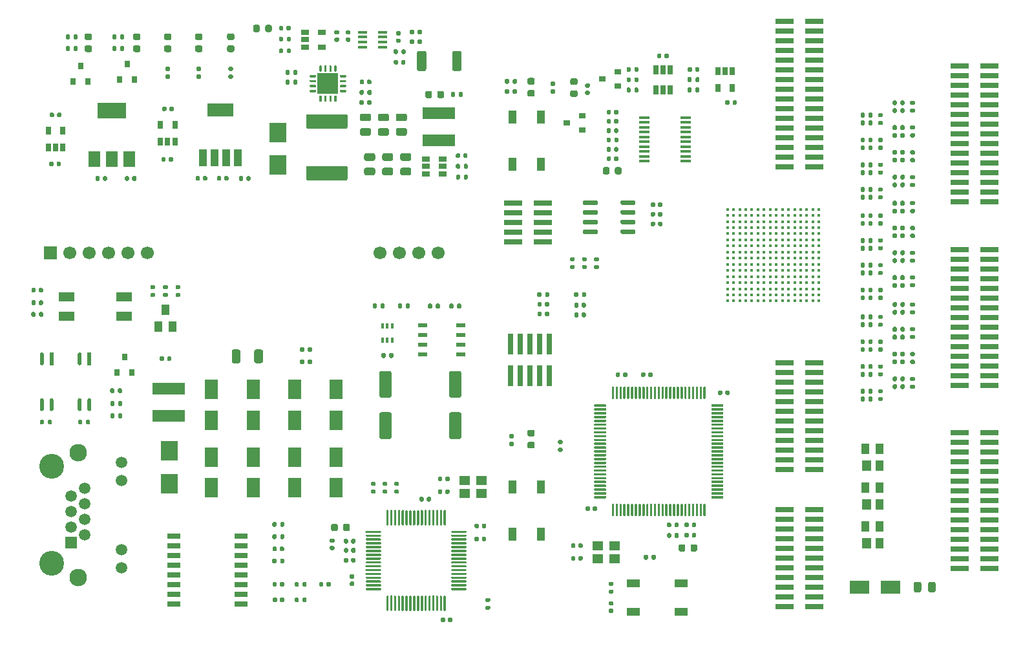
<source format=gbr>
%TF.GenerationSoftware,KiCad,Pcbnew,(5.1.10)-1*%
%TF.CreationDate,2021-07-13T16:53:59+08:00*%
%TF.ProjectId,TestAutomation,54657374-4175-4746-9f6d-6174696f6e2e,rev?*%
%TF.SameCoordinates,Original*%
%TF.FileFunction,Soldermask,Top*%
%TF.FilePolarity,Negative*%
%FSLAX46Y46*%
G04 Gerber Fmt 4.6, Leading zero omitted, Abs format (unit mm)*
G04 Created by KiCad (PCBNEW (5.1.10)-1) date 2021-07-13 16:53:59*
%MOMM*%
%LPD*%
G01*
G04 APERTURE LIST*
%ADD10C,1.700000*%
%ADD11R,1.700000X1.700000*%
%ADD12R,1.400000X1.200000*%
%ADD13R,4.200000X1.500000*%
%ADD14R,0.900000X0.800000*%
%ADD15R,0.650000X1.220000*%
%ADD16R,0.650000X1.060000*%
%ADD17R,2.700000X2.700000*%
%ADD18R,2.300000X2.500000*%
%ADD19R,2.400000X0.740000*%
%ADD20C,0.410000*%
%ADD21R,1.100000X1.800000*%
%ADD22R,1.060000X0.650000*%
%ADD23R,1.000000X2.200000*%
%ADD24R,3.400000X1.800000*%
%ADD25R,0.532132X1.702833*%
%ADD26R,1.220000X0.400000*%
%ADD27R,1.454899X0.354800*%
%ADD28R,1.193800X0.558800*%
%ADD29R,0.740000X2.790000*%
%ADD30R,3.800000X2.000000*%
%ADD31R,1.500000X2.000000*%
%ADD32R,1.700000X0.760000*%
%ADD33R,1.800000X1.100000*%
%ADD34R,0.800000X0.900000*%
%ADD35R,0.400000X0.650000*%
%ADD36R,1.000000X1.400000*%
%ADD37C,1.500000*%
%ADD38C,2.300000*%
%ADD39C,3.250000*%
%ADD40R,1.500000X1.500000*%
%ADD41R,2.000000X1.200000*%
%ADD42R,1.800000X2.500000*%
%ADD43R,2.500000X1.800000*%
%ADD44R,1.200000X1.400000*%
G04 APERTURE END LIST*
D10*
%TO.C,U12*%
X97618000Y-86946000D03*
X135718000Y-86946000D03*
X133178000Y-86946000D03*
X130638000Y-86946000D03*
X128098000Y-86946000D03*
X95078000Y-86946000D03*
X92538000Y-86946000D03*
X89998000Y-86946000D03*
X87458000Y-86946000D03*
D11*
X84918000Y-86946000D03*
%TD*%
D12*
%TO.C,Y2*%
X158810000Y-125330000D03*
X156610000Y-125330000D03*
X156610000Y-127030000D03*
X158810000Y-127030000D03*
%TD*%
%TO.C,Y1*%
X141344000Y-116726000D03*
X139144000Y-116726000D03*
X139144000Y-118426000D03*
X141344000Y-118426000D03*
%TD*%
D13*
%TO.C,L3*%
X100400000Y-108300000D03*
X100400000Y-104700000D03*
%TD*%
%TO.C,F2*%
G36*
G01*
X198015000Y-131166250D02*
X198015000Y-130253750D01*
G75*
G02*
X198258750Y-130010000I243750J0D01*
G01*
X198746250Y-130010000D01*
G75*
G02*
X198990000Y-130253750I0J-243750D01*
G01*
X198990000Y-131166250D01*
G75*
G02*
X198746250Y-131410000I-243750J0D01*
G01*
X198258750Y-131410000D01*
G75*
G02*
X198015000Y-131166250I0J243750D01*
G01*
G37*
G36*
G01*
X199890000Y-131166250D02*
X199890000Y-130253750D01*
G75*
G02*
X200133750Y-130010000I243750J0D01*
G01*
X200621250Y-130010000D01*
G75*
G02*
X200865000Y-130253750I0J-243750D01*
G01*
X200865000Y-131166250D01*
G75*
G02*
X200621250Y-131410000I-243750J0D01*
G01*
X200133750Y-131410000D01*
G75*
G02*
X199890000Y-131166250I0J243750D01*
G01*
G37*
%TD*%
%TO.C,L4*%
X135780000Y-72240000D03*
X135780000Y-68640000D03*
%TD*%
D14*
%TO.C,D23*%
X159190000Y-65120000D03*
X159190000Y-63220000D03*
X157190000Y-64170000D03*
%TD*%
%TO.C,C98*%
G36*
G01*
X122240000Y-57790000D02*
X122580000Y-57790000D01*
G75*
G02*
X122720000Y-57930000I0J-140000D01*
G01*
X122720000Y-58210000D01*
G75*
G02*
X122580000Y-58350000I-140000J0D01*
G01*
X122240000Y-58350000D01*
G75*
G02*
X122100000Y-58210000I0J140000D01*
G01*
X122100000Y-57930000D01*
G75*
G02*
X122240000Y-57790000I140000J0D01*
G01*
G37*
G36*
G01*
X122240000Y-58750000D02*
X122580000Y-58750000D01*
G75*
G02*
X122720000Y-58890000I0J-140000D01*
G01*
X122720000Y-59170000D01*
G75*
G02*
X122580000Y-59310000I-140000J0D01*
G01*
X122240000Y-59310000D01*
G75*
G02*
X122100000Y-59170000I0J140000D01*
G01*
X122100000Y-58890000D01*
G75*
G02*
X122240000Y-58750000I140000J0D01*
G01*
G37*
%TD*%
%TO.C,C97*%
G36*
G01*
X174820000Y-67100000D02*
X174820000Y-67440000D01*
G75*
G02*
X174680000Y-67580000I-140000J0D01*
G01*
X174400000Y-67580000D01*
G75*
G02*
X174260000Y-67440000I0J140000D01*
G01*
X174260000Y-67100000D01*
G75*
G02*
X174400000Y-66960000I140000J0D01*
G01*
X174680000Y-66960000D01*
G75*
G02*
X174820000Y-67100000I0J-140000D01*
G01*
G37*
G36*
G01*
X173860000Y-67100000D02*
X173860000Y-67440000D01*
G75*
G02*
X173720000Y-67580000I-140000J0D01*
G01*
X173440000Y-67580000D01*
G75*
G02*
X173300000Y-67440000I0J140000D01*
G01*
X173300000Y-67100000D01*
G75*
G02*
X173440000Y-66960000I140000J0D01*
G01*
X173720000Y-66960000D01*
G75*
G02*
X173860000Y-67100000I0J-140000D01*
G01*
G37*
%TD*%
D15*
%TO.C,U2*%
X164190000Y-65620000D03*
X165140000Y-65620000D03*
X166090000Y-65620000D03*
X166090000Y-63000000D03*
X165140000Y-63000000D03*
X164190000Y-63000000D03*
%TD*%
D16*
%TO.C,U1*%
X174230000Y-63180000D03*
X173280000Y-63180000D03*
X172330000Y-63180000D03*
X172330000Y-65380000D03*
X174230000Y-65380000D03*
%TD*%
%TO.C,C1*%
G36*
G01*
X164380000Y-61330000D02*
X164380000Y-60990000D01*
G75*
G02*
X164520000Y-60850000I140000J0D01*
G01*
X164800000Y-60850000D01*
G75*
G02*
X164940000Y-60990000I0J-140000D01*
G01*
X164940000Y-61330000D01*
G75*
G02*
X164800000Y-61470000I-140000J0D01*
G01*
X164520000Y-61470000D01*
G75*
G02*
X164380000Y-61330000I0J140000D01*
G01*
G37*
G36*
G01*
X165340000Y-61330000D02*
X165340000Y-60990000D01*
G75*
G02*
X165480000Y-60850000I140000J0D01*
G01*
X165760000Y-60850000D01*
G75*
G02*
X165900000Y-60990000I0J-140000D01*
G01*
X165900000Y-61330000D01*
G75*
G02*
X165760000Y-61470000I-140000J0D01*
G01*
X165480000Y-61470000D01*
G75*
G02*
X165340000Y-61330000I0J140000D01*
G01*
G37*
%TD*%
%TO.C,R129*%
G36*
G01*
X117260000Y-64425000D02*
X117260000Y-64795000D01*
G75*
G02*
X117125000Y-64930000I-135000J0D01*
G01*
X116855000Y-64930000D01*
G75*
G02*
X116720000Y-64795000I0J135000D01*
G01*
X116720000Y-64425000D01*
G75*
G02*
X116855000Y-64290000I135000J0D01*
G01*
X117125000Y-64290000D01*
G75*
G02*
X117260000Y-64425000I0J-135000D01*
G01*
G37*
G36*
G01*
X116240000Y-64425000D02*
X116240000Y-64795000D01*
G75*
G02*
X116105000Y-64930000I-135000J0D01*
G01*
X115835000Y-64930000D01*
G75*
G02*
X115700000Y-64795000I0J135000D01*
G01*
X115700000Y-64425000D01*
G75*
G02*
X115835000Y-64290000I135000J0D01*
G01*
X116105000Y-64290000D01*
G75*
G02*
X116240000Y-64425000I0J-135000D01*
G01*
G37*
%TD*%
%TO.C,R128*%
G36*
G01*
X115700000Y-63505000D02*
X115700000Y-63135000D01*
G75*
G02*
X115835000Y-63000000I135000J0D01*
G01*
X116105000Y-63000000D01*
G75*
G02*
X116240000Y-63135000I0J-135000D01*
G01*
X116240000Y-63505000D01*
G75*
G02*
X116105000Y-63640000I-135000J0D01*
G01*
X115835000Y-63640000D01*
G75*
G02*
X115700000Y-63505000I0J135000D01*
G01*
G37*
G36*
G01*
X116720000Y-63505000D02*
X116720000Y-63135000D01*
G75*
G02*
X116855000Y-63000000I135000J0D01*
G01*
X117125000Y-63000000D01*
G75*
G02*
X117260000Y-63135000I0J-135000D01*
G01*
X117260000Y-63505000D01*
G75*
G02*
X117125000Y-63640000I-135000J0D01*
G01*
X116855000Y-63640000D01*
G75*
G02*
X116720000Y-63505000I0J135000D01*
G01*
G37*
%TD*%
%TO.C,U16*%
G36*
G01*
X118880000Y-63892500D02*
X118880000Y-63742500D01*
G75*
G02*
X118955000Y-63667500I75000J0D01*
G01*
X119630000Y-63667500D01*
G75*
G02*
X119705000Y-63742500I0J-75000D01*
G01*
X119705000Y-63892500D01*
G75*
G02*
X119630000Y-63967500I-75000J0D01*
G01*
X118955000Y-63967500D01*
G75*
G02*
X118880000Y-63892500I0J75000D01*
G01*
G37*
G36*
G01*
X118880000Y-64542500D02*
X118880000Y-64392500D01*
G75*
G02*
X118955000Y-64317500I75000J0D01*
G01*
X119630000Y-64317500D01*
G75*
G02*
X119705000Y-64392500I0J-75000D01*
G01*
X119705000Y-64542500D01*
G75*
G02*
X119630000Y-64617500I-75000J0D01*
G01*
X118955000Y-64617500D01*
G75*
G02*
X118880000Y-64542500I0J75000D01*
G01*
G37*
G36*
G01*
X118880000Y-65192500D02*
X118880000Y-65042500D01*
G75*
G02*
X118955000Y-64967500I75000J0D01*
G01*
X119630000Y-64967500D01*
G75*
G02*
X119705000Y-65042500I0J-75000D01*
G01*
X119705000Y-65192500D01*
G75*
G02*
X119630000Y-65267500I-75000J0D01*
G01*
X118955000Y-65267500D01*
G75*
G02*
X118880000Y-65192500I0J75000D01*
G01*
G37*
G36*
G01*
X118880000Y-65842500D02*
X118880000Y-65692500D01*
G75*
G02*
X118955000Y-65617500I75000J0D01*
G01*
X119630000Y-65617500D01*
G75*
G02*
X119705000Y-65692500I0J-75000D01*
G01*
X119705000Y-65842500D01*
G75*
G02*
X119630000Y-65917500I-75000J0D01*
G01*
X118955000Y-65917500D01*
G75*
G02*
X118880000Y-65842500I0J75000D01*
G01*
G37*
G36*
G01*
X120130000Y-67092500D02*
X120130000Y-66417500D01*
G75*
G02*
X120205000Y-66342500I75000J0D01*
G01*
X120355000Y-66342500D01*
G75*
G02*
X120430000Y-66417500I0J-75000D01*
G01*
X120430000Y-67092500D01*
G75*
G02*
X120355000Y-67167500I-75000J0D01*
G01*
X120205000Y-67167500D01*
G75*
G02*
X120130000Y-67092500I0J75000D01*
G01*
G37*
G36*
G01*
X120780000Y-67092500D02*
X120780000Y-66417500D01*
G75*
G02*
X120855000Y-66342500I75000J0D01*
G01*
X121005000Y-66342500D01*
G75*
G02*
X121080000Y-66417500I0J-75000D01*
G01*
X121080000Y-67092500D01*
G75*
G02*
X121005000Y-67167500I-75000J0D01*
G01*
X120855000Y-67167500D01*
G75*
G02*
X120780000Y-67092500I0J75000D01*
G01*
G37*
G36*
G01*
X121430000Y-67092500D02*
X121430000Y-66417500D01*
G75*
G02*
X121505000Y-66342500I75000J0D01*
G01*
X121655000Y-66342500D01*
G75*
G02*
X121730000Y-66417500I0J-75000D01*
G01*
X121730000Y-67092500D01*
G75*
G02*
X121655000Y-67167500I-75000J0D01*
G01*
X121505000Y-67167500D01*
G75*
G02*
X121430000Y-67092500I0J75000D01*
G01*
G37*
G36*
G01*
X122080000Y-67092500D02*
X122080000Y-66417500D01*
G75*
G02*
X122155000Y-66342500I75000J0D01*
G01*
X122305000Y-66342500D01*
G75*
G02*
X122380000Y-66417500I0J-75000D01*
G01*
X122380000Y-67092500D01*
G75*
G02*
X122305000Y-67167500I-75000J0D01*
G01*
X122155000Y-67167500D01*
G75*
G02*
X122080000Y-67092500I0J75000D01*
G01*
G37*
G36*
G01*
X122805000Y-65842500D02*
X122805000Y-65692500D01*
G75*
G02*
X122880000Y-65617500I75000J0D01*
G01*
X123555000Y-65617500D01*
G75*
G02*
X123630000Y-65692500I0J-75000D01*
G01*
X123630000Y-65842500D01*
G75*
G02*
X123555000Y-65917500I-75000J0D01*
G01*
X122880000Y-65917500D01*
G75*
G02*
X122805000Y-65842500I0J75000D01*
G01*
G37*
G36*
G01*
X122805000Y-65192500D02*
X122805000Y-65042500D01*
G75*
G02*
X122880000Y-64967500I75000J0D01*
G01*
X123555000Y-64967500D01*
G75*
G02*
X123630000Y-65042500I0J-75000D01*
G01*
X123630000Y-65192500D01*
G75*
G02*
X123555000Y-65267500I-75000J0D01*
G01*
X122880000Y-65267500D01*
G75*
G02*
X122805000Y-65192500I0J75000D01*
G01*
G37*
G36*
G01*
X122805000Y-64542500D02*
X122805000Y-64392500D01*
G75*
G02*
X122880000Y-64317500I75000J0D01*
G01*
X123555000Y-64317500D01*
G75*
G02*
X123630000Y-64392500I0J-75000D01*
G01*
X123630000Y-64542500D01*
G75*
G02*
X123555000Y-64617500I-75000J0D01*
G01*
X122880000Y-64617500D01*
G75*
G02*
X122805000Y-64542500I0J75000D01*
G01*
G37*
G36*
G01*
X122805000Y-63892500D02*
X122805000Y-63742500D01*
G75*
G02*
X122880000Y-63667500I75000J0D01*
G01*
X123555000Y-63667500D01*
G75*
G02*
X123630000Y-63742500I0J-75000D01*
G01*
X123630000Y-63892500D01*
G75*
G02*
X123555000Y-63967500I-75000J0D01*
G01*
X122880000Y-63967500D01*
G75*
G02*
X122805000Y-63892500I0J75000D01*
G01*
G37*
G36*
G01*
X122080000Y-63167500D02*
X122080000Y-62492500D01*
G75*
G02*
X122155000Y-62417500I75000J0D01*
G01*
X122305000Y-62417500D01*
G75*
G02*
X122380000Y-62492500I0J-75000D01*
G01*
X122380000Y-63167500D01*
G75*
G02*
X122305000Y-63242500I-75000J0D01*
G01*
X122155000Y-63242500D01*
G75*
G02*
X122080000Y-63167500I0J75000D01*
G01*
G37*
G36*
G01*
X121430000Y-63167500D02*
X121430000Y-62492500D01*
G75*
G02*
X121505000Y-62417500I75000J0D01*
G01*
X121655000Y-62417500D01*
G75*
G02*
X121730000Y-62492500I0J-75000D01*
G01*
X121730000Y-63167500D01*
G75*
G02*
X121655000Y-63242500I-75000J0D01*
G01*
X121505000Y-63242500D01*
G75*
G02*
X121430000Y-63167500I0J75000D01*
G01*
G37*
G36*
G01*
X120780000Y-63167500D02*
X120780000Y-62492500D01*
G75*
G02*
X120855000Y-62417500I75000J0D01*
G01*
X121005000Y-62417500D01*
G75*
G02*
X121080000Y-62492500I0J-75000D01*
G01*
X121080000Y-63167500D01*
G75*
G02*
X121005000Y-63242500I-75000J0D01*
G01*
X120855000Y-63242500D01*
G75*
G02*
X120780000Y-63167500I0J75000D01*
G01*
G37*
G36*
G01*
X120130000Y-63167500D02*
X120130000Y-62492500D01*
G75*
G02*
X120205000Y-62417500I75000J0D01*
G01*
X120355000Y-62417500D01*
G75*
G02*
X120430000Y-62492500I0J-75000D01*
G01*
X120430000Y-63167500D01*
G75*
G02*
X120355000Y-63242500I-75000J0D01*
G01*
X120205000Y-63242500D01*
G75*
G02*
X120130000Y-63167500I0J75000D01*
G01*
G37*
D17*
X121255000Y-64792500D03*
%TD*%
%TO.C,R127*%
G36*
G01*
X125400000Y-66135000D02*
X125400000Y-65765000D01*
G75*
G02*
X125535000Y-65630000I135000J0D01*
G01*
X125805000Y-65630000D01*
G75*
G02*
X125940000Y-65765000I0J-135000D01*
G01*
X125940000Y-66135000D01*
G75*
G02*
X125805000Y-66270000I-135000J0D01*
G01*
X125535000Y-66270000D01*
G75*
G02*
X125400000Y-66135000I0J135000D01*
G01*
G37*
G36*
G01*
X126420000Y-66135000D02*
X126420000Y-65765000D01*
G75*
G02*
X126555000Y-65630000I135000J0D01*
G01*
X126825000Y-65630000D01*
G75*
G02*
X126960000Y-65765000I0J-135000D01*
G01*
X126960000Y-66135000D01*
G75*
G02*
X126825000Y-66270000I-135000J0D01*
G01*
X126555000Y-66270000D01*
G75*
G02*
X126420000Y-66135000I0J135000D01*
G01*
G37*
%TD*%
%TO.C,R126*%
G36*
G01*
X125400000Y-67445000D02*
X125400000Y-67075000D01*
G75*
G02*
X125535000Y-66940000I135000J0D01*
G01*
X125805000Y-66940000D01*
G75*
G02*
X125940000Y-67075000I0J-135000D01*
G01*
X125940000Y-67445000D01*
G75*
G02*
X125805000Y-67580000I-135000J0D01*
G01*
X125535000Y-67580000D01*
G75*
G02*
X125400000Y-67445000I0J135000D01*
G01*
G37*
G36*
G01*
X126420000Y-67445000D02*
X126420000Y-67075000D01*
G75*
G02*
X126555000Y-66940000I135000J0D01*
G01*
X126825000Y-66940000D01*
G75*
G02*
X126960000Y-67075000I0J-135000D01*
G01*
X126960000Y-67445000D01*
G75*
G02*
X126825000Y-67580000I-135000J0D01*
G01*
X126555000Y-67580000D01*
G75*
G02*
X126420000Y-67445000I0J135000D01*
G01*
G37*
%TD*%
%TO.C,C89*%
G36*
G01*
X125420000Y-64750000D02*
X125420000Y-64410000D01*
G75*
G02*
X125560000Y-64270000I140000J0D01*
G01*
X125840000Y-64270000D01*
G75*
G02*
X125980000Y-64410000I0J-140000D01*
G01*
X125980000Y-64750000D01*
G75*
G02*
X125840000Y-64890000I-140000J0D01*
G01*
X125560000Y-64890000D01*
G75*
G02*
X125420000Y-64750000I0J140000D01*
G01*
G37*
G36*
G01*
X126380000Y-64750000D02*
X126380000Y-64410000D01*
G75*
G02*
X126520000Y-64270000I140000J0D01*
G01*
X126800000Y-64270000D01*
G75*
G02*
X126940000Y-64410000I0J-140000D01*
G01*
X126940000Y-64750000D01*
G75*
G02*
X126800000Y-64890000I-140000J0D01*
G01*
X126520000Y-64890000D01*
G75*
G02*
X126380000Y-64750000I0J140000D01*
G01*
G37*
%TD*%
%TO.C,C61*%
G36*
G01*
X137560000Y-134830000D02*
X137560000Y-135170000D01*
G75*
G02*
X137420000Y-135310000I-140000J0D01*
G01*
X137140000Y-135310000D01*
G75*
G02*
X137000000Y-135170000I0J140000D01*
G01*
X137000000Y-134830000D01*
G75*
G02*
X137140000Y-134690000I140000J0D01*
G01*
X137420000Y-134690000D01*
G75*
G02*
X137560000Y-134830000I0J-140000D01*
G01*
G37*
G36*
G01*
X136600000Y-134830000D02*
X136600000Y-135170000D01*
G75*
G02*
X136460000Y-135310000I-140000J0D01*
G01*
X136180000Y-135310000D01*
G75*
G02*
X136040000Y-135170000I0J140000D01*
G01*
X136040000Y-134830000D01*
G75*
G02*
X136180000Y-134690000I140000J0D01*
G01*
X136460000Y-134690000D01*
G75*
G02*
X136600000Y-134830000I0J-140000D01*
G01*
G37*
%TD*%
%TO.C,C69*%
G36*
G01*
X121630000Y-124340000D02*
X121970000Y-124340000D01*
G75*
G02*
X122110000Y-124480000I0J-140000D01*
G01*
X122110000Y-124760000D01*
G75*
G02*
X121970000Y-124900000I-140000J0D01*
G01*
X121630000Y-124900000D01*
G75*
G02*
X121490000Y-124760000I0J140000D01*
G01*
X121490000Y-124480000D01*
G75*
G02*
X121630000Y-124340000I140000J0D01*
G01*
G37*
G36*
G01*
X121630000Y-125300000D02*
X121970000Y-125300000D01*
G75*
G02*
X122110000Y-125440000I0J-140000D01*
G01*
X122110000Y-125720000D01*
G75*
G02*
X121970000Y-125860000I-140000J0D01*
G01*
X121630000Y-125860000D01*
G75*
G02*
X121490000Y-125720000I0J140000D01*
G01*
X121490000Y-125440000D01*
G75*
G02*
X121630000Y-125300000I140000J0D01*
G01*
G37*
%TD*%
%TO.C,C68*%
G36*
G01*
X124860000Y-125730000D02*
X124860000Y-126070000D01*
G75*
G02*
X124720000Y-126210000I-140000J0D01*
G01*
X124440000Y-126210000D01*
G75*
G02*
X124300000Y-126070000I0J140000D01*
G01*
X124300000Y-125730000D01*
G75*
G02*
X124440000Y-125590000I140000J0D01*
G01*
X124720000Y-125590000D01*
G75*
G02*
X124860000Y-125730000I0J-140000D01*
G01*
G37*
G36*
G01*
X123900000Y-125730000D02*
X123900000Y-126070000D01*
G75*
G02*
X123760000Y-126210000I-140000J0D01*
G01*
X123480000Y-126210000D01*
G75*
G02*
X123340000Y-126070000I0J140000D01*
G01*
X123340000Y-125730000D01*
G75*
G02*
X123480000Y-125590000I140000J0D01*
G01*
X123760000Y-125590000D01*
G75*
G02*
X123900000Y-125730000I0J-140000D01*
G01*
G37*
%TD*%
%TO.C,C66*%
G36*
G01*
X124230000Y-129040000D02*
X124570000Y-129040000D01*
G75*
G02*
X124710000Y-129180000I0J-140000D01*
G01*
X124710000Y-129460000D01*
G75*
G02*
X124570000Y-129600000I-140000J0D01*
G01*
X124230000Y-129600000D01*
G75*
G02*
X124090000Y-129460000I0J140000D01*
G01*
X124090000Y-129180000D01*
G75*
G02*
X124230000Y-129040000I140000J0D01*
G01*
G37*
G36*
G01*
X124230000Y-130000000D02*
X124570000Y-130000000D01*
G75*
G02*
X124710000Y-130140000I0J-140000D01*
G01*
X124710000Y-130420000D01*
G75*
G02*
X124570000Y-130560000I-140000J0D01*
G01*
X124230000Y-130560000D01*
G75*
G02*
X124090000Y-130420000I0J140000D01*
G01*
X124090000Y-130140000D01*
G75*
G02*
X124230000Y-130000000I140000J0D01*
G01*
G37*
%TD*%
%TO.C,C65*%
G36*
G01*
X124860000Y-124530000D02*
X124860000Y-124870000D01*
G75*
G02*
X124720000Y-125010000I-140000J0D01*
G01*
X124440000Y-125010000D01*
G75*
G02*
X124300000Y-124870000I0J140000D01*
G01*
X124300000Y-124530000D01*
G75*
G02*
X124440000Y-124390000I140000J0D01*
G01*
X124720000Y-124390000D01*
G75*
G02*
X124860000Y-124530000I0J-140000D01*
G01*
G37*
G36*
G01*
X123900000Y-124530000D02*
X123900000Y-124870000D01*
G75*
G02*
X123760000Y-125010000I-140000J0D01*
G01*
X123480000Y-125010000D01*
G75*
G02*
X123340000Y-124870000I0J140000D01*
G01*
X123340000Y-124530000D01*
G75*
G02*
X123480000Y-124390000I140000J0D01*
G01*
X123760000Y-124390000D01*
G75*
G02*
X123900000Y-124530000I0J-140000D01*
G01*
G37*
%TD*%
%TO.C,C64*%
G36*
G01*
X134760000Y-119030000D02*
X134760000Y-119370000D01*
G75*
G02*
X134620000Y-119510000I-140000J0D01*
G01*
X134340000Y-119510000D01*
G75*
G02*
X134200000Y-119370000I0J140000D01*
G01*
X134200000Y-119030000D01*
G75*
G02*
X134340000Y-118890000I140000J0D01*
G01*
X134620000Y-118890000D01*
G75*
G02*
X134760000Y-119030000I0J-140000D01*
G01*
G37*
G36*
G01*
X133800000Y-119030000D02*
X133800000Y-119370000D01*
G75*
G02*
X133660000Y-119510000I-140000J0D01*
G01*
X133380000Y-119510000D01*
G75*
G02*
X133240000Y-119370000I0J140000D01*
G01*
X133240000Y-119030000D01*
G75*
G02*
X133380000Y-118890000I140000J0D01*
G01*
X133660000Y-118890000D01*
G75*
G02*
X133800000Y-119030000I0J-140000D01*
G01*
G37*
%TD*%
%TO.C,C62*%
G36*
G01*
X140460000Y-122870000D02*
X140460000Y-122530000D01*
G75*
G02*
X140600000Y-122390000I140000J0D01*
G01*
X140880000Y-122390000D01*
G75*
G02*
X141020000Y-122530000I0J-140000D01*
G01*
X141020000Y-122870000D01*
G75*
G02*
X140880000Y-123010000I-140000J0D01*
G01*
X140600000Y-123010000D01*
G75*
G02*
X140460000Y-122870000I0J140000D01*
G01*
G37*
G36*
G01*
X141420000Y-122870000D02*
X141420000Y-122530000D01*
G75*
G02*
X141560000Y-122390000I140000J0D01*
G01*
X141840000Y-122390000D01*
G75*
G02*
X141980000Y-122530000I0J-140000D01*
G01*
X141980000Y-122870000D01*
G75*
G02*
X141840000Y-123010000I-140000J0D01*
G01*
X141560000Y-123010000D01*
G75*
G02*
X141420000Y-122870000I0J140000D01*
G01*
G37*
%TD*%
D16*
%TO.C,U6*%
X99296000Y-70204000D03*
X101196000Y-70204000D03*
X101196000Y-72404000D03*
X100246000Y-72404000D03*
X99296000Y-72404000D03*
%TD*%
%TO.C,C78*%
G36*
G01*
X156520000Y-120260000D02*
X156520000Y-120600000D01*
G75*
G02*
X156380000Y-120740000I-140000J0D01*
G01*
X156100000Y-120740000D01*
G75*
G02*
X155960000Y-120600000I0J140000D01*
G01*
X155960000Y-120260000D01*
G75*
G02*
X156100000Y-120120000I140000J0D01*
G01*
X156380000Y-120120000D01*
G75*
G02*
X156520000Y-120260000I0J-140000D01*
G01*
G37*
G36*
G01*
X155560000Y-120260000D02*
X155560000Y-120600000D01*
G75*
G02*
X155420000Y-120740000I-140000J0D01*
G01*
X155140000Y-120740000D01*
G75*
G02*
X155000000Y-120600000I0J140000D01*
G01*
X155000000Y-120260000D01*
G75*
G02*
X155140000Y-120120000I140000J0D01*
G01*
X155420000Y-120120000D01*
G75*
G02*
X155560000Y-120260000I0J-140000D01*
G01*
G37*
%TD*%
%TO.C,U15*%
G36*
G01*
X157648000Y-119094000D02*
X156198000Y-119094000D01*
G75*
G02*
X156123000Y-119019000I0J75000D01*
G01*
X156123000Y-118869000D01*
G75*
G02*
X156198000Y-118794000I75000J0D01*
G01*
X157648000Y-118794000D01*
G75*
G02*
X157723000Y-118869000I0J-75000D01*
G01*
X157723000Y-119019000D01*
G75*
G02*
X157648000Y-119094000I-75000J0D01*
G01*
G37*
G36*
G01*
X157648000Y-118594000D02*
X156198000Y-118594000D01*
G75*
G02*
X156123000Y-118519000I0J75000D01*
G01*
X156123000Y-118369000D01*
G75*
G02*
X156198000Y-118294000I75000J0D01*
G01*
X157648000Y-118294000D01*
G75*
G02*
X157723000Y-118369000I0J-75000D01*
G01*
X157723000Y-118519000D01*
G75*
G02*
X157648000Y-118594000I-75000J0D01*
G01*
G37*
G36*
G01*
X157648000Y-118094000D02*
X156198000Y-118094000D01*
G75*
G02*
X156123000Y-118019000I0J75000D01*
G01*
X156123000Y-117869000D01*
G75*
G02*
X156198000Y-117794000I75000J0D01*
G01*
X157648000Y-117794000D01*
G75*
G02*
X157723000Y-117869000I0J-75000D01*
G01*
X157723000Y-118019000D01*
G75*
G02*
X157648000Y-118094000I-75000J0D01*
G01*
G37*
G36*
G01*
X157648000Y-117594000D02*
X156198000Y-117594000D01*
G75*
G02*
X156123000Y-117519000I0J75000D01*
G01*
X156123000Y-117369000D01*
G75*
G02*
X156198000Y-117294000I75000J0D01*
G01*
X157648000Y-117294000D01*
G75*
G02*
X157723000Y-117369000I0J-75000D01*
G01*
X157723000Y-117519000D01*
G75*
G02*
X157648000Y-117594000I-75000J0D01*
G01*
G37*
G36*
G01*
X157648000Y-117094000D02*
X156198000Y-117094000D01*
G75*
G02*
X156123000Y-117019000I0J75000D01*
G01*
X156123000Y-116869000D01*
G75*
G02*
X156198000Y-116794000I75000J0D01*
G01*
X157648000Y-116794000D01*
G75*
G02*
X157723000Y-116869000I0J-75000D01*
G01*
X157723000Y-117019000D01*
G75*
G02*
X157648000Y-117094000I-75000J0D01*
G01*
G37*
G36*
G01*
X157648000Y-116594000D02*
X156198000Y-116594000D01*
G75*
G02*
X156123000Y-116519000I0J75000D01*
G01*
X156123000Y-116369000D01*
G75*
G02*
X156198000Y-116294000I75000J0D01*
G01*
X157648000Y-116294000D01*
G75*
G02*
X157723000Y-116369000I0J-75000D01*
G01*
X157723000Y-116519000D01*
G75*
G02*
X157648000Y-116594000I-75000J0D01*
G01*
G37*
G36*
G01*
X157648000Y-116094000D02*
X156198000Y-116094000D01*
G75*
G02*
X156123000Y-116019000I0J75000D01*
G01*
X156123000Y-115869000D01*
G75*
G02*
X156198000Y-115794000I75000J0D01*
G01*
X157648000Y-115794000D01*
G75*
G02*
X157723000Y-115869000I0J-75000D01*
G01*
X157723000Y-116019000D01*
G75*
G02*
X157648000Y-116094000I-75000J0D01*
G01*
G37*
G36*
G01*
X157648000Y-115594000D02*
X156198000Y-115594000D01*
G75*
G02*
X156123000Y-115519000I0J75000D01*
G01*
X156123000Y-115369000D01*
G75*
G02*
X156198000Y-115294000I75000J0D01*
G01*
X157648000Y-115294000D01*
G75*
G02*
X157723000Y-115369000I0J-75000D01*
G01*
X157723000Y-115519000D01*
G75*
G02*
X157648000Y-115594000I-75000J0D01*
G01*
G37*
G36*
G01*
X157648000Y-115094000D02*
X156198000Y-115094000D01*
G75*
G02*
X156123000Y-115019000I0J75000D01*
G01*
X156123000Y-114869000D01*
G75*
G02*
X156198000Y-114794000I75000J0D01*
G01*
X157648000Y-114794000D01*
G75*
G02*
X157723000Y-114869000I0J-75000D01*
G01*
X157723000Y-115019000D01*
G75*
G02*
X157648000Y-115094000I-75000J0D01*
G01*
G37*
G36*
G01*
X157648000Y-114594000D02*
X156198000Y-114594000D01*
G75*
G02*
X156123000Y-114519000I0J75000D01*
G01*
X156123000Y-114369000D01*
G75*
G02*
X156198000Y-114294000I75000J0D01*
G01*
X157648000Y-114294000D01*
G75*
G02*
X157723000Y-114369000I0J-75000D01*
G01*
X157723000Y-114519000D01*
G75*
G02*
X157648000Y-114594000I-75000J0D01*
G01*
G37*
G36*
G01*
X157648000Y-114094000D02*
X156198000Y-114094000D01*
G75*
G02*
X156123000Y-114019000I0J75000D01*
G01*
X156123000Y-113869000D01*
G75*
G02*
X156198000Y-113794000I75000J0D01*
G01*
X157648000Y-113794000D01*
G75*
G02*
X157723000Y-113869000I0J-75000D01*
G01*
X157723000Y-114019000D01*
G75*
G02*
X157648000Y-114094000I-75000J0D01*
G01*
G37*
G36*
G01*
X157648000Y-113594000D02*
X156198000Y-113594000D01*
G75*
G02*
X156123000Y-113519000I0J75000D01*
G01*
X156123000Y-113369000D01*
G75*
G02*
X156198000Y-113294000I75000J0D01*
G01*
X157648000Y-113294000D01*
G75*
G02*
X157723000Y-113369000I0J-75000D01*
G01*
X157723000Y-113519000D01*
G75*
G02*
X157648000Y-113594000I-75000J0D01*
G01*
G37*
G36*
G01*
X157648000Y-113094000D02*
X156198000Y-113094000D01*
G75*
G02*
X156123000Y-113019000I0J75000D01*
G01*
X156123000Y-112869000D01*
G75*
G02*
X156198000Y-112794000I75000J0D01*
G01*
X157648000Y-112794000D01*
G75*
G02*
X157723000Y-112869000I0J-75000D01*
G01*
X157723000Y-113019000D01*
G75*
G02*
X157648000Y-113094000I-75000J0D01*
G01*
G37*
G36*
G01*
X157648000Y-112594000D02*
X156198000Y-112594000D01*
G75*
G02*
X156123000Y-112519000I0J75000D01*
G01*
X156123000Y-112369000D01*
G75*
G02*
X156198000Y-112294000I75000J0D01*
G01*
X157648000Y-112294000D01*
G75*
G02*
X157723000Y-112369000I0J-75000D01*
G01*
X157723000Y-112519000D01*
G75*
G02*
X157648000Y-112594000I-75000J0D01*
G01*
G37*
G36*
G01*
X157648000Y-112094000D02*
X156198000Y-112094000D01*
G75*
G02*
X156123000Y-112019000I0J75000D01*
G01*
X156123000Y-111869000D01*
G75*
G02*
X156198000Y-111794000I75000J0D01*
G01*
X157648000Y-111794000D01*
G75*
G02*
X157723000Y-111869000I0J-75000D01*
G01*
X157723000Y-112019000D01*
G75*
G02*
X157648000Y-112094000I-75000J0D01*
G01*
G37*
G36*
G01*
X157648000Y-111594000D02*
X156198000Y-111594000D01*
G75*
G02*
X156123000Y-111519000I0J75000D01*
G01*
X156123000Y-111369000D01*
G75*
G02*
X156198000Y-111294000I75000J0D01*
G01*
X157648000Y-111294000D01*
G75*
G02*
X157723000Y-111369000I0J-75000D01*
G01*
X157723000Y-111519000D01*
G75*
G02*
X157648000Y-111594000I-75000J0D01*
G01*
G37*
G36*
G01*
X157648000Y-111094000D02*
X156198000Y-111094000D01*
G75*
G02*
X156123000Y-111019000I0J75000D01*
G01*
X156123000Y-110869000D01*
G75*
G02*
X156198000Y-110794000I75000J0D01*
G01*
X157648000Y-110794000D01*
G75*
G02*
X157723000Y-110869000I0J-75000D01*
G01*
X157723000Y-111019000D01*
G75*
G02*
X157648000Y-111094000I-75000J0D01*
G01*
G37*
G36*
G01*
X157648000Y-110594000D02*
X156198000Y-110594000D01*
G75*
G02*
X156123000Y-110519000I0J75000D01*
G01*
X156123000Y-110369000D01*
G75*
G02*
X156198000Y-110294000I75000J0D01*
G01*
X157648000Y-110294000D01*
G75*
G02*
X157723000Y-110369000I0J-75000D01*
G01*
X157723000Y-110519000D01*
G75*
G02*
X157648000Y-110594000I-75000J0D01*
G01*
G37*
G36*
G01*
X157648000Y-110094000D02*
X156198000Y-110094000D01*
G75*
G02*
X156123000Y-110019000I0J75000D01*
G01*
X156123000Y-109869000D01*
G75*
G02*
X156198000Y-109794000I75000J0D01*
G01*
X157648000Y-109794000D01*
G75*
G02*
X157723000Y-109869000I0J-75000D01*
G01*
X157723000Y-110019000D01*
G75*
G02*
X157648000Y-110094000I-75000J0D01*
G01*
G37*
G36*
G01*
X157648000Y-109594000D02*
X156198000Y-109594000D01*
G75*
G02*
X156123000Y-109519000I0J75000D01*
G01*
X156123000Y-109369000D01*
G75*
G02*
X156198000Y-109294000I75000J0D01*
G01*
X157648000Y-109294000D01*
G75*
G02*
X157723000Y-109369000I0J-75000D01*
G01*
X157723000Y-109519000D01*
G75*
G02*
X157648000Y-109594000I-75000J0D01*
G01*
G37*
G36*
G01*
X157648000Y-109094000D02*
X156198000Y-109094000D01*
G75*
G02*
X156123000Y-109019000I0J75000D01*
G01*
X156123000Y-108869000D01*
G75*
G02*
X156198000Y-108794000I75000J0D01*
G01*
X157648000Y-108794000D01*
G75*
G02*
X157723000Y-108869000I0J-75000D01*
G01*
X157723000Y-109019000D01*
G75*
G02*
X157648000Y-109094000I-75000J0D01*
G01*
G37*
G36*
G01*
X157648000Y-108594000D02*
X156198000Y-108594000D01*
G75*
G02*
X156123000Y-108519000I0J75000D01*
G01*
X156123000Y-108369000D01*
G75*
G02*
X156198000Y-108294000I75000J0D01*
G01*
X157648000Y-108294000D01*
G75*
G02*
X157723000Y-108369000I0J-75000D01*
G01*
X157723000Y-108519000D01*
G75*
G02*
X157648000Y-108594000I-75000J0D01*
G01*
G37*
G36*
G01*
X157648000Y-108094000D02*
X156198000Y-108094000D01*
G75*
G02*
X156123000Y-108019000I0J75000D01*
G01*
X156123000Y-107869000D01*
G75*
G02*
X156198000Y-107794000I75000J0D01*
G01*
X157648000Y-107794000D01*
G75*
G02*
X157723000Y-107869000I0J-75000D01*
G01*
X157723000Y-108019000D01*
G75*
G02*
X157648000Y-108094000I-75000J0D01*
G01*
G37*
G36*
G01*
X157648000Y-107594000D02*
X156198000Y-107594000D01*
G75*
G02*
X156123000Y-107519000I0J75000D01*
G01*
X156123000Y-107369000D01*
G75*
G02*
X156198000Y-107294000I75000J0D01*
G01*
X157648000Y-107294000D01*
G75*
G02*
X157723000Y-107369000I0J-75000D01*
G01*
X157723000Y-107519000D01*
G75*
G02*
X157648000Y-107594000I-75000J0D01*
G01*
G37*
G36*
G01*
X157648000Y-107094000D02*
X156198000Y-107094000D01*
G75*
G02*
X156123000Y-107019000I0J75000D01*
G01*
X156123000Y-106869000D01*
G75*
G02*
X156198000Y-106794000I75000J0D01*
G01*
X157648000Y-106794000D01*
G75*
G02*
X157723000Y-106869000I0J-75000D01*
G01*
X157723000Y-107019000D01*
G75*
G02*
X157648000Y-107094000I-75000J0D01*
G01*
G37*
G36*
G01*
X158673000Y-106069000D02*
X158523000Y-106069000D01*
G75*
G02*
X158448000Y-105994000I0J75000D01*
G01*
X158448000Y-104544000D01*
G75*
G02*
X158523000Y-104469000I75000J0D01*
G01*
X158673000Y-104469000D01*
G75*
G02*
X158748000Y-104544000I0J-75000D01*
G01*
X158748000Y-105994000D01*
G75*
G02*
X158673000Y-106069000I-75000J0D01*
G01*
G37*
G36*
G01*
X159173000Y-106069000D02*
X159023000Y-106069000D01*
G75*
G02*
X158948000Y-105994000I0J75000D01*
G01*
X158948000Y-104544000D01*
G75*
G02*
X159023000Y-104469000I75000J0D01*
G01*
X159173000Y-104469000D01*
G75*
G02*
X159248000Y-104544000I0J-75000D01*
G01*
X159248000Y-105994000D01*
G75*
G02*
X159173000Y-106069000I-75000J0D01*
G01*
G37*
G36*
G01*
X159673000Y-106069000D02*
X159523000Y-106069000D01*
G75*
G02*
X159448000Y-105994000I0J75000D01*
G01*
X159448000Y-104544000D01*
G75*
G02*
X159523000Y-104469000I75000J0D01*
G01*
X159673000Y-104469000D01*
G75*
G02*
X159748000Y-104544000I0J-75000D01*
G01*
X159748000Y-105994000D01*
G75*
G02*
X159673000Y-106069000I-75000J0D01*
G01*
G37*
G36*
G01*
X160173000Y-106069000D02*
X160023000Y-106069000D01*
G75*
G02*
X159948000Y-105994000I0J75000D01*
G01*
X159948000Y-104544000D01*
G75*
G02*
X160023000Y-104469000I75000J0D01*
G01*
X160173000Y-104469000D01*
G75*
G02*
X160248000Y-104544000I0J-75000D01*
G01*
X160248000Y-105994000D01*
G75*
G02*
X160173000Y-106069000I-75000J0D01*
G01*
G37*
G36*
G01*
X160673000Y-106069000D02*
X160523000Y-106069000D01*
G75*
G02*
X160448000Y-105994000I0J75000D01*
G01*
X160448000Y-104544000D01*
G75*
G02*
X160523000Y-104469000I75000J0D01*
G01*
X160673000Y-104469000D01*
G75*
G02*
X160748000Y-104544000I0J-75000D01*
G01*
X160748000Y-105994000D01*
G75*
G02*
X160673000Y-106069000I-75000J0D01*
G01*
G37*
G36*
G01*
X161173000Y-106069000D02*
X161023000Y-106069000D01*
G75*
G02*
X160948000Y-105994000I0J75000D01*
G01*
X160948000Y-104544000D01*
G75*
G02*
X161023000Y-104469000I75000J0D01*
G01*
X161173000Y-104469000D01*
G75*
G02*
X161248000Y-104544000I0J-75000D01*
G01*
X161248000Y-105994000D01*
G75*
G02*
X161173000Y-106069000I-75000J0D01*
G01*
G37*
G36*
G01*
X161673000Y-106069000D02*
X161523000Y-106069000D01*
G75*
G02*
X161448000Y-105994000I0J75000D01*
G01*
X161448000Y-104544000D01*
G75*
G02*
X161523000Y-104469000I75000J0D01*
G01*
X161673000Y-104469000D01*
G75*
G02*
X161748000Y-104544000I0J-75000D01*
G01*
X161748000Y-105994000D01*
G75*
G02*
X161673000Y-106069000I-75000J0D01*
G01*
G37*
G36*
G01*
X162173000Y-106069000D02*
X162023000Y-106069000D01*
G75*
G02*
X161948000Y-105994000I0J75000D01*
G01*
X161948000Y-104544000D01*
G75*
G02*
X162023000Y-104469000I75000J0D01*
G01*
X162173000Y-104469000D01*
G75*
G02*
X162248000Y-104544000I0J-75000D01*
G01*
X162248000Y-105994000D01*
G75*
G02*
X162173000Y-106069000I-75000J0D01*
G01*
G37*
G36*
G01*
X162673000Y-106069000D02*
X162523000Y-106069000D01*
G75*
G02*
X162448000Y-105994000I0J75000D01*
G01*
X162448000Y-104544000D01*
G75*
G02*
X162523000Y-104469000I75000J0D01*
G01*
X162673000Y-104469000D01*
G75*
G02*
X162748000Y-104544000I0J-75000D01*
G01*
X162748000Y-105994000D01*
G75*
G02*
X162673000Y-106069000I-75000J0D01*
G01*
G37*
G36*
G01*
X163173000Y-106069000D02*
X163023000Y-106069000D01*
G75*
G02*
X162948000Y-105994000I0J75000D01*
G01*
X162948000Y-104544000D01*
G75*
G02*
X163023000Y-104469000I75000J0D01*
G01*
X163173000Y-104469000D01*
G75*
G02*
X163248000Y-104544000I0J-75000D01*
G01*
X163248000Y-105994000D01*
G75*
G02*
X163173000Y-106069000I-75000J0D01*
G01*
G37*
G36*
G01*
X163673000Y-106069000D02*
X163523000Y-106069000D01*
G75*
G02*
X163448000Y-105994000I0J75000D01*
G01*
X163448000Y-104544000D01*
G75*
G02*
X163523000Y-104469000I75000J0D01*
G01*
X163673000Y-104469000D01*
G75*
G02*
X163748000Y-104544000I0J-75000D01*
G01*
X163748000Y-105994000D01*
G75*
G02*
X163673000Y-106069000I-75000J0D01*
G01*
G37*
G36*
G01*
X164173000Y-106069000D02*
X164023000Y-106069000D01*
G75*
G02*
X163948000Y-105994000I0J75000D01*
G01*
X163948000Y-104544000D01*
G75*
G02*
X164023000Y-104469000I75000J0D01*
G01*
X164173000Y-104469000D01*
G75*
G02*
X164248000Y-104544000I0J-75000D01*
G01*
X164248000Y-105994000D01*
G75*
G02*
X164173000Y-106069000I-75000J0D01*
G01*
G37*
G36*
G01*
X164673000Y-106069000D02*
X164523000Y-106069000D01*
G75*
G02*
X164448000Y-105994000I0J75000D01*
G01*
X164448000Y-104544000D01*
G75*
G02*
X164523000Y-104469000I75000J0D01*
G01*
X164673000Y-104469000D01*
G75*
G02*
X164748000Y-104544000I0J-75000D01*
G01*
X164748000Y-105994000D01*
G75*
G02*
X164673000Y-106069000I-75000J0D01*
G01*
G37*
G36*
G01*
X165173000Y-106069000D02*
X165023000Y-106069000D01*
G75*
G02*
X164948000Y-105994000I0J75000D01*
G01*
X164948000Y-104544000D01*
G75*
G02*
X165023000Y-104469000I75000J0D01*
G01*
X165173000Y-104469000D01*
G75*
G02*
X165248000Y-104544000I0J-75000D01*
G01*
X165248000Y-105994000D01*
G75*
G02*
X165173000Y-106069000I-75000J0D01*
G01*
G37*
G36*
G01*
X165673000Y-106069000D02*
X165523000Y-106069000D01*
G75*
G02*
X165448000Y-105994000I0J75000D01*
G01*
X165448000Y-104544000D01*
G75*
G02*
X165523000Y-104469000I75000J0D01*
G01*
X165673000Y-104469000D01*
G75*
G02*
X165748000Y-104544000I0J-75000D01*
G01*
X165748000Y-105994000D01*
G75*
G02*
X165673000Y-106069000I-75000J0D01*
G01*
G37*
G36*
G01*
X166173000Y-106069000D02*
X166023000Y-106069000D01*
G75*
G02*
X165948000Y-105994000I0J75000D01*
G01*
X165948000Y-104544000D01*
G75*
G02*
X166023000Y-104469000I75000J0D01*
G01*
X166173000Y-104469000D01*
G75*
G02*
X166248000Y-104544000I0J-75000D01*
G01*
X166248000Y-105994000D01*
G75*
G02*
X166173000Y-106069000I-75000J0D01*
G01*
G37*
G36*
G01*
X166673000Y-106069000D02*
X166523000Y-106069000D01*
G75*
G02*
X166448000Y-105994000I0J75000D01*
G01*
X166448000Y-104544000D01*
G75*
G02*
X166523000Y-104469000I75000J0D01*
G01*
X166673000Y-104469000D01*
G75*
G02*
X166748000Y-104544000I0J-75000D01*
G01*
X166748000Y-105994000D01*
G75*
G02*
X166673000Y-106069000I-75000J0D01*
G01*
G37*
G36*
G01*
X167173000Y-106069000D02*
X167023000Y-106069000D01*
G75*
G02*
X166948000Y-105994000I0J75000D01*
G01*
X166948000Y-104544000D01*
G75*
G02*
X167023000Y-104469000I75000J0D01*
G01*
X167173000Y-104469000D01*
G75*
G02*
X167248000Y-104544000I0J-75000D01*
G01*
X167248000Y-105994000D01*
G75*
G02*
X167173000Y-106069000I-75000J0D01*
G01*
G37*
G36*
G01*
X167673000Y-106069000D02*
X167523000Y-106069000D01*
G75*
G02*
X167448000Y-105994000I0J75000D01*
G01*
X167448000Y-104544000D01*
G75*
G02*
X167523000Y-104469000I75000J0D01*
G01*
X167673000Y-104469000D01*
G75*
G02*
X167748000Y-104544000I0J-75000D01*
G01*
X167748000Y-105994000D01*
G75*
G02*
X167673000Y-106069000I-75000J0D01*
G01*
G37*
G36*
G01*
X168173000Y-106069000D02*
X168023000Y-106069000D01*
G75*
G02*
X167948000Y-105994000I0J75000D01*
G01*
X167948000Y-104544000D01*
G75*
G02*
X168023000Y-104469000I75000J0D01*
G01*
X168173000Y-104469000D01*
G75*
G02*
X168248000Y-104544000I0J-75000D01*
G01*
X168248000Y-105994000D01*
G75*
G02*
X168173000Y-106069000I-75000J0D01*
G01*
G37*
G36*
G01*
X168673000Y-106069000D02*
X168523000Y-106069000D01*
G75*
G02*
X168448000Y-105994000I0J75000D01*
G01*
X168448000Y-104544000D01*
G75*
G02*
X168523000Y-104469000I75000J0D01*
G01*
X168673000Y-104469000D01*
G75*
G02*
X168748000Y-104544000I0J-75000D01*
G01*
X168748000Y-105994000D01*
G75*
G02*
X168673000Y-106069000I-75000J0D01*
G01*
G37*
G36*
G01*
X169173000Y-106069000D02*
X169023000Y-106069000D01*
G75*
G02*
X168948000Y-105994000I0J75000D01*
G01*
X168948000Y-104544000D01*
G75*
G02*
X169023000Y-104469000I75000J0D01*
G01*
X169173000Y-104469000D01*
G75*
G02*
X169248000Y-104544000I0J-75000D01*
G01*
X169248000Y-105994000D01*
G75*
G02*
X169173000Y-106069000I-75000J0D01*
G01*
G37*
G36*
G01*
X169673000Y-106069000D02*
X169523000Y-106069000D01*
G75*
G02*
X169448000Y-105994000I0J75000D01*
G01*
X169448000Y-104544000D01*
G75*
G02*
X169523000Y-104469000I75000J0D01*
G01*
X169673000Y-104469000D01*
G75*
G02*
X169748000Y-104544000I0J-75000D01*
G01*
X169748000Y-105994000D01*
G75*
G02*
X169673000Y-106069000I-75000J0D01*
G01*
G37*
G36*
G01*
X170173000Y-106069000D02*
X170023000Y-106069000D01*
G75*
G02*
X169948000Y-105994000I0J75000D01*
G01*
X169948000Y-104544000D01*
G75*
G02*
X170023000Y-104469000I75000J0D01*
G01*
X170173000Y-104469000D01*
G75*
G02*
X170248000Y-104544000I0J-75000D01*
G01*
X170248000Y-105994000D01*
G75*
G02*
X170173000Y-106069000I-75000J0D01*
G01*
G37*
G36*
G01*
X170673000Y-106069000D02*
X170523000Y-106069000D01*
G75*
G02*
X170448000Y-105994000I0J75000D01*
G01*
X170448000Y-104544000D01*
G75*
G02*
X170523000Y-104469000I75000J0D01*
G01*
X170673000Y-104469000D01*
G75*
G02*
X170748000Y-104544000I0J-75000D01*
G01*
X170748000Y-105994000D01*
G75*
G02*
X170673000Y-106069000I-75000J0D01*
G01*
G37*
G36*
G01*
X172998000Y-107094000D02*
X171548000Y-107094000D01*
G75*
G02*
X171473000Y-107019000I0J75000D01*
G01*
X171473000Y-106869000D01*
G75*
G02*
X171548000Y-106794000I75000J0D01*
G01*
X172998000Y-106794000D01*
G75*
G02*
X173073000Y-106869000I0J-75000D01*
G01*
X173073000Y-107019000D01*
G75*
G02*
X172998000Y-107094000I-75000J0D01*
G01*
G37*
G36*
G01*
X172998000Y-107594000D02*
X171548000Y-107594000D01*
G75*
G02*
X171473000Y-107519000I0J75000D01*
G01*
X171473000Y-107369000D01*
G75*
G02*
X171548000Y-107294000I75000J0D01*
G01*
X172998000Y-107294000D01*
G75*
G02*
X173073000Y-107369000I0J-75000D01*
G01*
X173073000Y-107519000D01*
G75*
G02*
X172998000Y-107594000I-75000J0D01*
G01*
G37*
G36*
G01*
X172998000Y-108094000D02*
X171548000Y-108094000D01*
G75*
G02*
X171473000Y-108019000I0J75000D01*
G01*
X171473000Y-107869000D01*
G75*
G02*
X171548000Y-107794000I75000J0D01*
G01*
X172998000Y-107794000D01*
G75*
G02*
X173073000Y-107869000I0J-75000D01*
G01*
X173073000Y-108019000D01*
G75*
G02*
X172998000Y-108094000I-75000J0D01*
G01*
G37*
G36*
G01*
X172998000Y-108594000D02*
X171548000Y-108594000D01*
G75*
G02*
X171473000Y-108519000I0J75000D01*
G01*
X171473000Y-108369000D01*
G75*
G02*
X171548000Y-108294000I75000J0D01*
G01*
X172998000Y-108294000D01*
G75*
G02*
X173073000Y-108369000I0J-75000D01*
G01*
X173073000Y-108519000D01*
G75*
G02*
X172998000Y-108594000I-75000J0D01*
G01*
G37*
G36*
G01*
X172998000Y-109094000D02*
X171548000Y-109094000D01*
G75*
G02*
X171473000Y-109019000I0J75000D01*
G01*
X171473000Y-108869000D01*
G75*
G02*
X171548000Y-108794000I75000J0D01*
G01*
X172998000Y-108794000D01*
G75*
G02*
X173073000Y-108869000I0J-75000D01*
G01*
X173073000Y-109019000D01*
G75*
G02*
X172998000Y-109094000I-75000J0D01*
G01*
G37*
G36*
G01*
X172998000Y-109594000D02*
X171548000Y-109594000D01*
G75*
G02*
X171473000Y-109519000I0J75000D01*
G01*
X171473000Y-109369000D01*
G75*
G02*
X171548000Y-109294000I75000J0D01*
G01*
X172998000Y-109294000D01*
G75*
G02*
X173073000Y-109369000I0J-75000D01*
G01*
X173073000Y-109519000D01*
G75*
G02*
X172998000Y-109594000I-75000J0D01*
G01*
G37*
G36*
G01*
X172998000Y-110094000D02*
X171548000Y-110094000D01*
G75*
G02*
X171473000Y-110019000I0J75000D01*
G01*
X171473000Y-109869000D01*
G75*
G02*
X171548000Y-109794000I75000J0D01*
G01*
X172998000Y-109794000D01*
G75*
G02*
X173073000Y-109869000I0J-75000D01*
G01*
X173073000Y-110019000D01*
G75*
G02*
X172998000Y-110094000I-75000J0D01*
G01*
G37*
G36*
G01*
X172998000Y-110594000D02*
X171548000Y-110594000D01*
G75*
G02*
X171473000Y-110519000I0J75000D01*
G01*
X171473000Y-110369000D01*
G75*
G02*
X171548000Y-110294000I75000J0D01*
G01*
X172998000Y-110294000D01*
G75*
G02*
X173073000Y-110369000I0J-75000D01*
G01*
X173073000Y-110519000D01*
G75*
G02*
X172998000Y-110594000I-75000J0D01*
G01*
G37*
G36*
G01*
X172998000Y-111094000D02*
X171548000Y-111094000D01*
G75*
G02*
X171473000Y-111019000I0J75000D01*
G01*
X171473000Y-110869000D01*
G75*
G02*
X171548000Y-110794000I75000J0D01*
G01*
X172998000Y-110794000D01*
G75*
G02*
X173073000Y-110869000I0J-75000D01*
G01*
X173073000Y-111019000D01*
G75*
G02*
X172998000Y-111094000I-75000J0D01*
G01*
G37*
G36*
G01*
X172998000Y-111594000D02*
X171548000Y-111594000D01*
G75*
G02*
X171473000Y-111519000I0J75000D01*
G01*
X171473000Y-111369000D01*
G75*
G02*
X171548000Y-111294000I75000J0D01*
G01*
X172998000Y-111294000D01*
G75*
G02*
X173073000Y-111369000I0J-75000D01*
G01*
X173073000Y-111519000D01*
G75*
G02*
X172998000Y-111594000I-75000J0D01*
G01*
G37*
G36*
G01*
X172998000Y-112094000D02*
X171548000Y-112094000D01*
G75*
G02*
X171473000Y-112019000I0J75000D01*
G01*
X171473000Y-111869000D01*
G75*
G02*
X171548000Y-111794000I75000J0D01*
G01*
X172998000Y-111794000D01*
G75*
G02*
X173073000Y-111869000I0J-75000D01*
G01*
X173073000Y-112019000D01*
G75*
G02*
X172998000Y-112094000I-75000J0D01*
G01*
G37*
G36*
G01*
X172998000Y-112594000D02*
X171548000Y-112594000D01*
G75*
G02*
X171473000Y-112519000I0J75000D01*
G01*
X171473000Y-112369000D01*
G75*
G02*
X171548000Y-112294000I75000J0D01*
G01*
X172998000Y-112294000D01*
G75*
G02*
X173073000Y-112369000I0J-75000D01*
G01*
X173073000Y-112519000D01*
G75*
G02*
X172998000Y-112594000I-75000J0D01*
G01*
G37*
G36*
G01*
X172998000Y-113094000D02*
X171548000Y-113094000D01*
G75*
G02*
X171473000Y-113019000I0J75000D01*
G01*
X171473000Y-112869000D01*
G75*
G02*
X171548000Y-112794000I75000J0D01*
G01*
X172998000Y-112794000D01*
G75*
G02*
X173073000Y-112869000I0J-75000D01*
G01*
X173073000Y-113019000D01*
G75*
G02*
X172998000Y-113094000I-75000J0D01*
G01*
G37*
G36*
G01*
X172998000Y-113594000D02*
X171548000Y-113594000D01*
G75*
G02*
X171473000Y-113519000I0J75000D01*
G01*
X171473000Y-113369000D01*
G75*
G02*
X171548000Y-113294000I75000J0D01*
G01*
X172998000Y-113294000D01*
G75*
G02*
X173073000Y-113369000I0J-75000D01*
G01*
X173073000Y-113519000D01*
G75*
G02*
X172998000Y-113594000I-75000J0D01*
G01*
G37*
G36*
G01*
X172998000Y-114094000D02*
X171548000Y-114094000D01*
G75*
G02*
X171473000Y-114019000I0J75000D01*
G01*
X171473000Y-113869000D01*
G75*
G02*
X171548000Y-113794000I75000J0D01*
G01*
X172998000Y-113794000D01*
G75*
G02*
X173073000Y-113869000I0J-75000D01*
G01*
X173073000Y-114019000D01*
G75*
G02*
X172998000Y-114094000I-75000J0D01*
G01*
G37*
G36*
G01*
X172998000Y-114594000D02*
X171548000Y-114594000D01*
G75*
G02*
X171473000Y-114519000I0J75000D01*
G01*
X171473000Y-114369000D01*
G75*
G02*
X171548000Y-114294000I75000J0D01*
G01*
X172998000Y-114294000D01*
G75*
G02*
X173073000Y-114369000I0J-75000D01*
G01*
X173073000Y-114519000D01*
G75*
G02*
X172998000Y-114594000I-75000J0D01*
G01*
G37*
G36*
G01*
X172998000Y-115094000D02*
X171548000Y-115094000D01*
G75*
G02*
X171473000Y-115019000I0J75000D01*
G01*
X171473000Y-114869000D01*
G75*
G02*
X171548000Y-114794000I75000J0D01*
G01*
X172998000Y-114794000D01*
G75*
G02*
X173073000Y-114869000I0J-75000D01*
G01*
X173073000Y-115019000D01*
G75*
G02*
X172998000Y-115094000I-75000J0D01*
G01*
G37*
G36*
G01*
X172998000Y-115594000D02*
X171548000Y-115594000D01*
G75*
G02*
X171473000Y-115519000I0J75000D01*
G01*
X171473000Y-115369000D01*
G75*
G02*
X171548000Y-115294000I75000J0D01*
G01*
X172998000Y-115294000D01*
G75*
G02*
X173073000Y-115369000I0J-75000D01*
G01*
X173073000Y-115519000D01*
G75*
G02*
X172998000Y-115594000I-75000J0D01*
G01*
G37*
G36*
G01*
X172998000Y-116094000D02*
X171548000Y-116094000D01*
G75*
G02*
X171473000Y-116019000I0J75000D01*
G01*
X171473000Y-115869000D01*
G75*
G02*
X171548000Y-115794000I75000J0D01*
G01*
X172998000Y-115794000D01*
G75*
G02*
X173073000Y-115869000I0J-75000D01*
G01*
X173073000Y-116019000D01*
G75*
G02*
X172998000Y-116094000I-75000J0D01*
G01*
G37*
G36*
G01*
X172998000Y-116594000D02*
X171548000Y-116594000D01*
G75*
G02*
X171473000Y-116519000I0J75000D01*
G01*
X171473000Y-116369000D01*
G75*
G02*
X171548000Y-116294000I75000J0D01*
G01*
X172998000Y-116294000D01*
G75*
G02*
X173073000Y-116369000I0J-75000D01*
G01*
X173073000Y-116519000D01*
G75*
G02*
X172998000Y-116594000I-75000J0D01*
G01*
G37*
G36*
G01*
X172998000Y-117094000D02*
X171548000Y-117094000D01*
G75*
G02*
X171473000Y-117019000I0J75000D01*
G01*
X171473000Y-116869000D01*
G75*
G02*
X171548000Y-116794000I75000J0D01*
G01*
X172998000Y-116794000D01*
G75*
G02*
X173073000Y-116869000I0J-75000D01*
G01*
X173073000Y-117019000D01*
G75*
G02*
X172998000Y-117094000I-75000J0D01*
G01*
G37*
G36*
G01*
X172998000Y-117594000D02*
X171548000Y-117594000D01*
G75*
G02*
X171473000Y-117519000I0J75000D01*
G01*
X171473000Y-117369000D01*
G75*
G02*
X171548000Y-117294000I75000J0D01*
G01*
X172998000Y-117294000D01*
G75*
G02*
X173073000Y-117369000I0J-75000D01*
G01*
X173073000Y-117519000D01*
G75*
G02*
X172998000Y-117594000I-75000J0D01*
G01*
G37*
G36*
G01*
X172998000Y-118094000D02*
X171548000Y-118094000D01*
G75*
G02*
X171473000Y-118019000I0J75000D01*
G01*
X171473000Y-117869000D01*
G75*
G02*
X171548000Y-117794000I75000J0D01*
G01*
X172998000Y-117794000D01*
G75*
G02*
X173073000Y-117869000I0J-75000D01*
G01*
X173073000Y-118019000D01*
G75*
G02*
X172998000Y-118094000I-75000J0D01*
G01*
G37*
G36*
G01*
X172998000Y-118594000D02*
X171548000Y-118594000D01*
G75*
G02*
X171473000Y-118519000I0J75000D01*
G01*
X171473000Y-118369000D01*
G75*
G02*
X171548000Y-118294000I75000J0D01*
G01*
X172998000Y-118294000D01*
G75*
G02*
X173073000Y-118369000I0J-75000D01*
G01*
X173073000Y-118519000D01*
G75*
G02*
X172998000Y-118594000I-75000J0D01*
G01*
G37*
G36*
G01*
X172998000Y-119094000D02*
X171548000Y-119094000D01*
G75*
G02*
X171473000Y-119019000I0J75000D01*
G01*
X171473000Y-118869000D01*
G75*
G02*
X171548000Y-118794000I75000J0D01*
G01*
X172998000Y-118794000D01*
G75*
G02*
X173073000Y-118869000I0J-75000D01*
G01*
X173073000Y-119019000D01*
G75*
G02*
X172998000Y-119094000I-75000J0D01*
G01*
G37*
G36*
G01*
X170673000Y-121419000D02*
X170523000Y-121419000D01*
G75*
G02*
X170448000Y-121344000I0J75000D01*
G01*
X170448000Y-119894000D01*
G75*
G02*
X170523000Y-119819000I75000J0D01*
G01*
X170673000Y-119819000D01*
G75*
G02*
X170748000Y-119894000I0J-75000D01*
G01*
X170748000Y-121344000D01*
G75*
G02*
X170673000Y-121419000I-75000J0D01*
G01*
G37*
G36*
G01*
X170173000Y-121419000D02*
X170023000Y-121419000D01*
G75*
G02*
X169948000Y-121344000I0J75000D01*
G01*
X169948000Y-119894000D01*
G75*
G02*
X170023000Y-119819000I75000J0D01*
G01*
X170173000Y-119819000D01*
G75*
G02*
X170248000Y-119894000I0J-75000D01*
G01*
X170248000Y-121344000D01*
G75*
G02*
X170173000Y-121419000I-75000J0D01*
G01*
G37*
G36*
G01*
X169673000Y-121419000D02*
X169523000Y-121419000D01*
G75*
G02*
X169448000Y-121344000I0J75000D01*
G01*
X169448000Y-119894000D01*
G75*
G02*
X169523000Y-119819000I75000J0D01*
G01*
X169673000Y-119819000D01*
G75*
G02*
X169748000Y-119894000I0J-75000D01*
G01*
X169748000Y-121344000D01*
G75*
G02*
X169673000Y-121419000I-75000J0D01*
G01*
G37*
G36*
G01*
X169173000Y-121419000D02*
X169023000Y-121419000D01*
G75*
G02*
X168948000Y-121344000I0J75000D01*
G01*
X168948000Y-119894000D01*
G75*
G02*
X169023000Y-119819000I75000J0D01*
G01*
X169173000Y-119819000D01*
G75*
G02*
X169248000Y-119894000I0J-75000D01*
G01*
X169248000Y-121344000D01*
G75*
G02*
X169173000Y-121419000I-75000J0D01*
G01*
G37*
G36*
G01*
X168673000Y-121419000D02*
X168523000Y-121419000D01*
G75*
G02*
X168448000Y-121344000I0J75000D01*
G01*
X168448000Y-119894000D01*
G75*
G02*
X168523000Y-119819000I75000J0D01*
G01*
X168673000Y-119819000D01*
G75*
G02*
X168748000Y-119894000I0J-75000D01*
G01*
X168748000Y-121344000D01*
G75*
G02*
X168673000Y-121419000I-75000J0D01*
G01*
G37*
G36*
G01*
X168173000Y-121419000D02*
X168023000Y-121419000D01*
G75*
G02*
X167948000Y-121344000I0J75000D01*
G01*
X167948000Y-119894000D01*
G75*
G02*
X168023000Y-119819000I75000J0D01*
G01*
X168173000Y-119819000D01*
G75*
G02*
X168248000Y-119894000I0J-75000D01*
G01*
X168248000Y-121344000D01*
G75*
G02*
X168173000Y-121419000I-75000J0D01*
G01*
G37*
G36*
G01*
X167673000Y-121419000D02*
X167523000Y-121419000D01*
G75*
G02*
X167448000Y-121344000I0J75000D01*
G01*
X167448000Y-119894000D01*
G75*
G02*
X167523000Y-119819000I75000J0D01*
G01*
X167673000Y-119819000D01*
G75*
G02*
X167748000Y-119894000I0J-75000D01*
G01*
X167748000Y-121344000D01*
G75*
G02*
X167673000Y-121419000I-75000J0D01*
G01*
G37*
G36*
G01*
X167173000Y-121419000D02*
X167023000Y-121419000D01*
G75*
G02*
X166948000Y-121344000I0J75000D01*
G01*
X166948000Y-119894000D01*
G75*
G02*
X167023000Y-119819000I75000J0D01*
G01*
X167173000Y-119819000D01*
G75*
G02*
X167248000Y-119894000I0J-75000D01*
G01*
X167248000Y-121344000D01*
G75*
G02*
X167173000Y-121419000I-75000J0D01*
G01*
G37*
G36*
G01*
X166673000Y-121419000D02*
X166523000Y-121419000D01*
G75*
G02*
X166448000Y-121344000I0J75000D01*
G01*
X166448000Y-119894000D01*
G75*
G02*
X166523000Y-119819000I75000J0D01*
G01*
X166673000Y-119819000D01*
G75*
G02*
X166748000Y-119894000I0J-75000D01*
G01*
X166748000Y-121344000D01*
G75*
G02*
X166673000Y-121419000I-75000J0D01*
G01*
G37*
G36*
G01*
X166173000Y-121419000D02*
X166023000Y-121419000D01*
G75*
G02*
X165948000Y-121344000I0J75000D01*
G01*
X165948000Y-119894000D01*
G75*
G02*
X166023000Y-119819000I75000J0D01*
G01*
X166173000Y-119819000D01*
G75*
G02*
X166248000Y-119894000I0J-75000D01*
G01*
X166248000Y-121344000D01*
G75*
G02*
X166173000Y-121419000I-75000J0D01*
G01*
G37*
G36*
G01*
X165673000Y-121419000D02*
X165523000Y-121419000D01*
G75*
G02*
X165448000Y-121344000I0J75000D01*
G01*
X165448000Y-119894000D01*
G75*
G02*
X165523000Y-119819000I75000J0D01*
G01*
X165673000Y-119819000D01*
G75*
G02*
X165748000Y-119894000I0J-75000D01*
G01*
X165748000Y-121344000D01*
G75*
G02*
X165673000Y-121419000I-75000J0D01*
G01*
G37*
G36*
G01*
X165173000Y-121419000D02*
X165023000Y-121419000D01*
G75*
G02*
X164948000Y-121344000I0J75000D01*
G01*
X164948000Y-119894000D01*
G75*
G02*
X165023000Y-119819000I75000J0D01*
G01*
X165173000Y-119819000D01*
G75*
G02*
X165248000Y-119894000I0J-75000D01*
G01*
X165248000Y-121344000D01*
G75*
G02*
X165173000Y-121419000I-75000J0D01*
G01*
G37*
G36*
G01*
X164673000Y-121419000D02*
X164523000Y-121419000D01*
G75*
G02*
X164448000Y-121344000I0J75000D01*
G01*
X164448000Y-119894000D01*
G75*
G02*
X164523000Y-119819000I75000J0D01*
G01*
X164673000Y-119819000D01*
G75*
G02*
X164748000Y-119894000I0J-75000D01*
G01*
X164748000Y-121344000D01*
G75*
G02*
X164673000Y-121419000I-75000J0D01*
G01*
G37*
G36*
G01*
X164173000Y-121419000D02*
X164023000Y-121419000D01*
G75*
G02*
X163948000Y-121344000I0J75000D01*
G01*
X163948000Y-119894000D01*
G75*
G02*
X164023000Y-119819000I75000J0D01*
G01*
X164173000Y-119819000D01*
G75*
G02*
X164248000Y-119894000I0J-75000D01*
G01*
X164248000Y-121344000D01*
G75*
G02*
X164173000Y-121419000I-75000J0D01*
G01*
G37*
G36*
G01*
X163673000Y-121419000D02*
X163523000Y-121419000D01*
G75*
G02*
X163448000Y-121344000I0J75000D01*
G01*
X163448000Y-119894000D01*
G75*
G02*
X163523000Y-119819000I75000J0D01*
G01*
X163673000Y-119819000D01*
G75*
G02*
X163748000Y-119894000I0J-75000D01*
G01*
X163748000Y-121344000D01*
G75*
G02*
X163673000Y-121419000I-75000J0D01*
G01*
G37*
G36*
G01*
X163173000Y-121419000D02*
X163023000Y-121419000D01*
G75*
G02*
X162948000Y-121344000I0J75000D01*
G01*
X162948000Y-119894000D01*
G75*
G02*
X163023000Y-119819000I75000J0D01*
G01*
X163173000Y-119819000D01*
G75*
G02*
X163248000Y-119894000I0J-75000D01*
G01*
X163248000Y-121344000D01*
G75*
G02*
X163173000Y-121419000I-75000J0D01*
G01*
G37*
G36*
G01*
X162673000Y-121419000D02*
X162523000Y-121419000D01*
G75*
G02*
X162448000Y-121344000I0J75000D01*
G01*
X162448000Y-119894000D01*
G75*
G02*
X162523000Y-119819000I75000J0D01*
G01*
X162673000Y-119819000D01*
G75*
G02*
X162748000Y-119894000I0J-75000D01*
G01*
X162748000Y-121344000D01*
G75*
G02*
X162673000Y-121419000I-75000J0D01*
G01*
G37*
G36*
G01*
X162173000Y-121419000D02*
X162023000Y-121419000D01*
G75*
G02*
X161948000Y-121344000I0J75000D01*
G01*
X161948000Y-119894000D01*
G75*
G02*
X162023000Y-119819000I75000J0D01*
G01*
X162173000Y-119819000D01*
G75*
G02*
X162248000Y-119894000I0J-75000D01*
G01*
X162248000Y-121344000D01*
G75*
G02*
X162173000Y-121419000I-75000J0D01*
G01*
G37*
G36*
G01*
X161673000Y-121419000D02*
X161523000Y-121419000D01*
G75*
G02*
X161448000Y-121344000I0J75000D01*
G01*
X161448000Y-119894000D01*
G75*
G02*
X161523000Y-119819000I75000J0D01*
G01*
X161673000Y-119819000D01*
G75*
G02*
X161748000Y-119894000I0J-75000D01*
G01*
X161748000Y-121344000D01*
G75*
G02*
X161673000Y-121419000I-75000J0D01*
G01*
G37*
G36*
G01*
X161173000Y-121419000D02*
X161023000Y-121419000D01*
G75*
G02*
X160948000Y-121344000I0J75000D01*
G01*
X160948000Y-119894000D01*
G75*
G02*
X161023000Y-119819000I75000J0D01*
G01*
X161173000Y-119819000D01*
G75*
G02*
X161248000Y-119894000I0J-75000D01*
G01*
X161248000Y-121344000D01*
G75*
G02*
X161173000Y-121419000I-75000J0D01*
G01*
G37*
G36*
G01*
X160673000Y-121419000D02*
X160523000Y-121419000D01*
G75*
G02*
X160448000Y-121344000I0J75000D01*
G01*
X160448000Y-119894000D01*
G75*
G02*
X160523000Y-119819000I75000J0D01*
G01*
X160673000Y-119819000D01*
G75*
G02*
X160748000Y-119894000I0J-75000D01*
G01*
X160748000Y-121344000D01*
G75*
G02*
X160673000Y-121419000I-75000J0D01*
G01*
G37*
G36*
G01*
X160173000Y-121419000D02*
X160023000Y-121419000D01*
G75*
G02*
X159948000Y-121344000I0J75000D01*
G01*
X159948000Y-119894000D01*
G75*
G02*
X160023000Y-119819000I75000J0D01*
G01*
X160173000Y-119819000D01*
G75*
G02*
X160248000Y-119894000I0J-75000D01*
G01*
X160248000Y-121344000D01*
G75*
G02*
X160173000Y-121419000I-75000J0D01*
G01*
G37*
G36*
G01*
X159673000Y-121419000D02*
X159523000Y-121419000D01*
G75*
G02*
X159448000Y-121344000I0J75000D01*
G01*
X159448000Y-119894000D01*
G75*
G02*
X159523000Y-119819000I75000J0D01*
G01*
X159673000Y-119819000D01*
G75*
G02*
X159748000Y-119894000I0J-75000D01*
G01*
X159748000Y-121344000D01*
G75*
G02*
X159673000Y-121419000I-75000J0D01*
G01*
G37*
G36*
G01*
X159173000Y-121419000D02*
X159023000Y-121419000D01*
G75*
G02*
X158948000Y-121344000I0J75000D01*
G01*
X158948000Y-119894000D01*
G75*
G02*
X159023000Y-119819000I75000J0D01*
G01*
X159173000Y-119819000D01*
G75*
G02*
X159248000Y-119894000I0J-75000D01*
G01*
X159248000Y-121344000D01*
G75*
G02*
X159173000Y-121419000I-75000J0D01*
G01*
G37*
G36*
G01*
X158673000Y-121419000D02*
X158523000Y-121419000D01*
G75*
G02*
X158448000Y-121344000I0J75000D01*
G01*
X158448000Y-119894000D01*
G75*
G02*
X158523000Y-119819000I75000J0D01*
G01*
X158673000Y-119819000D01*
G75*
G02*
X158748000Y-119894000I0J-75000D01*
G01*
X158748000Y-121344000D01*
G75*
G02*
X158673000Y-121419000I-75000J0D01*
G01*
G37*
%TD*%
%TO.C,C52*%
G36*
G01*
X125702000Y-68714000D02*
X126652000Y-68714000D01*
G75*
G02*
X126902000Y-68964000I0J-250000D01*
G01*
X126902000Y-69464000D01*
G75*
G02*
X126652000Y-69714000I-250000J0D01*
G01*
X125702000Y-69714000D01*
G75*
G02*
X125452000Y-69464000I0J250000D01*
G01*
X125452000Y-68964000D01*
G75*
G02*
X125702000Y-68714000I250000J0D01*
G01*
G37*
G36*
G01*
X125702000Y-70614000D02*
X126652000Y-70614000D01*
G75*
G02*
X126902000Y-70864000I0J-250000D01*
G01*
X126902000Y-71364000D01*
G75*
G02*
X126652000Y-71614000I-250000J0D01*
G01*
X125702000Y-71614000D01*
G75*
G02*
X125452000Y-71364000I0J250000D01*
G01*
X125452000Y-70864000D01*
G75*
G02*
X125702000Y-70614000I250000J0D01*
G01*
G37*
%TD*%
%TO.C,C48*%
G36*
G01*
X128053500Y-68714000D02*
X129003500Y-68714000D01*
G75*
G02*
X129253500Y-68964000I0J-250000D01*
G01*
X129253500Y-69464000D01*
G75*
G02*
X129003500Y-69714000I-250000J0D01*
G01*
X128053500Y-69714000D01*
G75*
G02*
X127803500Y-69464000I0J250000D01*
G01*
X127803500Y-68964000D01*
G75*
G02*
X128053500Y-68714000I250000J0D01*
G01*
G37*
G36*
G01*
X128053500Y-70614000D02*
X129003500Y-70614000D01*
G75*
G02*
X129253500Y-70864000I0J-250000D01*
G01*
X129253500Y-71364000D01*
G75*
G02*
X129003500Y-71614000I-250000J0D01*
G01*
X128053500Y-71614000D01*
G75*
G02*
X127803500Y-71364000I0J250000D01*
G01*
X127803500Y-70864000D01*
G75*
G02*
X128053500Y-70614000I250000J0D01*
G01*
G37*
%TD*%
%TO.C,C47*%
G36*
G01*
X130405000Y-68710000D02*
X131355000Y-68710000D01*
G75*
G02*
X131605000Y-68960000I0J-250000D01*
G01*
X131605000Y-69460000D01*
G75*
G02*
X131355000Y-69710000I-250000J0D01*
G01*
X130405000Y-69710000D01*
G75*
G02*
X130155000Y-69460000I0J250000D01*
G01*
X130155000Y-68960000D01*
G75*
G02*
X130405000Y-68710000I250000J0D01*
G01*
G37*
G36*
G01*
X130405000Y-70610000D02*
X131355000Y-70610000D01*
G75*
G02*
X131605000Y-70860000I0J-250000D01*
G01*
X131605000Y-71360000D01*
G75*
G02*
X131355000Y-71610000I-250000J0D01*
G01*
X130405000Y-71610000D01*
G75*
G02*
X130155000Y-71360000I0J250000D01*
G01*
X130155000Y-70860000D01*
G75*
G02*
X130405000Y-70610000I250000J0D01*
G01*
G37*
%TD*%
%TO.C,C41*%
G36*
G01*
X127195000Y-76807000D02*
X126245000Y-76807000D01*
G75*
G02*
X125995000Y-76557000I0J250000D01*
G01*
X125995000Y-76057000D01*
G75*
G02*
X126245000Y-75807000I250000J0D01*
G01*
X127195000Y-75807000D01*
G75*
G02*
X127445000Y-76057000I0J-250000D01*
G01*
X127445000Y-76557000D01*
G75*
G02*
X127195000Y-76807000I-250000J0D01*
G01*
G37*
G36*
G01*
X127195000Y-74907000D02*
X126245000Y-74907000D01*
G75*
G02*
X125995000Y-74657000I0J250000D01*
G01*
X125995000Y-74157000D01*
G75*
G02*
X126245000Y-73907000I250000J0D01*
G01*
X127195000Y-73907000D01*
G75*
G02*
X127445000Y-74157000I0J-250000D01*
G01*
X127445000Y-74657000D01*
G75*
G02*
X127195000Y-74907000I-250000J0D01*
G01*
G37*
%TD*%
%TO.C,C40*%
G36*
G01*
X129558167Y-76807000D02*
X128608167Y-76807000D01*
G75*
G02*
X128358167Y-76557000I0J250000D01*
G01*
X128358167Y-76057000D01*
G75*
G02*
X128608167Y-75807000I250000J0D01*
G01*
X129558167Y-75807000D01*
G75*
G02*
X129808167Y-76057000I0J-250000D01*
G01*
X129808167Y-76557000D01*
G75*
G02*
X129558167Y-76807000I-250000J0D01*
G01*
G37*
G36*
G01*
X129558167Y-74907000D02*
X128608167Y-74907000D01*
G75*
G02*
X128358167Y-74657000I0J250000D01*
G01*
X128358167Y-74157000D01*
G75*
G02*
X128608167Y-73907000I250000J0D01*
G01*
X129558167Y-73907000D01*
G75*
G02*
X129808167Y-74157000I0J-250000D01*
G01*
X129808167Y-74657000D01*
G75*
G02*
X129558167Y-74907000I-250000J0D01*
G01*
G37*
%TD*%
%TO.C,C39*%
G36*
G01*
X131921334Y-76807000D02*
X130971334Y-76807000D01*
G75*
G02*
X130721334Y-76557000I0J250000D01*
G01*
X130721334Y-76057000D01*
G75*
G02*
X130971334Y-75807000I250000J0D01*
G01*
X131921334Y-75807000D01*
G75*
G02*
X132171334Y-76057000I0J-250000D01*
G01*
X132171334Y-76557000D01*
G75*
G02*
X131921334Y-76807000I-250000J0D01*
G01*
G37*
G36*
G01*
X131921334Y-74907000D02*
X130971334Y-74907000D01*
G75*
G02*
X130721334Y-74657000I0J250000D01*
G01*
X130721334Y-74157000D01*
G75*
G02*
X130971334Y-73907000I250000J0D01*
G01*
X131921334Y-73907000D01*
G75*
G02*
X132171334Y-74157000I0J-250000D01*
G01*
X132171334Y-74657000D01*
G75*
G02*
X131921334Y-74907000I-250000J0D01*
G01*
G37*
%TD*%
%TO.C,F1*%
G36*
G01*
X123585001Y-77490000D02*
X118634999Y-77490000D01*
G75*
G02*
X118385000Y-77240001I0J249999D01*
G01*
X118385000Y-75814999D01*
G75*
G02*
X118634999Y-75565000I249999J0D01*
G01*
X123585001Y-75565000D01*
G75*
G02*
X123835000Y-75814999I0J-249999D01*
G01*
X123835000Y-77240001D01*
G75*
G02*
X123585001Y-77490000I-249999J0D01*
G01*
G37*
G36*
G01*
X123585001Y-70715000D02*
X118634999Y-70715000D01*
G75*
G02*
X118385000Y-70465001I0J249999D01*
G01*
X118385000Y-69039999D01*
G75*
G02*
X118634999Y-68790000I249999J0D01*
G01*
X123585001Y-68790000D01*
G75*
G02*
X123835000Y-69039999I0J-249999D01*
G01*
X123835000Y-70465001D01*
G75*
G02*
X123585001Y-70715000I-249999J0D01*
G01*
G37*
%TD*%
D18*
%TO.C,D6*%
X114670000Y-75470000D03*
X114670000Y-71170000D03*
%TD*%
%TO.C,R1*%
G36*
G01*
X161940000Y-62755000D02*
X161940000Y-63125000D01*
G75*
G02*
X161805000Y-63260000I-135000J0D01*
G01*
X161535000Y-63260000D01*
G75*
G02*
X161400000Y-63125000I0J135000D01*
G01*
X161400000Y-62755000D01*
G75*
G02*
X161535000Y-62620000I135000J0D01*
G01*
X161805000Y-62620000D01*
G75*
G02*
X161940000Y-62755000I0J-135000D01*
G01*
G37*
G36*
G01*
X160920000Y-62755000D02*
X160920000Y-63125000D01*
G75*
G02*
X160785000Y-63260000I-135000J0D01*
G01*
X160515000Y-63260000D01*
G75*
G02*
X160380000Y-63125000I0J135000D01*
G01*
X160380000Y-62755000D01*
G75*
G02*
X160515000Y-62620000I135000J0D01*
G01*
X160785000Y-62620000D01*
G75*
G02*
X160920000Y-62755000I0J-135000D01*
G01*
G37*
%TD*%
D19*
%TO.C,J1*%
X204044000Y-62484000D03*
X207944000Y-62484000D03*
X204044000Y-63754000D03*
X207944000Y-63754000D03*
X204044000Y-65024000D03*
X207944000Y-65024000D03*
X204044000Y-66294000D03*
X207944000Y-66294000D03*
X204044000Y-67564000D03*
X207944000Y-67564000D03*
X204044000Y-68834000D03*
X207944000Y-68834000D03*
X204044000Y-70104000D03*
X207944000Y-70104000D03*
X204044000Y-71374000D03*
X207944000Y-71374000D03*
X204044000Y-72644000D03*
X207944000Y-72644000D03*
X204044000Y-73914000D03*
X207944000Y-73914000D03*
X204044000Y-75184000D03*
X207944000Y-75184000D03*
X204044000Y-76454000D03*
X207944000Y-76454000D03*
X204044000Y-77724000D03*
X207944000Y-77724000D03*
X204044000Y-78994000D03*
X207944000Y-78994000D03*
X204044000Y-80264000D03*
X207944000Y-80264000D03*
%TD*%
%TO.C,C88*%
G36*
G01*
X167970000Y-122730000D02*
X167970000Y-122390000D01*
G75*
G02*
X168110000Y-122250000I140000J0D01*
G01*
X168390000Y-122250000D01*
G75*
G02*
X168530000Y-122390000I0J-140000D01*
G01*
X168530000Y-122730000D01*
G75*
G02*
X168390000Y-122870000I-140000J0D01*
G01*
X168110000Y-122870000D01*
G75*
G02*
X167970000Y-122730000I0J140000D01*
G01*
G37*
G36*
G01*
X168930000Y-122730000D02*
X168930000Y-122390000D01*
G75*
G02*
X169070000Y-122250000I140000J0D01*
G01*
X169350000Y-122250000D01*
G75*
G02*
X169490000Y-122390000I0J-140000D01*
G01*
X169490000Y-122730000D01*
G75*
G02*
X169350000Y-122870000I-140000J0D01*
G01*
X169070000Y-122870000D01*
G75*
G02*
X168930000Y-122730000I0J140000D01*
G01*
G37*
%TD*%
%TO.C,C87*%
G36*
G01*
X167970000Y-124093334D02*
X167970000Y-123753334D01*
G75*
G02*
X168110000Y-123613334I140000J0D01*
G01*
X168390000Y-123613334D01*
G75*
G02*
X168530000Y-123753334I0J-140000D01*
G01*
X168530000Y-124093334D01*
G75*
G02*
X168390000Y-124233334I-140000J0D01*
G01*
X168110000Y-124233334D01*
G75*
G02*
X167970000Y-124093334I0J140000D01*
G01*
G37*
G36*
G01*
X168930000Y-124093334D02*
X168930000Y-123753334D01*
G75*
G02*
X169070000Y-123613334I140000J0D01*
G01*
X169350000Y-123613334D01*
G75*
G02*
X169490000Y-123753334I0J-140000D01*
G01*
X169490000Y-124093334D01*
G75*
G02*
X169350000Y-124233334I-140000J0D01*
G01*
X169070000Y-124233334D01*
G75*
G02*
X168930000Y-124093334I0J140000D01*
G01*
G37*
%TD*%
%TO.C,C86*%
G36*
G01*
X167200000Y-123773333D02*
X167200000Y-124113333D01*
G75*
G02*
X167060000Y-124253333I-140000J0D01*
G01*
X166780000Y-124253333D01*
G75*
G02*
X166640000Y-124113333I0J140000D01*
G01*
X166640000Y-123773333D01*
G75*
G02*
X166780000Y-123633333I140000J0D01*
G01*
X167060000Y-123633333D01*
G75*
G02*
X167200000Y-123773333I0J-140000D01*
G01*
G37*
G36*
G01*
X166240000Y-123773333D02*
X166240000Y-124113333D01*
G75*
G02*
X166100000Y-124253333I-140000J0D01*
G01*
X165820000Y-124253333D01*
G75*
G02*
X165680000Y-124113333I0J140000D01*
G01*
X165680000Y-123773333D01*
G75*
G02*
X165820000Y-123633333I140000J0D01*
G01*
X166100000Y-123633333D01*
G75*
G02*
X166240000Y-123773333I0J-140000D01*
G01*
G37*
%TD*%
%TO.C,C84*%
G36*
G01*
X163790000Y-102730000D02*
X163790000Y-103070000D01*
G75*
G02*
X163650000Y-103210000I-140000J0D01*
G01*
X163370000Y-103210000D01*
G75*
G02*
X163230000Y-103070000I0J140000D01*
G01*
X163230000Y-102730000D01*
G75*
G02*
X163370000Y-102590000I140000J0D01*
G01*
X163650000Y-102590000D01*
G75*
G02*
X163790000Y-102730000I0J-140000D01*
G01*
G37*
G36*
G01*
X162830000Y-102730000D02*
X162830000Y-103070000D01*
G75*
G02*
X162690000Y-103210000I-140000J0D01*
G01*
X162410000Y-103210000D01*
G75*
G02*
X162270000Y-103070000I0J140000D01*
G01*
X162270000Y-102730000D01*
G75*
G02*
X162410000Y-102590000I140000J0D01*
G01*
X162690000Y-102590000D01*
G75*
G02*
X162830000Y-102730000I0J-140000D01*
G01*
G37*
%TD*%
%TO.C,C83*%
G36*
G01*
X172360000Y-105430000D02*
X172360000Y-105090000D01*
G75*
G02*
X172500000Y-104950000I140000J0D01*
G01*
X172780000Y-104950000D01*
G75*
G02*
X172920000Y-105090000I0J-140000D01*
G01*
X172920000Y-105430000D01*
G75*
G02*
X172780000Y-105570000I-140000J0D01*
G01*
X172500000Y-105570000D01*
G75*
G02*
X172360000Y-105430000I0J140000D01*
G01*
G37*
G36*
G01*
X173320000Y-105430000D02*
X173320000Y-105090000D01*
G75*
G02*
X173460000Y-104950000I140000J0D01*
G01*
X173740000Y-104950000D01*
G75*
G02*
X173880000Y-105090000I0J-140000D01*
G01*
X173880000Y-105430000D01*
G75*
G02*
X173740000Y-105570000I-140000J0D01*
G01*
X173460000Y-105570000D01*
G75*
G02*
X173320000Y-105430000I0J140000D01*
G01*
G37*
%TD*%
%TO.C,C82*%
G36*
G01*
X158960000Y-103070000D02*
X158960000Y-102730000D01*
G75*
G02*
X159100000Y-102590000I140000J0D01*
G01*
X159380000Y-102590000D01*
G75*
G02*
X159520000Y-102730000I0J-140000D01*
G01*
X159520000Y-103070000D01*
G75*
G02*
X159380000Y-103210000I-140000J0D01*
G01*
X159100000Y-103210000D01*
G75*
G02*
X158960000Y-103070000I0J140000D01*
G01*
G37*
G36*
G01*
X159920000Y-103070000D02*
X159920000Y-102730000D01*
G75*
G02*
X160060000Y-102590000I140000J0D01*
G01*
X160340000Y-102590000D01*
G75*
G02*
X160480000Y-102730000I0J-140000D01*
G01*
X160480000Y-103070000D01*
G75*
G02*
X160340000Y-103210000I-140000J0D01*
G01*
X160060000Y-103210000D01*
G75*
G02*
X159920000Y-103070000I0J140000D01*
G01*
G37*
%TD*%
%TO.C,C19*%
G36*
G01*
X165070000Y-81728889D02*
X165070000Y-82068889D01*
G75*
G02*
X164930000Y-82208889I-140000J0D01*
G01*
X164650000Y-82208889D01*
G75*
G02*
X164510000Y-82068889I0J140000D01*
G01*
X164510000Y-81728889D01*
G75*
G02*
X164650000Y-81588889I140000J0D01*
G01*
X164930000Y-81588889D01*
G75*
G02*
X165070000Y-81728889I0J-140000D01*
G01*
G37*
G36*
G01*
X164110000Y-81728889D02*
X164110000Y-82068889D01*
G75*
G02*
X163970000Y-82208889I-140000J0D01*
G01*
X163690000Y-82208889D01*
G75*
G02*
X163550000Y-82068889I0J140000D01*
G01*
X163550000Y-81728889D01*
G75*
G02*
X163690000Y-81588889I140000J0D01*
G01*
X163970000Y-81588889D01*
G75*
G02*
X164110000Y-81728889I0J-140000D01*
G01*
G37*
%TD*%
%TO.C,C11*%
G36*
G01*
X165070000Y-82990000D02*
X165070000Y-83330000D01*
G75*
G02*
X164930000Y-83470000I-140000J0D01*
G01*
X164650000Y-83470000D01*
G75*
G02*
X164510000Y-83330000I0J140000D01*
G01*
X164510000Y-82990000D01*
G75*
G02*
X164650000Y-82850000I140000J0D01*
G01*
X164930000Y-82850000D01*
G75*
G02*
X165070000Y-82990000I0J-140000D01*
G01*
G37*
G36*
G01*
X164110000Y-82990000D02*
X164110000Y-83330000D01*
G75*
G02*
X163970000Y-83470000I-140000J0D01*
G01*
X163690000Y-83470000D01*
G75*
G02*
X163550000Y-83330000I0J140000D01*
G01*
X163550000Y-82990000D01*
G75*
G02*
X163690000Y-82850000I140000J0D01*
G01*
X163970000Y-82850000D01*
G75*
G02*
X164110000Y-82990000I0J-140000D01*
G01*
G37*
%TD*%
%TO.C,C10*%
G36*
G01*
X165070000Y-80467778D02*
X165070000Y-80807778D01*
G75*
G02*
X164930000Y-80947778I-140000J0D01*
G01*
X164650000Y-80947778D01*
G75*
G02*
X164510000Y-80807778I0J140000D01*
G01*
X164510000Y-80467778D01*
G75*
G02*
X164650000Y-80327778I140000J0D01*
G01*
X164930000Y-80327778D01*
G75*
G02*
X165070000Y-80467778I0J-140000D01*
G01*
G37*
G36*
G01*
X164110000Y-80467778D02*
X164110000Y-80807778D01*
G75*
G02*
X163970000Y-80947778I-140000J0D01*
G01*
X163690000Y-80947778D01*
G75*
G02*
X163550000Y-80807778I0J140000D01*
G01*
X163550000Y-80467778D01*
G75*
G02*
X163690000Y-80327778I140000J0D01*
G01*
X163970000Y-80327778D01*
G75*
G02*
X164110000Y-80467778I0J-140000D01*
G01*
G37*
%TD*%
%TO.C,R56*%
G36*
G01*
X191586500Y-105905000D02*
X191586500Y-106275000D01*
G75*
G02*
X191451500Y-106410000I-135000J0D01*
G01*
X191181500Y-106410000D01*
G75*
G02*
X191046500Y-106275000I0J135000D01*
G01*
X191046500Y-105905000D01*
G75*
G02*
X191181500Y-105770000I135000J0D01*
G01*
X191451500Y-105770000D01*
G75*
G02*
X191586500Y-105905000I0J-135000D01*
G01*
G37*
G36*
G01*
X192606500Y-105905000D02*
X192606500Y-106275000D01*
G75*
G02*
X192471500Y-106410000I-135000J0D01*
G01*
X192201500Y-106410000D01*
G75*
G02*
X192066500Y-106275000I0J135000D01*
G01*
X192066500Y-105905000D01*
G75*
G02*
X192201500Y-105770000I135000J0D01*
G01*
X192471500Y-105770000D01*
G75*
G02*
X192606500Y-105905000I0J-135000D01*
G01*
G37*
%TD*%
%TO.C,R55*%
G36*
G01*
X191586500Y-104885000D02*
X191586500Y-105255000D01*
G75*
G02*
X191451500Y-105390000I-135000J0D01*
G01*
X191181500Y-105390000D01*
G75*
G02*
X191046500Y-105255000I0J135000D01*
G01*
X191046500Y-104885000D01*
G75*
G02*
X191181500Y-104750000I135000J0D01*
G01*
X191451500Y-104750000D01*
G75*
G02*
X191586500Y-104885000I0J-135000D01*
G01*
G37*
G36*
G01*
X192606500Y-104885000D02*
X192606500Y-105255000D01*
G75*
G02*
X192471500Y-105390000I-135000J0D01*
G01*
X192201500Y-105390000D01*
G75*
G02*
X192066500Y-105255000I0J135000D01*
G01*
X192066500Y-104885000D01*
G75*
G02*
X192201500Y-104750000I135000J0D01*
G01*
X192471500Y-104750000D01*
G75*
G02*
X192606500Y-104885000I0J-135000D01*
G01*
G37*
%TD*%
%TO.C,R54*%
G36*
G01*
X195786500Y-104282643D02*
X195786500Y-104652643D01*
G75*
G02*
X195651500Y-104787643I-135000J0D01*
G01*
X195381500Y-104787643D01*
G75*
G02*
X195246500Y-104652643I0J135000D01*
G01*
X195246500Y-104282643D01*
G75*
G02*
X195381500Y-104147643I135000J0D01*
G01*
X195651500Y-104147643D01*
G75*
G02*
X195786500Y-104282643I0J-135000D01*
G01*
G37*
G36*
G01*
X196806500Y-104282643D02*
X196806500Y-104652643D01*
G75*
G02*
X196671500Y-104787643I-135000J0D01*
G01*
X196401500Y-104787643D01*
G75*
G02*
X196266500Y-104652643I0J135000D01*
G01*
X196266500Y-104282643D01*
G75*
G02*
X196401500Y-104147643I135000J0D01*
G01*
X196671500Y-104147643D01*
G75*
G02*
X196806500Y-104282643I0J-135000D01*
G01*
G37*
%TD*%
%TO.C,R53*%
G36*
G01*
X195786500Y-103262643D02*
X195786500Y-103632643D01*
G75*
G02*
X195651500Y-103767643I-135000J0D01*
G01*
X195381500Y-103767643D01*
G75*
G02*
X195246500Y-103632643I0J135000D01*
G01*
X195246500Y-103262643D01*
G75*
G02*
X195381500Y-103127643I135000J0D01*
G01*
X195651500Y-103127643D01*
G75*
G02*
X195786500Y-103262643I0J-135000D01*
G01*
G37*
G36*
G01*
X196806500Y-103262643D02*
X196806500Y-103632643D01*
G75*
G02*
X196671500Y-103767643I-135000J0D01*
G01*
X196401500Y-103767643D01*
G75*
G02*
X196266500Y-103632643I0J135000D01*
G01*
X196266500Y-103262643D01*
G75*
G02*
X196401500Y-103127643I135000J0D01*
G01*
X196671500Y-103127643D01*
G75*
G02*
X196806500Y-103262643I0J-135000D01*
G01*
G37*
%TD*%
%TO.C,R52*%
G36*
G01*
X191586500Y-102660288D02*
X191586500Y-103030288D01*
G75*
G02*
X191451500Y-103165288I-135000J0D01*
G01*
X191181500Y-103165288D01*
G75*
G02*
X191046500Y-103030288I0J135000D01*
G01*
X191046500Y-102660288D01*
G75*
G02*
X191181500Y-102525288I135000J0D01*
G01*
X191451500Y-102525288D01*
G75*
G02*
X191586500Y-102660288I0J-135000D01*
G01*
G37*
G36*
G01*
X192606500Y-102660288D02*
X192606500Y-103030288D01*
G75*
G02*
X192471500Y-103165288I-135000J0D01*
G01*
X192201500Y-103165288D01*
G75*
G02*
X192066500Y-103030288I0J135000D01*
G01*
X192066500Y-102660288D01*
G75*
G02*
X192201500Y-102525288I135000J0D01*
G01*
X192471500Y-102525288D01*
G75*
G02*
X192606500Y-102660288I0J-135000D01*
G01*
G37*
%TD*%
%TO.C,R51*%
G36*
G01*
X191586500Y-101640288D02*
X191586500Y-102010288D01*
G75*
G02*
X191451500Y-102145288I-135000J0D01*
G01*
X191181500Y-102145288D01*
G75*
G02*
X191046500Y-102010288I0J135000D01*
G01*
X191046500Y-101640288D01*
G75*
G02*
X191181500Y-101505288I135000J0D01*
G01*
X191451500Y-101505288D01*
G75*
G02*
X191586500Y-101640288I0J-135000D01*
G01*
G37*
G36*
G01*
X192606500Y-101640288D02*
X192606500Y-102010288D01*
G75*
G02*
X192471500Y-102145288I-135000J0D01*
G01*
X192201500Y-102145288D01*
G75*
G02*
X192066500Y-102010288I0J135000D01*
G01*
X192066500Y-101640288D01*
G75*
G02*
X192201500Y-101505288I135000J0D01*
G01*
X192471500Y-101505288D01*
G75*
G02*
X192606500Y-101640288I0J-135000D01*
G01*
G37*
%TD*%
%TO.C,R50*%
G36*
G01*
X195786500Y-101037933D02*
X195786500Y-101407933D01*
G75*
G02*
X195651500Y-101542933I-135000J0D01*
G01*
X195381500Y-101542933D01*
G75*
G02*
X195246500Y-101407933I0J135000D01*
G01*
X195246500Y-101037933D01*
G75*
G02*
X195381500Y-100902933I135000J0D01*
G01*
X195651500Y-100902933D01*
G75*
G02*
X195786500Y-101037933I0J-135000D01*
G01*
G37*
G36*
G01*
X196806500Y-101037933D02*
X196806500Y-101407933D01*
G75*
G02*
X196671500Y-101542933I-135000J0D01*
G01*
X196401500Y-101542933D01*
G75*
G02*
X196266500Y-101407933I0J135000D01*
G01*
X196266500Y-101037933D01*
G75*
G02*
X196401500Y-100902933I135000J0D01*
G01*
X196671500Y-100902933D01*
G75*
G02*
X196806500Y-101037933I0J-135000D01*
G01*
G37*
%TD*%
%TO.C,R49*%
G36*
G01*
X195786500Y-100017933D02*
X195786500Y-100387933D01*
G75*
G02*
X195651500Y-100522933I-135000J0D01*
G01*
X195381500Y-100522933D01*
G75*
G02*
X195246500Y-100387933I0J135000D01*
G01*
X195246500Y-100017933D01*
G75*
G02*
X195381500Y-99882933I135000J0D01*
G01*
X195651500Y-99882933D01*
G75*
G02*
X195786500Y-100017933I0J-135000D01*
G01*
G37*
G36*
G01*
X196806500Y-100017933D02*
X196806500Y-100387933D01*
G75*
G02*
X196671500Y-100522933I-135000J0D01*
G01*
X196401500Y-100522933D01*
G75*
G02*
X196266500Y-100387933I0J135000D01*
G01*
X196266500Y-100017933D01*
G75*
G02*
X196401500Y-99882933I135000J0D01*
G01*
X196671500Y-99882933D01*
G75*
G02*
X196806500Y-100017933I0J-135000D01*
G01*
G37*
%TD*%
%TO.C,R48*%
G36*
G01*
X191586500Y-99415578D02*
X191586500Y-99785578D01*
G75*
G02*
X191451500Y-99920578I-135000J0D01*
G01*
X191181500Y-99920578D01*
G75*
G02*
X191046500Y-99785578I0J135000D01*
G01*
X191046500Y-99415578D01*
G75*
G02*
X191181500Y-99280578I135000J0D01*
G01*
X191451500Y-99280578D01*
G75*
G02*
X191586500Y-99415578I0J-135000D01*
G01*
G37*
G36*
G01*
X192606500Y-99415578D02*
X192606500Y-99785578D01*
G75*
G02*
X192471500Y-99920578I-135000J0D01*
G01*
X192201500Y-99920578D01*
G75*
G02*
X192066500Y-99785578I0J135000D01*
G01*
X192066500Y-99415578D01*
G75*
G02*
X192201500Y-99280578I135000J0D01*
G01*
X192471500Y-99280578D01*
G75*
G02*
X192606500Y-99415578I0J-135000D01*
G01*
G37*
%TD*%
%TO.C,R47*%
G36*
G01*
X191586500Y-98395578D02*
X191586500Y-98765578D01*
G75*
G02*
X191451500Y-98900578I-135000J0D01*
G01*
X191181500Y-98900578D01*
G75*
G02*
X191046500Y-98765578I0J135000D01*
G01*
X191046500Y-98395578D01*
G75*
G02*
X191181500Y-98260578I135000J0D01*
G01*
X191451500Y-98260578D01*
G75*
G02*
X191586500Y-98395578I0J-135000D01*
G01*
G37*
G36*
G01*
X192606500Y-98395578D02*
X192606500Y-98765578D01*
G75*
G02*
X192471500Y-98900578I-135000J0D01*
G01*
X192201500Y-98900578D01*
G75*
G02*
X192066500Y-98765578I0J135000D01*
G01*
X192066500Y-98395578D01*
G75*
G02*
X192201500Y-98260578I135000J0D01*
G01*
X192471500Y-98260578D01*
G75*
G02*
X192606500Y-98395578I0J-135000D01*
G01*
G37*
%TD*%
%TO.C,R46*%
G36*
G01*
X195786500Y-97793223D02*
X195786500Y-98163223D01*
G75*
G02*
X195651500Y-98298223I-135000J0D01*
G01*
X195381500Y-98298223D01*
G75*
G02*
X195246500Y-98163223I0J135000D01*
G01*
X195246500Y-97793223D01*
G75*
G02*
X195381500Y-97658223I135000J0D01*
G01*
X195651500Y-97658223D01*
G75*
G02*
X195786500Y-97793223I0J-135000D01*
G01*
G37*
G36*
G01*
X196806500Y-97793223D02*
X196806500Y-98163223D01*
G75*
G02*
X196671500Y-98298223I-135000J0D01*
G01*
X196401500Y-98298223D01*
G75*
G02*
X196266500Y-98163223I0J135000D01*
G01*
X196266500Y-97793223D01*
G75*
G02*
X196401500Y-97658223I135000J0D01*
G01*
X196671500Y-97658223D01*
G75*
G02*
X196806500Y-97793223I0J-135000D01*
G01*
G37*
%TD*%
%TO.C,R45*%
G36*
G01*
X195786500Y-96773223D02*
X195786500Y-97143223D01*
G75*
G02*
X195651500Y-97278223I-135000J0D01*
G01*
X195381500Y-97278223D01*
G75*
G02*
X195246500Y-97143223I0J135000D01*
G01*
X195246500Y-96773223D01*
G75*
G02*
X195381500Y-96638223I135000J0D01*
G01*
X195651500Y-96638223D01*
G75*
G02*
X195786500Y-96773223I0J-135000D01*
G01*
G37*
G36*
G01*
X196806500Y-96773223D02*
X196806500Y-97143223D01*
G75*
G02*
X196671500Y-97278223I-135000J0D01*
G01*
X196401500Y-97278223D01*
G75*
G02*
X196266500Y-97143223I0J135000D01*
G01*
X196266500Y-96773223D01*
G75*
G02*
X196401500Y-96638223I135000J0D01*
G01*
X196671500Y-96638223D01*
G75*
G02*
X196806500Y-96773223I0J-135000D01*
G01*
G37*
%TD*%
%TO.C,R44*%
G36*
G01*
X191586500Y-96170868D02*
X191586500Y-96540868D01*
G75*
G02*
X191451500Y-96675868I-135000J0D01*
G01*
X191181500Y-96675868D01*
G75*
G02*
X191046500Y-96540868I0J135000D01*
G01*
X191046500Y-96170868D01*
G75*
G02*
X191181500Y-96035868I135000J0D01*
G01*
X191451500Y-96035868D01*
G75*
G02*
X191586500Y-96170868I0J-135000D01*
G01*
G37*
G36*
G01*
X192606500Y-96170868D02*
X192606500Y-96540868D01*
G75*
G02*
X192471500Y-96675868I-135000J0D01*
G01*
X192201500Y-96675868D01*
G75*
G02*
X192066500Y-96540868I0J135000D01*
G01*
X192066500Y-96170868D01*
G75*
G02*
X192201500Y-96035868I135000J0D01*
G01*
X192471500Y-96035868D01*
G75*
G02*
X192606500Y-96170868I0J-135000D01*
G01*
G37*
%TD*%
%TO.C,R43*%
G36*
G01*
X191586500Y-95150868D02*
X191586500Y-95520868D01*
G75*
G02*
X191451500Y-95655868I-135000J0D01*
G01*
X191181500Y-95655868D01*
G75*
G02*
X191046500Y-95520868I0J135000D01*
G01*
X191046500Y-95150868D01*
G75*
G02*
X191181500Y-95015868I135000J0D01*
G01*
X191451500Y-95015868D01*
G75*
G02*
X191586500Y-95150868I0J-135000D01*
G01*
G37*
G36*
G01*
X192606500Y-95150868D02*
X192606500Y-95520868D01*
G75*
G02*
X192471500Y-95655868I-135000J0D01*
G01*
X192201500Y-95655868D01*
G75*
G02*
X192066500Y-95520868I0J135000D01*
G01*
X192066500Y-95150868D01*
G75*
G02*
X192201500Y-95015868I135000J0D01*
G01*
X192471500Y-95015868D01*
G75*
G02*
X192606500Y-95150868I0J-135000D01*
G01*
G37*
%TD*%
%TO.C,R42*%
G36*
G01*
X195786500Y-94548513D02*
X195786500Y-94918513D01*
G75*
G02*
X195651500Y-95053513I-135000J0D01*
G01*
X195381500Y-95053513D01*
G75*
G02*
X195246500Y-94918513I0J135000D01*
G01*
X195246500Y-94548513D01*
G75*
G02*
X195381500Y-94413513I135000J0D01*
G01*
X195651500Y-94413513D01*
G75*
G02*
X195786500Y-94548513I0J-135000D01*
G01*
G37*
G36*
G01*
X196806500Y-94548513D02*
X196806500Y-94918513D01*
G75*
G02*
X196671500Y-95053513I-135000J0D01*
G01*
X196401500Y-95053513D01*
G75*
G02*
X196266500Y-94918513I0J135000D01*
G01*
X196266500Y-94548513D01*
G75*
G02*
X196401500Y-94413513I135000J0D01*
G01*
X196671500Y-94413513D01*
G75*
G02*
X196806500Y-94548513I0J-135000D01*
G01*
G37*
%TD*%
%TO.C,R41*%
G36*
G01*
X195786500Y-93528513D02*
X195786500Y-93898513D01*
G75*
G02*
X195651500Y-94033513I-135000J0D01*
G01*
X195381500Y-94033513D01*
G75*
G02*
X195246500Y-93898513I0J135000D01*
G01*
X195246500Y-93528513D01*
G75*
G02*
X195381500Y-93393513I135000J0D01*
G01*
X195651500Y-93393513D01*
G75*
G02*
X195786500Y-93528513I0J-135000D01*
G01*
G37*
G36*
G01*
X196806500Y-93528513D02*
X196806500Y-93898513D01*
G75*
G02*
X196671500Y-94033513I-135000J0D01*
G01*
X196401500Y-94033513D01*
G75*
G02*
X196266500Y-93898513I0J135000D01*
G01*
X196266500Y-93528513D01*
G75*
G02*
X196401500Y-93393513I135000J0D01*
G01*
X196671500Y-93393513D01*
G75*
G02*
X196806500Y-93528513I0J-135000D01*
G01*
G37*
%TD*%
%TO.C,R40*%
G36*
G01*
X192606500Y-92645000D02*
X192606500Y-93015000D01*
G75*
G02*
X192471500Y-93150000I-135000J0D01*
G01*
X192201500Y-93150000D01*
G75*
G02*
X192066500Y-93015000I0J135000D01*
G01*
X192066500Y-92645000D01*
G75*
G02*
X192201500Y-92510000I135000J0D01*
G01*
X192471500Y-92510000D01*
G75*
G02*
X192606500Y-92645000I0J-135000D01*
G01*
G37*
G36*
G01*
X191586500Y-92645000D02*
X191586500Y-93015000D01*
G75*
G02*
X191451500Y-93150000I-135000J0D01*
G01*
X191181500Y-93150000D01*
G75*
G02*
X191046500Y-93015000I0J135000D01*
G01*
X191046500Y-92645000D01*
G75*
G02*
X191181500Y-92510000I135000J0D01*
G01*
X191451500Y-92510000D01*
G75*
G02*
X191586500Y-92645000I0J-135000D01*
G01*
G37*
%TD*%
%TO.C,R39*%
G36*
G01*
X192606500Y-91625000D02*
X192606500Y-91995000D01*
G75*
G02*
X192471500Y-92130000I-135000J0D01*
G01*
X192201500Y-92130000D01*
G75*
G02*
X192066500Y-91995000I0J135000D01*
G01*
X192066500Y-91625000D01*
G75*
G02*
X192201500Y-91490000I135000J0D01*
G01*
X192471500Y-91490000D01*
G75*
G02*
X192606500Y-91625000I0J-135000D01*
G01*
G37*
G36*
G01*
X191586500Y-91625000D02*
X191586500Y-91995000D01*
G75*
G02*
X191451500Y-92130000I-135000J0D01*
G01*
X191181500Y-92130000D01*
G75*
G02*
X191046500Y-91995000I0J135000D01*
G01*
X191046500Y-91625000D01*
G75*
G02*
X191181500Y-91490000I135000J0D01*
G01*
X191451500Y-91490000D01*
G75*
G02*
X191586500Y-91625000I0J-135000D01*
G01*
G37*
%TD*%
%TO.C,R38*%
G36*
G01*
X196806500Y-91022643D02*
X196806500Y-91392643D01*
G75*
G02*
X196671500Y-91527643I-135000J0D01*
G01*
X196401500Y-91527643D01*
G75*
G02*
X196266500Y-91392643I0J135000D01*
G01*
X196266500Y-91022643D01*
G75*
G02*
X196401500Y-90887643I135000J0D01*
G01*
X196671500Y-90887643D01*
G75*
G02*
X196806500Y-91022643I0J-135000D01*
G01*
G37*
G36*
G01*
X195786500Y-91022643D02*
X195786500Y-91392643D01*
G75*
G02*
X195651500Y-91527643I-135000J0D01*
G01*
X195381500Y-91527643D01*
G75*
G02*
X195246500Y-91392643I0J135000D01*
G01*
X195246500Y-91022643D01*
G75*
G02*
X195381500Y-90887643I135000J0D01*
G01*
X195651500Y-90887643D01*
G75*
G02*
X195786500Y-91022643I0J-135000D01*
G01*
G37*
%TD*%
%TO.C,R37*%
G36*
G01*
X196806500Y-90002643D02*
X196806500Y-90372643D01*
G75*
G02*
X196671500Y-90507643I-135000J0D01*
G01*
X196401500Y-90507643D01*
G75*
G02*
X196266500Y-90372643I0J135000D01*
G01*
X196266500Y-90002643D01*
G75*
G02*
X196401500Y-89867643I135000J0D01*
G01*
X196671500Y-89867643D01*
G75*
G02*
X196806500Y-90002643I0J-135000D01*
G01*
G37*
G36*
G01*
X195786500Y-90002643D02*
X195786500Y-90372643D01*
G75*
G02*
X195651500Y-90507643I-135000J0D01*
G01*
X195381500Y-90507643D01*
G75*
G02*
X195246500Y-90372643I0J135000D01*
G01*
X195246500Y-90002643D01*
G75*
G02*
X195381500Y-89867643I135000J0D01*
G01*
X195651500Y-89867643D01*
G75*
G02*
X195786500Y-90002643I0J-135000D01*
G01*
G37*
%TD*%
%TO.C,R36*%
G36*
G01*
X192606500Y-89400288D02*
X192606500Y-89770288D01*
G75*
G02*
X192471500Y-89905288I-135000J0D01*
G01*
X192201500Y-89905288D01*
G75*
G02*
X192066500Y-89770288I0J135000D01*
G01*
X192066500Y-89400288D01*
G75*
G02*
X192201500Y-89265288I135000J0D01*
G01*
X192471500Y-89265288D01*
G75*
G02*
X192606500Y-89400288I0J-135000D01*
G01*
G37*
G36*
G01*
X191586500Y-89400288D02*
X191586500Y-89770288D01*
G75*
G02*
X191451500Y-89905288I-135000J0D01*
G01*
X191181500Y-89905288D01*
G75*
G02*
X191046500Y-89770288I0J135000D01*
G01*
X191046500Y-89400288D01*
G75*
G02*
X191181500Y-89265288I135000J0D01*
G01*
X191451500Y-89265288D01*
G75*
G02*
X191586500Y-89400288I0J-135000D01*
G01*
G37*
%TD*%
%TO.C,R35*%
G36*
G01*
X192606500Y-88380288D02*
X192606500Y-88750288D01*
G75*
G02*
X192471500Y-88885288I-135000J0D01*
G01*
X192201500Y-88885288D01*
G75*
G02*
X192066500Y-88750288I0J135000D01*
G01*
X192066500Y-88380288D01*
G75*
G02*
X192201500Y-88245288I135000J0D01*
G01*
X192471500Y-88245288D01*
G75*
G02*
X192606500Y-88380288I0J-135000D01*
G01*
G37*
G36*
G01*
X191586500Y-88380288D02*
X191586500Y-88750288D01*
G75*
G02*
X191451500Y-88885288I-135000J0D01*
G01*
X191181500Y-88885288D01*
G75*
G02*
X191046500Y-88750288I0J135000D01*
G01*
X191046500Y-88380288D01*
G75*
G02*
X191181500Y-88245288I135000J0D01*
G01*
X191451500Y-88245288D01*
G75*
G02*
X191586500Y-88380288I0J-135000D01*
G01*
G37*
%TD*%
%TO.C,R34*%
G36*
G01*
X196806500Y-86757933D02*
X196806500Y-87127933D01*
G75*
G02*
X196671500Y-87262933I-135000J0D01*
G01*
X196401500Y-87262933D01*
G75*
G02*
X196266500Y-87127933I0J135000D01*
G01*
X196266500Y-86757933D01*
G75*
G02*
X196401500Y-86622933I135000J0D01*
G01*
X196671500Y-86622933D01*
G75*
G02*
X196806500Y-86757933I0J-135000D01*
G01*
G37*
G36*
G01*
X195786500Y-86757933D02*
X195786500Y-87127933D01*
G75*
G02*
X195651500Y-87262933I-135000J0D01*
G01*
X195381500Y-87262933D01*
G75*
G02*
X195246500Y-87127933I0J135000D01*
G01*
X195246500Y-86757933D01*
G75*
G02*
X195381500Y-86622933I135000J0D01*
G01*
X195651500Y-86622933D01*
G75*
G02*
X195786500Y-86757933I0J-135000D01*
G01*
G37*
%TD*%
%TO.C,R33*%
G36*
G01*
X196806500Y-87777933D02*
X196806500Y-88147933D01*
G75*
G02*
X196671500Y-88282933I-135000J0D01*
G01*
X196401500Y-88282933D01*
G75*
G02*
X196266500Y-88147933I0J135000D01*
G01*
X196266500Y-87777933D01*
G75*
G02*
X196401500Y-87642933I135000J0D01*
G01*
X196671500Y-87642933D01*
G75*
G02*
X196806500Y-87777933I0J-135000D01*
G01*
G37*
G36*
G01*
X195786500Y-87777933D02*
X195786500Y-88147933D01*
G75*
G02*
X195651500Y-88282933I-135000J0D01*
G01*
X195381500Y-88282933D01*
G75*
G02*
X195246500Y-88147933I0J135000D01*
G01*
X195246500Y-87777933D01*
G75*
G02*
X195381500Y-87642933I135000J0D01*
G01*
X195651500Y-87642933D01*
G75*
G02*
X195786500Y-87777933I0J-135000D01*
G01*
G37*
%TD*%
%TO.C,R32*%
G36*
G01*
X192606500Y-86155578D02*
X192606500Y-86525578D01*
G75*
G02*
X192471500Y-86660578I-135000J0D01*
G01*
X192201500Y-86660578D01*
G75*
G02*
X192066500Y-86525578I0J135000D01*
G01*
X192066500Y-86155578D01*
G75*
G02*
X192201500Y-86020578I135000J0D01*
G01*
X192471500Y-86020578D01*
G75*
G02*
X192606500Y-86155578I0J-135000D01*
G01*
G37*
G36*
G01*
X191586500Y-86155578D02*
X191586500Y-86525578D01*
G75*
G02*
X191451500Y-86660578I-135000J0D01*
G01*
X191181500Y-86660578D01*
G75*
G02*
X191046500Y-86525578I0J135000D01*
G01*
X191046500Y-86155578D01*
G75*
G02*
X191181500Y-86020578I135000J0D01*
G01*
X191451500Y-86020578D01*
G75*
G02*
X191586500Y-86155578I0J-135000D01*
G01*
G37*
%TD*%
%TO.C,R31*%
G36*
G01*
X192606500Y-85135578D02*
X192606500Y-85505578D01*
G75*
G02*
X192471500Y-85640578I-135000J0D01*
G01*
X192201500Y-85640578D01*
G75*
G02*
X192066500Y-85505578I0J135000D01*
G01*
X192066500Y-85135578D01*
G75*
G02*
X192201500Y-85000578I135000J0D01*
G01*
X192471500Y-85000578D01*
G75*
G02*
X192606500Y-85135578I0J-135000D01*
G01*
G37*
G36*
G01*
X191586500Y-85135578D02*
X191586500Y-85505578D01*
G75*
G02*
X191451500Y-85640578I-135000J0D01*
G01*
X191181500Y-85640578D01*
G75*
G02*
X191046500Y-85505578I0J135000D01*
G01*
X191046500Y-85135578D01*
G75*
G02*
X191181500Y-85000578I135000J0D01*
G01*
X191451500Y-85000578D01*
G75*
G02*
X191586500Y-85135578I0J-135000D01*
G01*
G37*
%TD*%
%TO.C,R30*%
G36*
G01*
X196806500Y-84533223D02*
X196806500Y-84903223D01*
G75*
G02*
X196671500Y-85038223I-135000J0D01*
G01*
X196401500Y-85038223D01*
G75*
G02*
X196266500Y-84903223I0J135000D01*
G01*
X196266500Y-84533223D01*
G75*
G02*
X196401500Y-84398223I135000J0D01*
G01*
X196671500Y-84398223D01*
G75*
G02*
X196806500Y-84533223I0J-135000D01*
G01*
G37*
G36*
G01*
X195786500Y-84533223D02*
X195786500Y-84903223D01*
G75*
G02*
X195651500Y-85038223I-135000J0D01*
G01*
X195381500Y-85038223D01*
G75*
G02*
X195246500Y-84903223I0J135000D01*
G01*
X195246500Y-84533223D01*
G75*
G02*
X195381500Y-84398223I135000J0D01*
G01*
X195651500Y-84398223D01*
G75*
G02*
X195786500Y-84533223I0J-135000D01*
G01*
G37*
%TD*%
%TO.C,R29*%
G36*
G01*
X196806500Y-83513223D02*
X196806500Y-83883223D01*
G75*
G02*
X196671500Y-84018223I-135000J0D01*
G01*
X196401500Y-84018223D01*
G75*
G02*
X196266500Y-83883223I0J135000D01*
G01*
X196266500Y-83513223D01*
G75*
G02*
X196401500Y-83378223I135000J0D01*
G01*
X196671500Y-83378223D01*
G75*
G02*
X196806500Y-83513223I0J-135000D01*
G01*
G37*
G36*
G01*
X195786500Y-83513223D02*
X195786500Y-83883223D01*
G75*
G02*
X195651500Y-84018223I-135000J0D01*
G01*
X195381500Y-84018223D01*
G75*
G02*
X195246500Y-83883223I0J135000D01*
G01*
X195246500Y-83513223D01*
G75*
G02*
X195381500Y-83378223I135000J0D01*
G01*
X195651500Y-83378223D01*
G75*
G02*
X195786500Y-83513223I0J-135000D01*
G01*
G37*
%TD*%
%TO.C,R28*%
G36*
G01*
X192606500Y-82910868D02*
X192606500Y-83280868D01*
G75*
G02*
X192471500Y-83415868I-135000J0D01*
G01*
X192201500Y-83415868D01*
G75*
G02*
X192066500Y-83280868I0J135000D01*
G01*
X192066500Y-82910868D01*
G75*
G02*
X192201500Y-82775868I135000J0D01*
G01*
X192471500Y-82775868D01*
G75*
G02*
X192606500Y-82910868I0J-135000D01*
G01*
G37*
G36*
G01*
X191586500Y-82910868D02*
X191586500Y-83280868D01*
G75*
G02*
X191451500Y-83415868I-135000J0D01*
G01*
X191181500Y-83415868D01*
G75*
G02*
X191046500Y-83280868I0J135000D01*
G01*
X191046500Y-82910868D01*
G75*
G02*
X191181500Y-82775868I135000J0D01*
G01*
X191451500Y-82775868D01*
G75*
G02*
X191586500Y-82910868I0J-135000D01*
G01*
G37*
%TD*%
%TO.C,R27*%
G36*
G01*
X192606500Y-81890868D02*
X192606500Y-82260868D01*
G75*
G02*
X192471500Y-82395868I-135000J0D01*
G01*
X192201500Y-82395868D01*
G75*
G02*
X192066500Y-82260868I0J135000D01*
G01*
X192066500Y-81890868D01*
G75*
G02*
X192201500Y-81755868I135000J0D01*
G01*
X192471500Y-81755868D01*
G75*
G02*
X192606500Y-81890868I0J-135000D01*
G01*
G37*
G36*
G01*
X191586500Y-81890868D02*
X191586500Y-82260868D01*
G75*
G02*
X191451500Y-82395868I-135000J0D01*
G01*
X191181500Y-82395868D01*
G75*
G02*
X191046500Y-82260868I0J135000D01*
G01*
X191046500Y-81890868D01*
G75*
G02*
X191181500Y-81755868I135000J0D01*
G01*
X191451500Y-81755868D01*
G75*
G02*
X191586500Y-81890868I0J-135000D01*
G01*
G37*
%TD*%
%TO.C,R26*%
G36*
G01*
X196806500Y-80268513D02*
X196806500Y-80638513D01*
G75*
G02*
X196671500Y-80773513I-135000J0D01*
G01*
X196401500Y-80773513D01*
G75*
G02*
X196266500Y-80638513I0J135000D01*
G01*
X196266500Y-80268513D01*
G75*
G02*
X196401500Y-80133513I135000J0D01*
G01*
X196671500Y-80133513D01*
G75*
G02*
X196806500Y-80268513I0J-135000D01*
G01*
G37*
G36*
G01*
X195786500Y-80268513D02*
X195786500Y-80638513D01*
G75*
G02*
X195651500Y-80773513I-135000J0D01*
G01*
X195381500Y-80773513D01*
G75*
G02*
X195246500Y-80638513I0J135000D01*
G01*
X195246500Y-80268513D01*
G75*
G02*
X195381500Y-80133513I135000J0D01*
G01*
X195651500Y-80133513D01*
G75*
G02*
X195786500Y-80268513I0J-135000D01*
G01*
G37*
%TD*%
%TO.C,R25*%
G36*
G01*
X196806500Y-81288513D02*
X196806500Y-81658513D01*
G75*
G02*
X196671500Y-81793513I-135000J0D01*
G01*
X196401500Y-81793513D01*
G75*
G02*
X196266500Y-81658513I0J135000D01*
G01*
X196266500Y-81288513D01*
G75*
G02*
X196401500Y-81153513I135000J0D01*
G01*
X196671500Y-81153513D01*
G75*
G02*
X196806500Y-81288513I0J-135000D01*
G01*
G37*
G36*
G01*
X195786500Y-81288513D02*
X195786500Y-81658513D01*
G75*
G02*
X195651500Y-81793513I-135000J0D01*
G01*
X195381500Y-81793513D01*
G75*
G02*
X195246500Y-81658513I0J135000D01*
G01*
X195246500Y-81288513D01*
G75*
G02*
X195381500Y-81153513I135000J0D01*
G01*
X195651500Y-81153513D01*
G75*
G02*
X195786500Y-81288513I0J-135000D01*
G01*
G37*
%TD*%
%TO.C,R24*%
G36*
G01*
X192606500Y-79495000D02*
X192606500Y-79865000D01*
G75*
G02*
X192471500Y-80000000I-135000J0D01*
G01*
X192201500Y-80000000D01*
G75*
G02*
X192066500Y-79865000I0J135000D01*
G01*
X192066500Y-79495000D01*
G75*
G02*
X192201500Y-79360000I135000J0D01*
G01*
X192471500Y-79360000D01*
G75*
G02*
X192606500Y-79495000I0J-135000D01*
G01*
G37*
G36*
G01*
X191586500Y-79495000D02*
X191586500Y-79865000D01*
G75*
G02*
X191451500Y-80000000I-135000J0D01*
G01*
X191181500Y-80000000D01*
G75*
G02*
X191046500Y-79865000I0J135000D01*
G01*
X191046500Y-79495000D01*
G75*
G02*
X191181500Y-79360000I135000J0D01*
G01*
X191451500Y-79360000D01*
G75*
G02*
X191586500Y-79495000I0J-135000D01*
G01*
G37*
%TD*%
%TO.C,R23*%
G36*
G01*
X192606500Y-78475000D02*
X192606500Y-78845000D01*
G75*
G02*
X192471500Y-78980000I-135000J0D01*
G01*
X192201500Y-78980000D01*
G75*
G02*
X192066500Y-78845000I0J135000D01*
G01*
X192066500Y-78475000D01*
G75*
G02*
X192201500Y-78340000I135000J0D01*
G01*
X192471500Y-78340000D01*
G75*
G02*
X192606500Y-78475000I0J-135000D01*
G01*
G37*
G36*
G01*
X191586500Y-78475000D02*
X191586500Y-78845000D01*
G75*
G02*
X191451500Y-78980000I-135000J0D01*
G01*
X191181500Y-78980000D01*
G75*
G02*
X191046500Y-78845000I0J135000D01*
G01*
X191046500Y-78475000D01*
G75*
G02*
X191181500Y-78340000I135000J0D01*
G01*
X191451500Y-78340000D01*
G75*
G02*
X191586500Y-78475000I0J-135000D01*
G01*
G37*
%TD*%
%TO.C,R22*%
G36*
G01*
X196806500Y-77872643D02*
X196806500Y-78242643D01*
G75*
G02*
X196671500Y-78377643I-135000J0D01*
G01*
X196401500Y-78377643D01*
G75*
G02*
X196266500Y-78242643I0J135000D01*
G01*
X196266500Y-77872643D01*
G75*
G02*
X196401500Y-77737643I135000J0D01*
G01*
X196671500Y-77737643D01*
G75*
G02*
X196806500Y-77872643I0J-135000D01*
G01*
G37*
G36*
G01*
X195786500Y-77872643D02*
X195786500Y-78242643D01*
G75*
G02*
X195651500Y-78377643I-135000J0D01*
G01*
X195381500Y-78377643D01*
G75*
G02*
X195246500Y-78242643I0J135000D01*
G01*
X195246500Y-77872643D01*
G75*
G02*
X195381500Y-77737643I135000J0D01*
G01*
X195651500Y-77737643D01*
G75*
G02*
X195786500Y-77872643I0J-135000D01*
G01*
G37*
%TD*%
%TO.C,R21*%
G36*
G01*
X196806500Y-76852643D02*
X196806500Y-77222643D01*
G75*
G02*
X196671500Y-77357643I-135000J0D01*
G01*
X196401500Y-77357643D01*
G75*
G02*
X196266500Y-77222643I0J135000D01*
G01*
X196266500Y-76852643D01*
G75*
G02*
X196401500Y-76717643I135000J0D01*
G01*
X196671500Y-76717643D01*
G75*
G02*
X196806500Y-76852643I0J-135000D01*
G01*
G37*
G36*
G01*
X195786500Y-76852643D02*
X195786500Y-77222643D01*
G75*
G02*
X195651500Y-77357643I-135000J0D01*
G01*
X195381500Y-77357643D01*
G75*
G02*
X195246500Y-77222643I0J135000D01*
G01*
X195246500Y-76852643D01*
G75*
G02*
X195381500Y-76717643I135000J0D01*
G01*
X195651500Y-76717643D01*
G75*
G02*
X195786500Y-76852643I0J-135000D01*
G01*
G37*
%TD*%
%TO.C,R20*%
G36*
G01*
X192606500Y-76250288D02*
X192606500Y-76620288D01*
G75*
G02*
X192471500Y-76755288I-135000J0D01*
G01*
X192201500Y-76755288D01*
G75*
G02*
X192066500Y-76620288I0J135000D01*
G01*
X192066500Y-76250288D01*
G75*
G02*
X192201500Y-76115288I135000J0D01*
G01*
X192471500Y-76115288D01*
G75*
G02*
X192606500Y-76250288I0J-135000D01*
G01*
G37*
G36*
G01*
X191586500Y-76250288D02*
X191586500Y-76620288D01*
G75*
G02*
X191451500Y-76755288I-135000J0D01*
G01*
X191181500Y-76755288D01*
G75*
G02*
X191046500Y-76620288I0J135000D01*
G01*
X191046500Y-76250288D01*
G75*
G02*
X191181500Y-76115288I135000J0D01*
G01*
X191451500Y-76115288D01*
G75*
G02*
X191586500Y-76250288I0J-135000D01*
G01*
G37*
%TD*%
%TO.C,R19*%
G36*
G01*
X192606500Y-75230288D02*
X192606500Y-75600288D01*
G75*
G02*
X192471500Y-75735288I-135000J0D01*
G01*
X192201500Y-75735288D01*
G75*
G02*
X192066500Y-75600288I0J135000D01*
G01*
X192066500Y-75230288D01*
G75*
G02*
X192201500Y-75095288I135000J0D01*
G01*
X192471500Y-75095288D01*
G75*
G02*
X192606500Y-75230288I0J-135000D01*
G01*
G37*
G36*
G01*
X191586500Y-75230288D02*
X191586500Y-75600288D01*
G75*
G02*
X191451500Y-75735288I-135000J0D01*
G01*
X191181500Y-75735288D01*
G75*
G02*
X191046500Y-75600288I0J135000D01*
G01*
X191046500Y-75230288D01*
G75*
G02*
X191181500Y-75095288I135000J0D01*
G01*
X191451500Y-75095288D01*
G75*
G02*
X191586500Y-75230288I0J-135000D01*
G01*
G37*
%TD*%
%TO.C,R18*%
G36*
G01*
X196806500Y-74627933D02*
X196806500Y-74997933D01*
G75*
G02*
X196671500Y-75132933I-135000J0D01*
G01*
X196401500Y-75132933D01*
G75*
G02*
X196266500Y-74997933I0J135000D01*
G01*
X196266500Y-74627933D01*
G75*
G02*
X196401500Y-74492933I135000J0D01*
G01*
X196671500Y-74492933D01*
G75*
G02*
X196806500Y-74627933I0J-135000D01*
G01*
G37*
G36*
G01*
X195786500Y-74627933D02*
X195786500Y-74997933D01*
G75*
G02*
X195651500Y-75132933I-135000J0D01*
G01*
X195381500Y-75132933D01*
G75*
G02*
X195246500Y-74997933I0J135000D01*
G01*
X195246500Y-74627933D01*
G75*
G02*
X195381500Y-74492933I135000J0D01*
G01*
X195651500Y-74492933D01*
G75*
G02*
X195786500Y-74627933I0J-135000D01*
G01*
G37*
%TD*%
%TO.C,R17*%
G36*
G01*
X196806500Y-73607933D02*
X196806500Y-73977933D01*
G75*
G02*
X196671500Y-74112933I-135000J0D01*
G01*
X196401500Y-74112933D01*
G75*
G02*
X196266500Y-73977933I0J135000D01*
G01*
X196266500Y-73607933D01*
G75*
G02*
X196401500Y-73472933I135000J0D01*
G01*
X196671500Y-73472933D01*
G75*
G02*
X196806500Y-73607933I0J-135000D01*
G01*
G37*
G36*
G01*
X195786500Y-73607933D02*
X195786500Y-73977933D01*
G75*
G02*
X195651500Y-74112933I-135000J0D01*
G01*
X195381500Y-74112933D01*
G75*
G02*
X195246500Y-73977933I0J135000D01*
G01*
X195246500Y-73607933D01*
G75*
G02*
X195381500Y-73472933I135000J0D01*
G01*
X195651500Y-73472933D01*
G75*
G02*
X195786500Y-73607933I0J-135000D01*
G01*
G37*
%TD*%
%TO.C,R16*%
G36*
G01*
X192606500Y-73005578D02*
X192606500Y-73375578D01*
G75*
G02*
X192471500Y-73510578I-135000J0D01*
G01*
X192201500Y-73510578D01*
G75*
G02*
X192066500Y-73375578I0J135000D01*
G01*
X192066500Y-73005578D01*
G75*
G02*
X192201500Y-72870578I135000J0D01*
G01*
X192471500Y-72870578D01*
G75*
G02*
X192606500Y-73005578I0J-135000D01*
G01*
G37*
G36*
G01*
X191586500Y-73005578D02*
X191586500Y-73375578D01*
G75*
G02*
X191451500Y-73510578I-135000J0D01*
G01*
X191181500Y-73510578D01*
G75*
G02*
X191046500Y-73375578I0J135000D01*
G01*
X191046500Y-73005578D01*
G75*
G02*
X191181500Y-72870578I135000J0D01*
G01*
X191451500Y-72870578D01*
G75*
G02*
X191586500Y-73005578I0J-135000D01*
G01*
G37*
%TD*%
%TO.C,R15*%
G36*
G01*
X192606500Y-71985578D02*
X192606500Y-72355578D01*
G75*
G02*
X192471500Y-72490578I-135000J0D01*
G01*
X192201500Y-72490578D01*
G75*
G02*
X192066500Y-72355578I0J135000D01*
G01*
X192066500Y-71985578D01*
G75*
G02*
X192201500Y-71850578I135000J0D01*
G01*
X192471500Y-71850578D01*
G75*
G02*
X192606500Y-71985578I0J-135000D01*
G01*
G37*
G36*
G01*
X191586500Y-71985578D02*
X191586500Y-72355578D01*
G75*
G02*
X191451500Y-72490578I-135000J0D01*
G01*
X191181500Y-72490578D01*
G75*
G02*
X191046500Y-72355578I0J135000D01*
G01*
X191046500Y-71985578D01*
G75*
G02*
X191181500Y-71850578I135000J0D01*
G01*
X191451500Y-71850578D01*
G75*
G02*
X191586500Y-71985578I0J-135000D01*
G01*
G37*
%TD*%
%TO.C,R14*%
G36*
G01*
X196796500Y-71383223D02*
X196796500Y-71753223D01*
G75*
G02*
X196661500Y-71888223I-135000J0D01*
G01*
X196391500Y-71888223D01*
G75*
G02*
X196256500Y-71753223I0J135000D01*
G01*
X196256500Y-71383223D01*
G75*
G02*
X196391500Y-71248223I135000J0D01*
G01*
X196661500Y-71248223D01*
G75*
G02*
X196796500Y-71383223I0J-135000D01*
G01*
G37*
G36*
G01*
X195776500Y-71383223D02*
X195776500Y-71753223D01*
G75*
G02*
X195641500Y-71888223I-135000J0D01*
G01*
X195371500Y-71888223D01*
G75*
G02*
X195236500Y-71753223I0J135000D01*
G01*
X195236500Y-71383223D01*
G75*
G02*
X195371500Y-71248223I135000J0D01*
G01*
X195641500Y-71248223D01*
G75*
G02*
X195776500Y-71383223I0J-135000D01*
G01*
G37*
%TD*%
%TO.C,R13*%
G36*
G01*
X196796500Y-70363223D02*
X196796500Y-70733223D01*
G75*
G02*
X196661500Y-70868223I-135000J0D01*
G01*
X196391500Y-70868223D01*
G75*
G02*
X196256500Y-70733223I0J135000D01*
G01*
X196256500Y-70363223D01*
G75*
G02*
X196391500Y-70228223I135000J0D01*
G01*
X196661500Y-70228223D01*
G75*
G02*
X196796500Y-70363223I0J-135000D01*
G01*
G37*
G36*
G01*
X195776500Y-70363223D02*
X195776500Y-70733223D01*
G75*
G02*
X195641500Y-70868223I-135000J0D01*
G01*
X195371500Y-70868223D01*
G75*
G02*
X195236500Y-70733223I0J135000D01*
G01*
X195236500Y-70363223D01*
G75*
G02*
X195371500Y-70228223I135000J0D01*
G01*
X195641500Y-70228223D01*
G75*
G02*
X195776500Y-70363223I0J-135000D01*
G01*
G37*
%TD*%
%TO.C,R12*%
G36*
G01*
X192606500Y-69760868D02*
X192606500Y-70130868D01*
G75*
G02*
X192471500Y-70265868I-135000J0D01*
G01*
X192201500Y-70265868D01*
G75*
G02*
X192066500Y-70130868I0J135000D01*
G01*
X192066500Y-69760868D01*
G75*
G02*
X192201500Y-69625868I135000J0D01*
G01*
X192471500Y-69625868D01*
G75*
G02*
X192606500Y-69760868I0J-135000D01*
G01*
G37*
G36*
G01*
X191586500Y-69760868D02*
X191586500Y-70130868D01*
G75*
G02*
X191451500Y-70265868I-135000J0D01*
G01*
X191181500Y-70265868D01*
G75*
G02*
X191046500Y-70130868I0J135000D01*
G01*
X191046500Y-69760868D01*
G75*
G02*
X191181500Y-69625868I135000J0D01*
G01*
X191451500Y-69625868D01*
G75*
G02*
X191586500Y-69760868I0J-135000D01*
G01*
G37*
%TD*%
%TO.C,R11*%
G36*
G01*
X192606500Y-68740868D02*
X192606500Y-69110868D01*
G75*
G02*
X192471500Y-69245868I-135000J0D01*
G01*
X192201500Y-69245868D01*
G75*
G02*
X192066500Y-69110868I0J135000D01*
G01*
X192066500Y-68740868D01*
G75*
G02*
X192201500Y-68605868I135000J0D01*
G01*
X192471500Y-68605868D01*
G75*
G02*
X192606500Y-68740868I0J-135000D01*
G01*
G37*
G36*
G01*
X191586500Y-68740868D02*
X191586500Y-69110868D01*
G75*
G02*
X191451500Y-69245868I-135000J0D01*
G01*
X191181500Y-69245868D01*
G75*
G02*
X191046500Y-69110868I0J135000D01*
G01*
X191046500Y-68740868D01*
G75*
G02*
X191181500Y-68605868I135000J0D01*
G01*
X191451500Y-68605868D01*
G75*
G02*
X191586500Y-68740868I0J-135000D01*
G01*
G37*
%TD*%
%TO.C,R10*%
G36*
G01*
X196796500Y-67118513D02*
X196796500Y-67488513D01*
G75*
G02*
X196661500Y-67623513I-135000J0D01*
G01*
X196391500Y-67623513D01*
G75*
G02*
X196256500Y-67488513I0J135000D01*
G01*
X196256500Y-67118513D01*
G75*
G02*
X196391500Y-66983513I135000J0D01*
G01*
X196661500Y-66983513D01*
G75*
G02*
X196796500Y-67118513I0J-135000D01*
G01*
G37*
G36*
G01*
X195776500Y-67118513D02*
X195776500Y-67488513D01*
G75*
G02*
X195641500Y-67623513I-135000J0D01*
G01*
X195371500Y-67623513D01*
G75*
G02*
X195236500Y-67488513I0J135000D01*
G01*
X195236500Y-67118513D01*
G75*
G02*
X195371500Y-66983513I135000J0D01*
G01*
X195641500Y-66983513D01*
G75*
G02*
X195776500Y-67118513I0J-135000D01*
G01*
G37*
%TD*%
%TO.C,R9*%
G36*
G01*
X196796500Y-68138513D02*
X196796500Y-68508513D01*
G75*
G02*
X196661500Y-68643513I-135000J0D01*
G01*
X196391500Y-68643513D01*
G75*
G02*
X196256500Y-68508513I0J135000D01*
G01*
X196256500Y-68138513D01*
G75*
G02*
X196391500Y-68003513I135000J0D01*
G01*
X196661500Y-68003513D01*
G75*
G02*
X196796500Y-68138513I0J-135000D01*
G01*
G37*
G36*
G01*
X195776500Y-68138513D02*
X195776500Y-68508513D01*
G75*
G02*
X195641500Y-68643513I-135000J0D01*
G01*
X195371500Y-68643513D01*
G75*
G02*
X195236500Y-68508513I0J135000D01*
G01*
X195236500Y-68138513D01*
G75*
G02*
X195371500Y-68003513I135000J0D01*
G01*
X195641500Y-68003513D01*
G75*
G02*
X195776500Y-68138513I0J-135000D01*
G01*
G37*
%TD*%
%TO.C,R3*%
G36*
G01*
X169930000Y-64095000D02*
X169930000Y-64465000D01*
G75*
G02*
X169795000Y-64600000I-135000J0D01*
G01*
X169525000Y-64600000D01*
G75*
G02*
X169390000Y-64465000I0J135000D01*
G01*
X169390000Y-64095000D01*
G75*
G02*
X169525000Y-63960000I135000J0D01*
G01*
X169795000Y-63960000D01*
G75*
G02*
X169930000Y-64095000I0J-135000D01*
G01*
G37*
G36*
G01*
X168910000Y-64095000D02*
X168910000Y-64465000D01*
G75*
G02*
X168775000Y-64600000I-135000J0D01*
G01*
X168505000Y-64600000D01*
G75*
G02*
X168370000Y-64465000I0J135000D01*
G01*
X168370000Y-64095000D01*
G75*
G02*
X168505000Y-63960000I135000J0D01*
G01*
X168775000Y-63960000D01*
G75*
G02*
X168910000Y-64095000I0J-135000D01*
G01*
G37*
%TD*%
%TO.C,R2*%
G36*
G01*
X168370000Y-65815000D02*
X168370000Y-65445000D01*
G75*
G02*
X168505000Y-65310000I135000J0D01*
G01*
X168775000Y-65310000D01*
G75*
G02*
X168910000Y-65445000I0J-135000D01*
G01*
X168910000Y-65815000D01*
G75*
G02*
X168775000Y-65950000I-135000J0D01*
G01*
X168505000Y-65950000D01*
G75*
G02*
X168370000Y-65815000I0J135000D01*
G01*
G37*
G36*
G01*
X169390000Y-65815000D02*
X169390000Y-65445000D01*
G75*
G02*
X169525000Y-65310000I135000J0D01*
G01*
X169795000Y-65310000D01*
G75*
G02*
X169930000Y-65445000I0J-135000D01*
G01*
X169930000Y-65815000D01*
G75*
G02*
X169795000Y-65950000I-135000J0D01*
G01*
X169525000Y-65950000D01*
G75*
G02*
X169390000Y-65815000I0J135000D01*
G01*
G37*
%TD*%
%TO.C,C5*%
G36*
G01*
X159300000Y-68340000D02*
X159300000Y-68680000D01*
G75*
G02*
X159160000Y-68820000I-140000J0D01*
G01*
X158880000Y-68820000D01*
G75*
G02*
X158740000Y-68680000I0J140000D01*
G01*
X158740000Y-68340000D01*
G75*
G02*
X158880000Y-68200000I140000J0D01*
G01*
X159160000Y-68200000D01*
G75*
G02*
X159300000Y-68340000I0J-140000D01*
G01*
G37*
G36*
G01*
X158340000Y-68340000D02*
X158340000Y-68680000D01*
G75*
G02*
X158200000Y-68820000I-140000J0D01*
G01*
X157920000Y-68820000D01*
G75*
G02*
X157780000Y-68680000I0J140000D01*
G01*
X157780000Y-68340000D01*
G75*
G02*
X157920000Y-68200000I140000J0D01*
G01*
X158200000Y-68200000D01*
G75*
G02*
X158340000Y-68340000I0J-140000D01*
G01*
G37*
%TD*%
%TO.C,J3*%
X204044000Y-110490000D03*
X207944000Y-110490000D03*
X204044000Y-111760000D03*
X207944000Y-111760000D03*
X204044000Y-113030000D03*
X207944000Y-113030000D03*
X204044000Y-114300000D03*
X207944000Y-114300000D03*
X204044000Y-115570000D03*
X207944000Y-115570000D03*
X204044000Y-116840000D03*
X207944000Y-116840000D03*
X204044000Y-118110000D03*
X207944000Y-118110000D03*
X204044000Y-119380000D03*
X207944000Y-119380000D03*
X204044000Y-120650000D03*
X207944000Y-120650000D03*
X204044000Y-121920000D03*
X207944000Y-121920000D03*
X204044000Y-123190000D03*
X207944000Y-123190000D03*
X204044000Y-124460000D03*
X207944000Y-124460000D03*
X204044000Y-125730000D03*
X207944000Y-125730000D03*
X204044000Y-127000000D03*
X207944000Y-127000000D03*
X204044000Y-128270000D03*
X207944000Y-128270000D03*
%TD*%
%TO.C,R62*%
G36*
G01*
X198030500Y-71838223D02*
X197660500Y-71838223D01*
G75*
G02*
X197525500Y-71703223I0J135000D01*
G01*
X197525500Y-71433223D01*
G75*
G02*
X197660500Y-71298223I135000J0D01*
G01*
X198030500Y-71298223D01*
G75*
G02*
X198165500Y-71433223I0J-135000D01*
G01*
X198165500Y-71703223D01*
G75*
G02*
X198030500Y-71838223I-135000J0D01*
G01*
G37*
G36*
G01*
X198030500Y-70818223D02*
X197660500Y-70818223D01*
G75*
G02*
X197525500Y-70683223I0J135000D01*
G01*
X197525500Y-70413223D01*
G75*
G02*
X197660500Y-70278223I135000J0D01*
G01*
X198030500Y-70278223D01*
G75*
G02*
X198165500Y-70413223I0J-135000D01*
G01*
X198165500Y-70683223D01*
G75*
G02*
X198030500Y-70818223I-135000J0D01*
G01*
G37*
%TD*%
%TO.C,R83*%
G36*
G01*
X193830500Y-106360000D02*
X193460500Y-106360000D01*
G75*
G02*
X193325500Y-106225000I0J135000D01*
G01*
X193325500Y-105955000D01*
G75*
G02*
X193460500Y-105820000I135000J0D01*
G01*
X193830500Y-105820000D01*
G75*
G02*
X193965500Y-105955000I0J-135000D01*
G01*
X193965500Y-106225000D01*
G75*
G02*
X193830500Y-106360000I-135000J0D01*
G01*
G37*
G36*
G01*
X193830500Y-105340000D02*
X193460500Y-105340000D01*
G75*
G02*
X193325500Y-105205000I0J135000D01*
G01*
X193325500Y-104935000D01*
G75*
G02*
X193460500Y-104800000I135000J0D01*
G01*
X193830500Y-104800000D01*
G75*
G02*
X193965500Y-104935000I0J-135000D01*
G01*
X193965500Y-105205000D01*
G75*
G02*
X193830500Y-105340000I-135000J0D01*
G01*
G37*
%TD*%
%TO.C,R82*%
G36*
G01*
X198030500Y-104737643D02*
X197660500Y-104737643D01*
G75*
G02*
X197525500Y-104602643I0J135000D01*
G01*
X197525500Y-104332643D01*
G75*
G02*
X197660500Y-104197643I135000J0D01*
G01*
X198030500Y-104197643D01*
G75*
G02*
X198165500Y-104332643I0J-135000D01*
G01*
X198165500Y-104602643D01*
G75*
G02*
X198030500Y-104737643I-135000J0D01*
G01*
G37*
G36*
G01*
X198030500Y-103717643D02*
X197660500Y-103717643D01*
G75*
G02*
X197525500Y-103582643I0J135000D01*
G01*
X197525500Y-103312643D01*
G75*
G02*
X197660500Y-103177643I135000J0D01*
G01*
X198030500Y-103177643D01*
G75*
G02*
X198165500Y-103312643I0J-135000D01*
G01*
X198165500Y-103582643D01*
G75*
G02*
X198030500Y-103717643I-135000J0D01*
G01*
G37*
%TD*%
%TO.C,R81*%
G36*
G01*
X193830500Y-103115288D02*
X193460500Y-103115288D01*
G75*
G02*
X193325500Y-102980288I0J135000D01*
G01*
X193325500Y-102710288D01*
G75*
G02*
X193460500Y-102575288I135000J0D01*
G01*
X193830500Y-102575288D01*
G75*
G02*
X193965500Y-102710288I0J-135000D01*
G01*
X193965500Y-102980288D01*
G75*
G02*
X193830500Y-103115288I-135000J0D01*
G01*
G37*
G36*
G01*
X193830500Y-102095288D02*
X193460500Y-102095288D01*
G75*
G02*
X193325500Y-101960288I0J135000D01*
G01*
X193325500Y-101690288D01*
G75*
G02*
X193460500Y-101555288I135000J0D01*
G01*
X193830500Y-101555288D01*
G75*
G02*
X193965500Y-101690288I0J-135000D01*
G01*
X193965500Y-101960288D01*
G75*
G02*
X193830500Y-102095288I-135000J0D01*
G01*
G37*
%TD*%
%TO.C,R80*%
G36*
G01*
X198030500Y-101492933D02*
X197660500Y-101492933D01*
G75*
G02*
X197525500Y-101357933I0J135000D01*
G01*
X197525500Y-101087933D01*
G75*
G02*
X197660500Y-100952933I135000J0D01*
G01*
X198030500Y-100952933D01*
G75*
G02*
X198165500Y-101087933I0J-135000D01*
G01*
X198165500Y-101357933D01*
G75*
G02*
X198030500Y-101492933I-135000J0D01*
G01*
G37*
G36*
G01*
X198030500Y-100472933D02*
X197660500Y-100472933D01*
G75*
G02*
X197525500Y-100337933I0J135000D01*
G01*
X197525500Y-100067933D01*
G75*
G02*
X197660500Y-99932933I135000J0D01*
G01*
X198030500Y-99932933D01*
G75*
G02*
X198165500Y-100067933I0J-135000D01*
G01*
X198165500Y-100337933D01*
G75*
G02*
X198030500Y-100472933I-135000J0D01*
G01*
G37*
%TD*%
%TO.C,R79*%
G36*
G01*
X193830500Y-99870578D02*
X193460500Y-99870578D01*
G75*
G02*
X193325500Y-99735578I0J135000D01*
G01*
X193325500Y-99465578D01*
G75*
G02*
X193460500Y-99330578I135000J0D01*
G01*
X193830500Y-99330578D01*
G75*
G02*
X193965500Y-99465578I0J-135000D01*
G01*
X193965500Y-99735578D01*
G75*
G02*
X193830500Y-99870578I-135000J0D01*
G01*
G37*
G36*
G01*
X193830500Y-98850578D02*
X193460500Y-98850578D01*
G75*
G02*
X193325500Y-98715578I0J135000D01*
G01*
X193325500Y-98445578D01*
G75*
G02*
X193460500Y-98310578I135000J0D01*
G01*
X193830500Y-98310578D01*
G75*
G02*
X193965500Y-98445578I0J-135000D01*
G01*
X193965500Y-98715578D01*
G75*
G02*
X193830500Y-98850578I-135000J0D01*
G01*
G37*
%TD*%
%TO.C,R78*%
G36*
G01*
X198030500Y-98248223D02*
X197660500Y-98248223D01*
G75*
G02*
X197525500Y-98113223I0J135000D01*
G01*
X197525500Y-97843223D01*
G75*
G02*
X197660500Y-97708223I135000J0D01*
G01*
X198030500Y-97708223D01*
G75*
G02*
X198165500Y-97843223I0J-135000D01*
G01*
X198165500Y-98113223D01*
G75*
G02*
X198030500Y-98248223I-135000J0D01*
G01*
G37*
G36*
G01*
X198030500Y-97228223D02*
X197660500Y-97228223D01*
G75*
G02*
X197525500Y-97093223I0J135000D01*
G01*
X197525500Y-96823223D01*
G75*
G02*
X197660500Y-96688223I135000J0D01*
G01*
X198030500Y-96688223D01*
G75*
G02*
X198165500Y-96823223I0J-135000D01*
G01*
X198165500Y-97093223D01*
G75*
G02*
X198030500Y-97228223I-135000J0D01*
G01*
G37*
%TD*%
%TO.C,R77*%
G36*
G01*
X193830500Y-96625868D02*
X193460500Y-96625868D01*
G75*
G02*
X193325500Y-96490868I0J135000D01*
G01*
X193325500Y-96220868D01*
G75*
G02*
X193460500Y-96085868I135000J0D01*
G01*
X193830500Y-96085868D01*
G75*
G02*
X193965500Y-96220868I0J-135000D01*
G01*
X193965500Y-96490868D01*
G75*
G02*
X193830500Y-96625868I-135000J0D01*
G01*
G37*
G36*
G01*
X193830500Y-95605868D02*
X193460500Y-95605868D01*
G75*
G02*
X193325500Y-95470868I0J135000D01*
G01*
X193325500Y-95200868D01*
G75*
G02*
X193460500Y-95065868I135000J0D01*
G01*
X193830500Y-95065868D01*
G75*
G02*
X193965500Y-95200868I0J-135000D01*
G01*
X193965500Y-95470868D01*
G75*
G02*
X193830500Y-95605868I-135000J0D01*
G01*
G37*
%TD*%
%TO.C,R76*%
G36*
G01*
X198030500Y-95003513D02*
X197660500Y-95003513D01*
G75*
G02*
X197525500Y-94868513I0J135000D01*
G01*
X197525500Y-94598513D01*
G75*
G02*
X197660500Y-94463513I135000J0D01*
G01*
X198030500Y-94463513D01*
G75*
G02*
X198165500Y-94598513I0J-135000D01*
G01*
X198165500Y-94868513D01*
G75*
G02*
X198030500Y-95003513I-135000J0D01*
G01*
G37*
G36*
G01*
X198030500Y-93983513D02*
X197660500Y-93983513D01*
G75*
G02*
X197525500Y-93848513I0J135000D01*
G01*
X197525500Y-93578513D01*
G75*
G02*
X197660500Y-93443513I135000J0D01*
G01*
X198030500Y-93443513D01*
G75*
G02*
X198165500Y-93578513I0J-135000D01*
G01*
X198165500Y-93848513D01*
G75*
G02*
X198030500Y-93983513I-135000J0D01*
G01*
G37*
%TD*%
%TO.C,R75*%
G36*
G01*
X193830500Y-93100000D02*
X193460500Y-93100000D01*
G75*
G02*
X193325500Y-92965000I0J135000D01*
G01*
X193325500Y-92695000D01*
G75*
G02*
X193460500Y-92560000I135000J0D01*
G01*
X193830500Y-92560000D01*
G75*
G02*
X193965500Y-92695000I0J-135000D01*
G01*
X193965500Y-92965000D01*
G75*
G02*
X193830500Y-93100000I-135000J0D01*
G01*
G37*
G36*
G01*
X193830500Y-92080000D02*
X193460500Y-92080000D01*
G75*
G02*
X193325500Y-91945000I0J135000D01*
G01*
X193325500Y-91675000D01*
G75*
G02*
X193460500Y-91540000I135000J0D01*
G01*
X193830500Y-91540000D01*
G75*
G02*
X193965500Y-91675000I0J-135000D01*
G01*
X193965500Y-91945000D01*
G75*
G02*
X193830500Y-92080000I-135000J0D01*
G01*
G37*
%TD*%
%TO.C,R74*%
G36*
G01*
X198030500Y-91477643D02*
X197660500Y-91477643D01*
G75*
G02*
X197525500Y-91342643I0J135000D01*
G01*
X197525500Y-91072643D01*
G75*
G02*
X197660500Y-90937643I135000J0D01*
G01*
X198030500Y-90937643D01*
G75*
G02*
X198165500Y-91072643I0J-135000D01*
G01*
X198165500Y-91342643D01*
G75*
G02*
X198030500Y-91477643I-135000J0D01*
G01*
G37*
G36*
G01*
X198030500Y-90457643D02*
X197660500Y-90457643D01*
G75*
G02*
X197525500Y-90322643I0J135000D01*
G01*
X197525500Y-90052643D01*
G75*
G02*
X197660500Y-89917643I135000J0D01*
G01*
X198030500Y-89917643D01*
G75*
G02*
X198165500Y-90052643I0J-135000D01*
G01*
X198165500Y-90322643D01*
G75*
G02*
X198030500Y-90457643I-135000J0D01*
G01*
G37*
%TD*%
%TO.C,R73*%
G36*
G01*
X193830500Y-89855288D02*
X193460500Y-89855288D01*
G75*
G02*
X193325500Y-89720288I0J135000D01*
G01*
X193325500Y-89450288D01*
G75*
G02*
X193460500Y-89315288I135000J0D01*
G01*
X193830500Y-89315288D01*
G75*
G02*
X193965500Y-89450288I0J-135000D01*
G01*
X193965500Y-89720288D01*
G75*
G02*
X193830500Y-89855288I-135000J0D01*
G01*
G37*
G36*
G01*
X193830500Y-88835288D02*
X193460500Y-88835288D01*
G75*
G02*
X193325500Y-88700288I0J135000D01*
G01*
X193325500Y-88430288D01*
G75*
G02*
X193460500Y-88295288I135000J0D01*
G01*
X193830500Y-88295288D01*
G75*
G02*
X193965500Y-88430288I0J-135000D01*
G01*
X193965500Y-88700288D01*
G75*
G02*
X193830500Y-88835288I-135000J0D01*
G01*
G37*
%TD*%
%TO.C,R72*%
G36*
G01*
X197660500Y-86672933D02*
X198030500Y-86672933D01*
G75*
G02*
X198165500Y-86807933I0J-135000D01*
G01*
X198165500Y-87077933D01*
G75*
G02*
X198030500Y-87212933I-135000J0D01*
G01*
X197660500Y-87212933D01*
G75*
G02*
X197525500Y-87077933I0J135000D01*
G01*
X197525500Y-86807933D01*
G75*
G02*
X197660500Y-86672933I135000J0D01*
G01*
G37*
G36*
G01*
X197660500Y-87692933D02*
X198030500Y-87692933D01*
G75*
G02*
X198165500Y-87827933I0J-135000D01*
G01*
X198165500Y-88097933D01*
G75*
G02*
X198030500Y-88232933I-135000J0D01*
G01*
X197660500Y-88232933D01*
G75*
G02*
X197525500Y-88097933I0J135000D01*
G01*
X197525500Y-87827933D01*
G75*
G02*
X197660500Y-87692933I135000J0D01*
G01*
G37*
%TD*%
%TO.C,R71*%
G36*
G01*
X193830500Y-86610578D02*
X193460500Y-86610578D01*
G75*
G02*
X193325500Y-86475578I0J135000D01*
G01*
X193325500Y-86205578D01*
G75*
G02*
X193460500Y-86070578I135000J0D01*
G01*
X193830500Y-86070578D01*
G75*
G02*
X193965500Y-86205578I0J-135000D01*
G01*
X193965500Y-86475578D01*
G75*
G02*
X193830500Y-86610578I-135000J0D01*
G01*
G37*
G36*
G01*
X193830500Y-85590578D02*
X193460500Y-85590578D01*
G75*
G02*
X193325500Y-85455578I0J135000D01*
G01*
X193325500Y-85185578D01*
G75*
G02*
X193460500Y-85050578I135000J0D01*
G01*
X193830500Y-85050578D01*
G75*
G02*
X193965500Y-85185578I0J-135000D01*
G01*
X193965500Y-85455578D01*
G75*
G02*
X193830500Y-85590578I-135000J0D01*
G01*
G37*
%TD*%
%TO.C,R70*%
G36*
G01*
X198030500Y-84988223D02*
X197660500Y-84988223D01*
G75*
G02*
X197525500Y-84853223I0J135000D01*
G01*
X197525500Y-84583223D01*
G75*
G02*
X197660500Y-84448223I135000J0D01*
G01*
X198030500Y-84448223D01*
G75*
G02*
X198165500Y-84583223I0J-135000D01*
G01*
X198165500Y-84853223D01*
G75*
G02*
X198030500Y-84988223I-135000J0D01*
G01*
G37*
G36*
G01*
X198030500Y-83968223D02*
X197660500Y-83968223D01*
G75*
G02*
X197525500Y-83833223I0J135000D01*
G01*
X197525500Y-83563223D01*
G75*
G02*
X197660500Y-83428223I135000J0D01*
G01*
X198030500Y-83428223D01*
G75*
G02*
X198165500Y-83563223I0J-135000D01*
G01*
X198165500Y-83833223D01*
G75*
G02*
X198030500Y-83968223I-135000J0D01*
G01*
G37*
%TD*%
%TO.C,R69*%
G36*
G01*
X193830500Y-83365868D02*
X193460500Y-83365868D01*
G75*
G02*
X193325500Y-83230868I0J135000D01*
G01*
X193325500Y-82960868D01*
G75*
G02*
X193460500Y-82825868I135000J0D01*
G01*
X193830500Y-82825868D01*
G75*
G02*
X193965500Y-82960868I0J-135000D01*
G01*
X193965500Y-83230868D01*
G75*
G02*
X193830500Y-83365868I-135000J0D01*
G01*
G37*
G36*
G01*
X193830500Y-82345868D02*
X193460500Y-82345868D01*
G75*
G02*
X193325500Y-82210868I0J135000D01*
G01*
X193325500Y-81940868D01*
G75*
G02*
X193460500Y-81805868I135000J0D01*
G01*
X193830500Y-81805868D01*
G75*
G02*
X193965500Y-81940868I0J-135000D01*
G01*
X193965500Y-82210868D01*
G75*
G02*
X193830500Y-82345868I-135000J0D01*
G01*
G37*
%TD*%
%TO.C,R68*%
G36*
G01*
X197660500Y-80183513D02*
X198030500Y-80183513D01*
G75*
G02*
X198165500Y-80318513I0J-135000D01*
G01*
X198165500Y-80588513D01*
G75*
G02*
X198030500Y-80723513I-135000J0D01*
G01*
X197660500Y-80723513D01*
G75*
G02*
X197525500Y-80588513I0J135000D01*
G01*
X197525500Y-80318513D01*
G75*
G02*
X197660500Y-80183513I135000J0D01*
G01*
G37*
G36*
G01*
X197660500Y-81203513D02*
X198030500Y-81203513D01*
G75*
G02*
X198165500Y-81338513I0J-135000D01*
G01*
X198165500Y-81608513D01*
G75*
G02*
X198030500Y-81743513I-135000J0D01*
G01*
X197660500Y-81743513D01*
G75*
G02*
X197525500Y-81608513I0J135000D01*
G01*
X197525500Y-81338513D01*
G75*
G02*
X197660500Y-81203513I135000J0D01*
G01*
G37*
%TD*%
%TO.C,R67*%
G36*
G01*
X193830500Y-79950000D02*
X193460500Y-79950000D01*
G75*
G02*
X193325500Y-79815000I0J135000D01*
G01*
X193325500Y-79545000D01*
G75*
G02*
X193460500Y-79410000I135000J0D01*
G01*
X193830500Y-79410000D01*
G75*
G02*
X193965500Y-79545000I0J-135000D01*
G01*
X193965500Y-79815000D01*
G75*
G02*
X193830500Y-79950000I-135000J0D01*
G01*
G37*
G36*
G01*
X193830500Y-78930000D02*
X193460500Y-78930000D01*
G75*
G02*
X193325500Y-78795000I0J135000D01*
G01*
X193325500Y-78525000D01*
G75*
G02*
X193460500Y-78390000I135000J0D01*
G01*
X193830500Y-78390000D01*
G75*
G02*
X193965500Y-78525000I0J-135000D01*
G01*
X193965500Y-78795000D01*
G75*
G02*
X193830500Y-78930000I-135000J0D01*
G01*
G37*
%TD*%
%TO.C,R66*%
G36*
G01*
X198030500Y-78327643D02*
X197660500Y-78327643D01*
G75*
G02*
X197525500Y-78192643I0J135000D01*
G01*
X197525500Y-77922643D01*
G75*
G02*
X197660500Y-77787643I135000J0D01*
G01*
X198030500Y-77787643D01*
G75*
G02*
X198165500Y-77922643I0J-135000D01*
G01*
X198165500Y-78192643D01*
G75*
G02*
X198030500Y-78327643I-135000J0D01*
G01*
G37*
G36*
G01*
X198030500Y-77307643D02*
X197660500Y-77307643D01*
G75*
G02*
X197525500Y-77172643I0J135000D01*
G01*
X197525500Y-76902643D01*
G75*
G02*
X197660500Y-76767643I135000J0D01*
G01*
X198030500Y-76767643D01*
G75*
G02*
X198165500Y-76902643I0J-135000D01*
G01*
X198165500Y-77172643D01*
G75*
G02*
X198030500Y-77307643I-135000J0D01*
G01*
G37*
%TD*%
%TO.C,R65*%
G36*
G01*
X193830500Y-76705288D02*
X193460500Y-76705288D01*
G75*
G02*
X193325500Y-76570288I0J135000D01*
G01*
X193325500Y-76300288D01*
G75*
G02*
X193460500Y-76165288I135000J0D01*
G01*
X193830500Y-76165288D01*
G75*
G02*
X193965500Y-76300288I0J-135000D01*
G01*
X193965500Y-76570288D01*
G75*
G02*
X193830500Y-76705288I-135000J0D01*
G01*
G37*
G36*
G01*
X193830500Y-75685288D02*
X193460500Y-75685288D01*
G75*
G02*
X193325500Y-75550288I0J135000D01*
G01*
X193325500Y-75280288D01*
G75*
G02*
X193460500Y-75145288I135000J0D01*
G01*
X193830500Y-75145288D01*
G75*
G02*
X193965500Y-75280288I0J-135000D01*
G01*
X193965500Y-75550288D01*
G75*
G02*
X193830500Y-75685288I-135000J0D01*
G01*
G37*
%TD*%
%TO.C,R64*%
G36*
G01*
X198030500Y-75082933D02*
X197660500Y-75082933D01*
G75*
G02*
X197525500Y-74947933I0J135000D01*
G01*
X197525500Y-74677933D01*
G75*
G02*
X197660500Y-74542933I135000J0D01*
G01*
X198030500Y-74542933D01*
G75*
G02*
X198165500Y-74677933I0J-135000D01*
G01*
X198165500Y-74947933D01*
G75*
G02*
X198030500Y-75082933I-135000J0D01*
G01*
G37*
G36*
G01*
X198030500Y-74062933D02*
X197660500Y-74062933D01*
G75*
G02*
X197525500Y-73927933I0J135000D01*
G01*
X197525500Y-73657933D01*
G75*
G02*
X197660500Y-73522933I135000J0D01*
G01*
X198030500Y-73522933D01*
G75*
G02*
X198165500Y-73657933I0J-135000D01*
G01*
X198165500Y-73927933D01*
G75*
G02*
X198030500Y-74062933I-135000J0D01*
G01*
G37*
%TD*%
%TO.C,R63*%
G36*
G01*
X193830500Y-73460578D02*
X193460500Y-73460578D01*
G75*
G02*
X193325500Y-73325578I0J135000D01*
G01*
X193325500Y-73055578D01*
G75*
G02*
X193460500Y-72920578I135000J0D01*
G01*
X193830500Y-72920578D01*
G75*
G02*
X193965500Y-73055578I0J-135000D01*
G01*
X193965500Y-73325578D01*
G75*
G02*
X193830500Y-73460578I-135000J0D01*
G01*
G37*
G36*
G01*
X193830500Y-72440578D02*
X193460500Y-72440578D01*
G75*
G02*
X193325500Y-72305578I0J135000D01*
G01*
X193325500Y-72035578D01*
G75*
G02*
X193460500Y-71900578I135000J0D01*
G01*
X193830500Y-71900578D01*
G75*
G02*
X193965500Y-72035578I0J-135000D01*
G01*
X193965500Y-72305578D01*
G75*
G02*
X193830500Y-72440578I-135000J0D01*
G01*
G37*
%TD*%
%TO.C,R61*%
G36*
G01*
X193830500Y-70215868D02*
X193460500Y-70215868D01*
G75*
G02*
X193325500Y-70080868I0J135000D01*
G01*
X193325500Y-69810868D01*
G75*
G02*
X193460500Y-69675868I135000J0D01*
G01*
X193830500Y-69675868D01*
G75*
G02*
X193965500Y-69810868I0J-135000D01*
G01*
X193965500Y-70080868D01*
G75*
G02*
X193830500Y-70215868I-135000J0D01*
G01*
G37*
G36*
G01*
X193830500Y-69195868D02*
X193460500Y-69195868D01*
G75*
G02*
X193325500Y-69060868I0J135000D01*
G01*
X193325500Y-68790868D01*
G75*
G02*
X193460500Y-68655868I135000J0D01*
G01*
X193830500Y-68655868D01*
G75*
G02*
X193965500Y-68790868I0J-135000D01*
G01*
X193965500Y-69060868D01*
G75*
G02*
X193830500Y-69195868I-135000J0D01*
G01*
G37*
%TD*%
%TO.C,R60*%
G36*
G01*
X197660500Y-67033513D02*
X198030500Y-67033513D01*
G75*
G02*
X198165500Y-67168513I0J-135000D01*
G01*
X198165500Y-67438513D01*
G75*
G02*
X198030500Y-67573513I-135000J0D01*
G01*
X197660500Y-67573513D01*
G75*
G02*
X197525500Y-67438513I0J135000D01*
G01*
X197525500Y-67168513D01*
G75*
G02*
X197660500Y-67033513I135000J0D01*
G01*
G37*
G36*
G01*
X197660500Y-68053513D02*
X198030500Y-68053513D01*
G75*
G02*
X198165500Y-68188513I0J-135000D01*
G01*
X198165500Y-68458513D01*
G75*
G02*
X198030500Y-68593513I-135000J0D01*
G01*
X197660500Y-68593513D01*
G75*
G02*
X197525500Y-68458513I0J135000D01*
G01*
X197525500Y-68188513D01*
G75*
G02*
X197660500Y-68053513I135000J0D01*
G01*
G37*
%TD*%
%TO.C,C75*%
G36*
G01*
X154630000Y-125110000D02*
X154630000Y-125450000D01*
G75*
G02*
X154490000Y-125590000I-140000J0D01*
G01*
X154210000Y-125590000D01*
G75*
G02*
X154070000Y-125450000I0J140000D01*
G01*
X154070000Y-125110000D01*
G75*
G02*
X154210000Y-124970000I140000J0D01*
G01*
X154490000Y-124970000D01*
G75*
G02*
X154630000Y-125110000I0J-140000D01*
G01*
G37*
G36*
G01*
X153670000Y-125110000D02*
X153670000Y-125450000D01*
G75*
G02*
X153530000Y-125590000I-140000J0D01*
G01*
X153250000Y-125590000D01*
G75*
G02*
X153110000Y-125450000I0J140000D01*
G01*
X153110000Y-125110000D01*
G75*
G02*
X153250000Y-124970000I140000J0D01*
G01*
X153530000Y-124970000D01*
G75*
G02*
X153670000Y-125110000I0J-140000D01*
G01*
G37*
%TD*%
D20*
%TO.C,U4*%
X185592000Y-93249000D03*
X184792000Y-93249000D03*
X183992000Y-93249000D03*
X183192000Y-93249000D03*
X182392000Y-93249000D03*
X181592000Y-93249000D03*
X180792000Y-93249000D03*
X179992000Y-93249000D03*
X179192000Y-93249000D03*
X178392000Y-93249000D03*
X177592000Y-93249000D03*
X176792000Y-93249000D03*
X175992000Y-93249000D03*
X175192000Y-93249000D03*
X174392000Y-93249000D03*
X173592000Y-93249000D03*
X185592000Y-92449000D03*
X184792000Y-92449000D03*
X183992000Y-92449000D03*
X183192000Y-92449000D03*
X182392000Y-92449000D03*
X181592000Y-92449000D03*
X180792000Y-92449000D03*
X179992000Y-92449000D03*
X179192000Y-92449000D03*
X178392000Y-92449000D03*
X177592000Y-92449000D03*
X176792000Y-92449000D03*
X175992000Y-92449000D03*
X175192000Y-92449000D03*
X174392000Y-92449000D03*
X173592000Y-92449000D03*
X185592000Y-91649000D03*
X184792000Y-91649000D03*
X183992000Y-91649000D03*
X183192000Y-91649000D03*
X182392000Y-91649000D03*
X181592000Y-91649000D03*
X180792000Y-91649000D03*
X179992000Y-91649000D03*
X179192000Y-91649000D03*
X178392000Y-91649000D03*
X177592000Y-91649000D03*
X176792000Y-91649000D03*
X175992000Y-91649000D03*
X175192000Y-91649000D03*
X174392000Y-91649000D03*
X173592000Y-91649000D03*
X185592000Y-90849000D03*
X184792000Y-90849000D03*
X183992000Y-90849000D03*
X183192000Y-90849000D03*
X182392000Y-90849000D03*
X181592000Y-90849000D03*
X180792000Y-90849000D03*
X179992000Y-90849000D03*
X179192000Y-90849000D03*
X178392000Y-90849000D03*
X177592000Y-90849000D03*
X176792000Y-90849000D03*
X175992000Y-90849000D03*
X175192000Y-90849000D03*
X174392000Y-90849000D03*
X173592000Y-90849000D03*
X185592000Y-90049000D03*
X184792000Y-90049000D03*
X183992000Y-90049000D03*
X183192000Y-90049000D03*
X182392000Y-90049000D03*
X181592000Y-90049000D03*
X180792000Y-90049000D03*
X179992000Y-90049000D03*
X179192000Y-90049000D03*
X178392000Y-90049000D03*
X177592000Y-90049000D03*
X176792000Y-90049000D03*
X175992000Y-90049000D03*
X175192000Y-90049000D03*
X174392000Y-90049000D03*
X173592000Y-90049000D03*
X185592000Y-89249000D03*
X184792000Y-89249000D03*
X183992000Y-89249000D03*
X183192000Y-89249000D03*
X182392000Y-89249000D03*
X181592000Y-89249000D03*
X180792000Y-89249000D03*
X179992000Y-89249000D03*
X179192000Y-89249000D03*
X178392000Y-89249000D03*
X177592000Y-89249000D03*
X176792000Y-89249000D03*
X175992000Y-89249000D03*
X175192000Y-89249000D03*
X174392000Y-89249000D03*
X173592000Y-89249000D03*
X185592000Y-88449000D03*
X184792000Y-88449000D03*
X183992000Y-88449000D03*
X183192000Y-88449000D03*
X182392000Y-88449000D03*
X181592000Y-88449000D03*
X180792000Y-88449000D03*
X179992000Y-88449000D03*
X179192000Y-88449000D03*
X178392000Y-88449000D03*
X177592000Y-88449000D03*
X176792000Y-88449000D03*
X175992000Y-88449000D03*
X175192000Y-88449000D03*
X174392000Y-88449000D03*
X173592000Y-88449000D03*
X185592000Y-87649000D03*
X184792000Y-87649000D03*
X183992000Y-87649000D03*
X183192000Y-87649000D03*
X182392000Y-87649000D03*
X181592000Y-87649000D03*
X180792000Y-87649000D03*
X179992000Y-87649000D03*
X179192000Y-87649000D03*
X178392000Y-87649000D03*
X177592000Y-87649000D03*
X176792000Y-87649000D03*
X175992000Y-87649000D03*
X175192000Y-87649000D03*
X174392000Y-87649000D03*
X173592000Y-87649000D03*
X185592000Y-86849000D03*
X184792000Y-86849000D03*
X183992000Y-86849000D03*
X183192000Y-86849000D03*
X182392000Y-86849000D03*
X181592000Y-86849000D03*
X180792000Y-86849000D03*
X179992000Y-86849000D03*
X179192000Y-86849000D03*
X178392000Y-86849000D03*
X177592000Y-86849000D03*
X176792000Y-86849000D03*
X175992000Y-86849000D03*
X175192000Y-86849000D03*
X174392000Y-86849000D03*
X173592000Y-86849000D03*
X185592000Y-86049000D03*
X184792000Y-86049000D03*
X183992000Y-86049000D03*
X183192000Y-86049000D03*
X182392000Y-86049000D03*
X181592000Y-86049000D03*
X180792000Y-86049000D03*
X179992000Y-86049000D03*
X179192000Y-86049000D03*
X178392000Y-86049000D03*
X177592000Y-86049000D03*
X176792000Y-86049000D03*
X175992000Y-86049000D03*
X175192000Y-86049000D03*
X174392000Y-86049000D03*
X173592000Y-86049000D03*
X185592000Y-85249000D03*
X184792000Y-85249000D03*
X183992000Y-85249000D03*
X183192000Y-85249000D03*
X182392000Y-85249000D03*
X181592000Y-85249000D03*
X180792000Y-85249000D03*
X179992000Y-85249000D03*
X179192000Y-85249000D03*
X178392000Y-85249000D03*
X177592000Y-85249000D03*
X176792000Y-85249000D03*
X175992000Y-85249000D03*
X175192000Y-85249000D03*
X174392000Y-85249000D03*
X173592000Y-85249000D03*
X185592000Y-84449000D03*
X184792000Y-84449000D03*
X183992000Y-84449000D03*
X183192000Y-84449000D03*
X182392000Y-84449000D03*
X181592000Y-84449000D03*
X180792000Y-84449000D03*
X179992000Y-84449000D03*
X179192000Y-84449000D03*
X178392000Y-84449000D03*
X177592000Y-84449000D03*
X176792000Y-84449000D03*
X175992000Y-84449000D03*
X175192000Y-84449000D03*
X174392000Y-84449000D03*
X173592000Y-84449000D03*
X185592000Y-83649000D03*
X184792000Y-83649000D03*
X183992000Y-83649000D03*
X183192000Y-83649000D03*
X182392000Y-83649000D03*
X181592000Y-83649000D03*
X180792000Y-83649000D03*
X179992000Y-83649000D03*
X179192000Y-83649000D03*
X178392000Y-83649000D03*
X177592000Y-83649000D03*
X176792000Y-83649000D03*
X175992000Y-83649000D03*
X175192000Y-83649000D03*
X174392000Y-83649000D03*
X173592000Y-83649000D03*
X185592000Y-82849000D03*
X184792000Y-82849000D03*
X183992000Y-82849000D03*
X183192000Y-82849000D03*
X182392000Y-82849000D03*
X181592000Y-82849000D03*
X180792000Y-82849000D03*
X179992000Y-82849000D03*
X179192000Y-82849000D03*
X178392000Y-82849000D03*
X177592000Y-82849000D03*
X176792000Y-82849000D03*
X175992000Y-82849000D03*
X175192000Y-82849000D03*
X174392000Y-82849000D03*
X173592000Y-82849000D03*
X185592000Y-82049000D03*
X184792000Y-82049000D03*
X183992000Y-82049000D03*
X183192000Y-82049000D03*
X182392000Y-82049000D03*
X181592000Y-82049000D03*
X180792000Y-82049000D03*
X179992000Y-82049000D03*
X179192000Y-82049000D03*
X178392000Y-82049000D03*
X177592000Y-82049000D03*
X176792000Y-82049000D03*
X175992000Y-82049000D03*
X175192000Y-82049000D03*
X174392000Y-82049000D03*
X173592000Y-82049000D03*
X185592000Y-81249000D03*
X184792000Y-81249000D03*
X183992000Y-81249000D03*
X183192000Y-81249000D03*
X182392000Y-81249000D03*
X181592000Y-81249000D03*
X180792000Y-81249000D03*
X179992000Y-81249000D03*
X179192000Y-81249000D03*
X178392000Y-81249000D03*
X177592000Y-81249000D03*
X176792000Y-81249000D03*
X175992000Y-81249000D03*
X175192000Y-81249000D03*
X174392000Y-81249000D03*
X173592000Y-81249000D03*
%TD*%
%TO.C,R5*%
G36*
G01*
X161400000Y-65815000D02*
X161400000Y-65445000D01*
G75*
G02*
X161535000Y-65310000I135000J0D01*
G01*
X161805000Y-65310000D01*
G75*
G02*
X161940000Y-65445000I0J-135000D01*
G01*
X161940000Y-65815000D01*
G75*
G02*
X161805000Y-65950000I-135000J0D01*
G01*
X161535000Y-65950000D01*
G75*
G02*
X161400000Y-65815000I0J135000D01*
G01*
G37*
G36*
G01*
X160380000Y-65815000D02*
X160380000Y-65445000D01*
G75*
G02*
X160515000Y-65310000I135000J0D01*
G01*
X160785000Y-65310000D01*
G75*
G02*
X160920000Y-65445000I0J-135000D01*
G01*
X160920000Y-65815000D01*
G75*
G02*
X160785000Y-65950000I-135000J0D01*
G01*
X160515000Y-65950000D01*
G75*
G02*
X160380000Y-65815000I0J135000D01*
G01*
G37*
%TD*%
%TO.C,R4*%
G36*
G01*
X161400000Y-64470000D02*
X161400000Y-64100000D01*
G75*
G02*
X161535000Y-63965000I135000J0D01*
G01*
X161805000Y-63965000D01*
G75*
G02*
X161940000Y-64100000I0J-135000D01*
G01*
X161940000Y-64470000D01*
G75*
G02*
X161805000Y-64605000I-135000J0D01*
G01*
X161535000Y-64605000D01*
G75*
G02*
X161400000Y-64470000I0J135000D01*
G01*
G37*
G36*
G01*
X160380000Y-64470000D02*
X160380000Y-64100000D01*
G75*
G02*
X160515000Y-63965000I135000J0D01*
G01*
X160785000Y-63965000D01*
G75*
G02*
X160920000Y-64100000I0J-135000D01*
G01*
X160920000Y-64470000D01*
G75*
G02*
X160785000Y-64605000I-135000J0D01*
G01*
X160515000Y-64605000D01*
G75*
G02*
X160380000Y-64470000I0J135000D01*
G01*
G37*
%TD*%
%TO.C,C3*%
G36*
G01*
X155090000Y-65720000D02*
X155430000Y-65720000D01*
G75*
G02*
X155570000Y-65860000I0J-140000D01*
G01*
X155570000Y-66140000D01*
G75*
G02*
X155430000Y-66280000I-140000J0D01*
G01*
X155090000Y-66280000D01*
G75*
G02*
X154950000Y-66140000I0J140000D01*
G01*
X154950000Y-65860000D01*
G75*
G02*
X155090000Y-65720000I140000J0D01*
G01*
G37*
G36*
G01*
X155090000Y-64760000D02*
X155430000Y-64760000D01*
G75*
G02*
X155570000Y-64900000I0J-140000D01*
G01*
X155570000Y-65180000D01*
G75*
G02*
X155430000Y-65320000I-140000J0D01*
G01*
X155090000Y-65320000D01*
G75*
G02*
X154950000Y-65180000I0J140000D01*
G01*
X154950000Y-64900000D01*
G75*
G02*
X155090000Y-64760000I140000J0D01*
G01*
G37*
%TD*%
%TO.C,C6*%
G36*
G01*
X158740000Y-73564000D02*
X158740000Y-73224000D01*
G75*
G02*
X158880000Y-73084000I140000J0D01*
G01*
X159160000Y-73084000D01*
G75*
G02*
X159300000Y-73224000I0J-140000D01*
G01*
X159300000Y-73564000D01*
G75*
G02*
X159160000Y-73704000I-140000J0D01*
G01*
X158880000Y-73704000D01*
G75*
G02*
X158740000Y-73564000I0J140000D01*
G01*
G37*
G36*
G01*
X157780000Y-73564000D02*
X157780000Y-73224000D01*
G75*
G02*
X157920000Y-73084000I140000J0D01*
G01*
X158200000Y-73084000D01*
G75*
G02*
X158340000Y-73224000I0J-140000D01*
G01*
X158340000Y-73564000D01*
G75*
G02*
X158200000Y-73704000I-140000J0D01*
G01*
X157920000Y-73704000D01*
G75*
G02*
X157780000Y-73564000I0J140000D01*
G01*
G37*
%TD*%
%TO.C,L1*%
G36*
G01*
X153223750Y-65670000D02*
X153736250Y-65670000D01*
G75*
G02*
X153955000Y-65888750I0J-218750D01*
G01*
X153955000Y-66326250D01*
G75*
G02*
X153736250Y-66545000I-218750J0D01*
G01*
X153223750Y-66545000D01*
G75*
G02*
X153005000Y-66326250I0J218750D01*
G01*
X153005000Y-65888750D01*
G75*
G02*
X153223750Y-65670000I218750J0D01*
G01*
G37*
G36*
G01*
X153223750Y-64095000D02*
X153736250Y-64095000D01*
G75*
G02*
X153955000Y-64313750I0J-218750D01*
G01*
X153955000Y-64751250D01*
G75*
G02*
X153736250Y-64970000I-218750J0D01*
G01*
X153223750Y-64970000D01*
G75*
G02*
X153005000Y-64751250I0J218750D01*
G01*
X153005000Y-64313750D01*
G75*
G02*
X153223750Y-64095000I218750J0D01*
G01*
G37*
%TD*%
%TO.C,C2*%
G36*
G01*
X169910000Y-62770000D02*
X169910000Y-63110000D01*
G75*
G02*
X169770000Y-63250000I-140000J0D01*
G01*
X169490000Y-63250000D01*
G75*
G02*
X169350000Y-63110000I0J140000D01*
G01*
X169350000Y-62770000D01*
G75*
G02*
X169490000Y-62630000I140000J0D01*
G01*
X169770000Y-62630000D01*
G75*
G02*
X169910000Y-62770000I0J-140000D01*
G01*
G37*
G36*
G01*
X168950000Y-62770000D02*
X168950000Y-63110000D01*
G75*
G02*
X168810000Y-63250000I-140000J0D01*
G01*
X168530000Y-63250000D01*
G75*
G02*
X168390000Y-63110000I0J140000D01*
G01*
X168390000Y-62770000D01*
G75*
G02*
X168530000Y-62630000I140000J0D01*
G01*
X168810000Y-62630000D01*
G75*
G02*
X168950000Y-62770000I0J-140000D01*
G01*
G37*
%TD*%
D19*
%TO.C,J4*%
X145497000Y-80391000D03*
X149397000Y-80391000D03*
X145497000Y-81661000D03*
X149397000Y-81661000D03*
X145497000Y-82931000D03*
X149397000Y-82931000D03*
X145497000Y-84201000D03*
X149397000Y-84201000D03*
X145497000Y-85471000D03*
X149397000Y-85471000D03*
%TD*%
%TO.C,J9*%
X181102000Y-120523000D03*
X185002000Y-120523000D03*
X181102000Y-121793000D03*
X185002000Y-121793000D03*
X181102000Y-123063000D03*
X185002000Y-123063000D03*
X181102000Y-124333000D03*
X185002000Y-124333000D03*
X181102000Y-125603000D03*
X185002000Y-125603000D03*
X181102000Y-126873000D03*
X185002000Y-126873000D03*
X181102000Y-128143000D03*
X185002000Y-128143000D03*
X181102000Y-129413000D03*
X185002000Y-129413000D03*
X181102000Y-130683000D03*
X185002000Y-130683000D03*
X181102000Y-131953000D03*
X185002000Y-131953000D03*
X181102000Y-133223000D03*
X185002000Y-133223000D03*
%TD*%
%TO.C,J8*%
X181102000Y-101346000D03*
X185002000Y-101346000D03*
X181102000Y-102616000D03*
X185002000Y-102616000D03*
X181102000Y-103886000D03*
X185002000Y-103886000D03*
X181102000Y-105156000D03*
X185002000Y-105156000D03*
X181102000Y-106426000D03*
X185002000Y-106426000D03*
X181102000Y-107696000D03*
X185002000Y-107696000D03*
X181102000Y-108966000D03*
X185002000Y-108966000D03*
X181102000Y-110236000D03*
X185002000Y-110236000D03*
X181102000Y-111506000D03*
X185002000Y-111506000D03*
X181102000Y-112776000D03*
X185002000Y-112776000D03*
X181102000Y-114046000D03*
X185002000Y-114046000D03*
X181102000Y-115316000D03*
X185002000Y-115316000D03*
%TD*%
%TO.C,J5*%
X185002000Y-75692000D03*
X181102000Y-75692000D03*
X185002000Y-74422000D03*
X181102000Y-74422000D03*
X185002000Y-73152000D03*
X181102000Y-73152000D03*
X185002000Y-71882000D03*
X181102000Y-71882000D03*
X185002000Y-70612000D03*
X181102000Y-70612000D03*
X185002000Y-69342000D03*
X181102000Y-69342000D03*
X185002000Y-68072000D03*
X181102000Y-68072000D03*
X185002000Y-66802000D03*
X181102000Y-66802000D03*
X185002000Y-65532000D03*
X181102000Y-65532000D03*
X185002000Y-64262000D03*
X181102000Y-64262000D03*
X185002000Y-62992000D03*
X181102000Y-62992000D03*
X185002000Y-61722000D03*
X181102000Y-61722000D03*
X185002000Y-60452000D03*
X181102000Y-60452000D03*
X185002000Y-59182000D03*
X181102000Y-59182000D03*
X185002000Y-57912000D03*
X181102000Y-57912000D03*
X185002000Y-56642000D03*
X181102000Y-56642000D03*
%TD*%
%TO.C,J2*%
X204044000Y-86487000D03*
X207944000Y-86487000D03*
X204044000Y-87757000D03*
X207944000Y-87757000D03*
X204044000Y-89027000D03*
X207944000Y-89027000D03*
X204044000Y-90297000D03*
X207944000Y-90297000D03*
X204044000Y-91567000D03*
X207944000Y-91567000D03*
X204044000Y-92837000D03*
X207944000Y-92837000D03*
X204044000Y-94107000D03*
X207944000Y-94107000D03*
X204044000Y-95377000D03*
X207944000Y-95377000D03*
X204044000Y-96647000D03*
X207944000Y-96647000D03*
X204044000Y-97917000D03*
X207944000Y-97917000D03*
X204044000Y-99187000D03*
X207944000Y-99187000D03*
X204044000Y-100457000D03*
X207944000Y-100457000D03*
X204044000Y-101727000D03*
X207944000Y-101727000D03*
X204044000Y-102997000D03*
X207944000Y-102997000D03*
X204044000Y-104267000D03*
X207944000Y-104267000D03*
%TD*%
%TO.C,L7*%
G36*
G01*
X111455000Y-57826250D02*
X111455000Y-57313750D01*
G75*
G02*
X111673750Y-57095000I218750J0D01*
G01*
X112111250Y-57095000D01*
G75*
G02*
X112330000Y-57313750I0J-218750D01*
G01*
X112330000Y-57826250D01*
G75*
G02*
X112111250Y-58045000I-218750J0D01*
G01*
X111673750Y-58045000D01*
G75*
G02*
X111455000Y-57826250I0J218750D01*
G01*
G37*
G36*
G01*
X113030000Y-57826250D02*
X113030000Y-57313750D01*
G75*
G02*
X113248750Y-57095000I218750J0D01*
G01*
X113686250Y-57095000D01*
G75*
G02*
X113905000Y-57313750I0J-218750D01*
G01*
X113905000Y-57826250D01*
G75*
G02*
X113686250Y-58045000I-218750J0D01*
G01*
X113248750Y-58045000D01*
G75*
G02*
X113030000Y-57826250I0J218750D01*
G01*
G37*
%TD*%
%TO.C,L6*%
G36*
G01*
X169645000Y-125323750D02*
X169645000Y-125836250D01*
G75*
G02*
X169426250Y-126055000I-218750J0D01*
G01*
X168988750Y-126055000D01*
G75*
G02*
X168770000Y-125836250I0J218750D01*
G01*
X168770000Y-125323750D01*
G75*
G02*
X168988750Y-125105000I218750J0D01*
G01*
X169426250Y-125105000D01*
G75*
G02*
X169645000Y-125323750I0J-218750D01*
G01*
G37*
G36*
G01*
X168070000Y-125323750D02*
X168070000Y-125836250D01*
G75*
G02*
X167851250Y-126055000I-218750J0D01*
G01*
X167413750Y-126055000D01*
G75*
G02*
X167195000Y-125836250I0J218750D01*
G01*
X167195000Y-125323750D01*
G75*
G02*
X167413750Y-125105000I218750J0D01*
G01*
X167851250Y-125105000D01*
G75*
G02*
X168070000Y-125323750I0J-218750D01*
G01*
G37*
%TD*%
%TO.C,L5*%
G36*
G01*
X122550000Y-122643750D02*
X122550000Y-123156250D01*
G75*
G02*
X122331250Y-123375000I-218750J0D01*
G01*
X121893750Y-123375000D01*
G75*
G02*
X121675000Y-123156250I0J218750D01*
G01*
X121675000Y-122643750D01*
G75*
G02*
X121893750Y-122425000I218750J0D01*
G01*
X122331250Y-122425000D01*
G75*
G02*
X122550000Y-122643750I0J-218750D01*
G01*
G37*
G36*
G01*
X124125000Y-122643750D02*
X124125000Y-123156250D01*
G75*
G02*
X123906250Y-123375000I-218750J0D01*
G01*
X123468750Y-123375000D01*
G75*
G02*
X123250000Y-123156250I0J218750D01*
G01*
X123250000Y-122643750D01*
G75*
G02*
X123468750Y-122425000I218750J0D01*
G01*
X123906250Y-122425000D01*
G75*
G02*
X124125000Y-122643750I0J-218750D01*
G01*
G37*
%TD*%
%TO.C,L2*%
G36*
G01*
X158850000Y-76456250D02*
X158850000Y-75943750D01*
G75*
G02*
X159068750Y-75725000I218750J0D01*
G01*
X159506250Y-75725000D01*
G75*
G02*
X159725000Y-75943750I0J-218750D01*
G01*
X159725000Y-76456250D01*
G75*
G02*
X159506250Y-76675000I-218750J0D01*
G01*
X159068750Y-76675000D01*
G75*
G02*
X158850000Y-76456250I0J218750D01*
G01*
G37*
G36*
G01*
X157275000Y-76456250D02*
X157275000Y-75943750D01*
G75*
G02*
X157493750Y-75725000I218750J0D01*
G01*
X157931250Y-75725000D01*
G75*
G02*
X158150000Y-75943750I0J-218750D01*
G01*
X158150000Y-76456250D01*
G75*
G02*
X157931250Y-76675000I-218750J0D01*
G01*
X157493750Y-76675000D01*
G75*
G02*
X157275000Y-76456250I0J218750D01*
G01*
G37*
%TD*%
%TO.C,C74*%
G36*
G01*
X112750000Y-99849999D02*
X112750000Y-101150001D01*
G75*
G02*
X112500001Y-101400000I-249999J0D01*
G01*
X111849999Y-101400000D01*
G75*
G02*
X111600000Y-101150001I0J249999D01*
G01*
X111600000Y-99849999D01*
G75*
G02*
X111849999Y-99600000I249999J0D01*
G01*
X112500001Y-99600000D01*
G75*
G02*
X112750000Y-99849999I0J-249999D01*
G01*
G37*
G36*
G01*
X109800000Y-99849999D02*
X109800000Y-101150001D01*
G75*
G02*
X109550001Y-101400000I-249999J0D01*
G01*
X108899999Y-101400000D01*
G75*
G02*
X108650000Y-101150001I0J249999D01*
G01*
X108650000Y-99849999D01*
G75*
G02*
X108899999Y-99600000I249999J0D01*
G01*
X109550001Y-99600000D01*
G75*
G02*
X109800000Y-99849999I0J-249999D01*
G01*
G37*
%TD*%
%TO.C,C58*%
G36*
G01*
X128239000Y-102417000D02*
X129339000Y-102417000D01*
G75*
G02*
X129589000Y-102667000I0J-250000D01*
G01*
X129589000Y-105667000D01*
G75*
G02*
X129339000Y-105917000I-250000J0D01*
G01*
X128239000Y-105917000D01*
G75*
G02*
X127989000Y-105667000I0J250000D01*
G01*
X127989000Y-102667000D01*
G75*
G02*
X128239000Y-102417000I250000J0D01*
G01*
G37*
G36*
G01*
X128239000Y-107817000D02*
X129339000Y-107817000D01*
G75*
G02*
X129589000Y-108067000I0J-250000D01*
G01*
X129589000Y-111067000D01*
G75*
G02*
X129339000Y-111317000I-250000J0D01*
G01*
X128239000Y-111317000D01*
G75*
G02*
X127989000Y-111067000I0J250000D01*
G01*
X127989000Y-108067000D01*
G75*
G02*
X128239000Y-107817000I250000J0D01*
G01*
G37*
%TD*%
%TO.C,C57*%
G36*
G01*
X137383000Y-102417000D02*
X138483000Y-102417000D01*
G75*
G02*
X138733000Y-102667000I0J-250000D01*
G01*
X138733000Y-105667000D01*
G75*
G02*
X138483000Y-105917000I-250000J0D01*
G01*
X137383000Y-105917000D01*
G75*
G02*
X137133000Y-105667000I0J250000D01*
G01*
X137133000Y-102667000D01*
G75*
G02*
X137383000Y-102417000I250000J0D01*
G01*
G37*
G36*
G01*
X137383000Y-107817000D02*
X138483000Y-107817000D01*
G75*
G02*
X138733000Y-108067000I0J-250000D01*
G01*
X138733000Y-111067000D01*
G75*
G02*
X138483000Y-111317000I-250000J0D01*
G01*
X137383000Y-111317000D01*
G75*
G02*
X137133000Y-111067000I0J250000D01*
G01*
X137133000Y-108067000D01*
G75*
G02*
X137383000Y-107817000I250000J0D01*
G01*
G37*
%TD*%
D21*
%TO.C,SW1*%
X145425000Y-75356000D03*
X145425000Y-69156000D03*
X149125000Y-75356000D03*
X149125000Y-69156000D03*
%TD*%
%TO.C,R85*%
G36*
G01*
X146000000Y-65625000D02*
X146000000Y-65995000D01*
G75*
G02*
X145865000Y-66130000I-135000J0D01*
G01*
X145595000Y-66130000D01*
G75*
G02*
X145460000Y-65995000I0J135000D01*
G01*
X145460000Y-65625000D01*
G75*
G02*
X145595000Y-65490000I135000J0D01*
G01*
X145865000Y-65490000D01*
G75*
G02*
X146000000Y-65625000I0J-135000D01*
G01*
G37*
G36*
G01*
X144980000Y-65625000D02*
X144980000Y-65995000D01*
G75*
G02*
X144845000Y-66130000I-135000J0D01*
G01*
X144575000Y-66130000D01*
G75*
G02*
X144440000Y-65995000I0J135000D01*
G01*
X144440000Y-65625000D01*
G75*
G02*
X144575000Y-65490000I135000J0D01*
G01*
X144845000Y-65490000D01*
G75*
G02*
X144980000Y-65625000I0J-135000D01*
G01*
G37*
%TD*%
D22*
%TO.C,U18*%
X118228000Y-58086000D03*
X118228000Y-59036000D03*
X118228000Y-59986000D03*
X120428000Y-59986000D03*
X120428000Y-58086000D03*
%TD*%
%TO.C,U14*%
G36*
G01*
X136707002Y-120728000D02*
X136707002Y-122528002D01*
G75*
G02*
X136557003Y-122678001I-149999J0D01*
G01*
X136557003Y-122678001D01*
G75*
G02*
X136407004Y-122528002I0J149999D01*
G01*
X136407004Y-120728000D01*
G75*
G02*
X136557003Y-120578001I149999J0D01*
G01*
X136557003Y-120578001D01*
G75*
G02*
X136707002Y-120728000I0J-149999D01*
G01*
G37*
G36*
G01*
X136207000Y-120728000D02*
X136207000Y-122528002D01*
G75*
G02*
X136057001Y-122678001I-149999J0D01*
G01*
X136057001Y-122678001D01*
G75*
G02*
X135907002Y-122528002I0J149999D01*
G01*
X135907002Y-120728000D01*
G75*
G02*
X136057001Y-120578001I149999J0D01*
G01*
X136057001Y-120578001D01*
G75*
G02*
X136207000Y-120728000I0J-149999D01*
G01*
G37*
G36*
G01*
X135707001Y-120728000D02*
X135707001Y-122528002D01*
G75*
G02*
X135557002Y-122678001I-149999J0D01*
G01*
X135557002Y-122678001D01*
G75*
G02*
X135407003Y-122528002I0J149999D01*
G01*
X135407003Y-120728000D01*
G75*
G02*
X135557002Y-120578001I149999J0D01*
G01*
X135557002Y-120578001D01*
G75*
G02*
X135707001Y-120728000I0J-149999D01*
G01*
G37*
G36*
G01*
X135207000Y-120728000D02*
X135207000Y-122528002D01*
G75*
G02*
X135057001Y-122678001I-149999J0D01*
G01*
X135057001Y-122678001D01*
G75*
G02*
X134907002Y-122528002I0J149999D01*
G01*
X134907002Y-120728000D01*
G75*
G02*
X135057001Y-120578001I149999J0D01*
G01*
X135057001Y-120578001D01*
G75*
G02*
X135207000Y-120728000I0J-149999D01*
G01*
G37*
G36*
G01*
X134707001Y-120728000D02*
X134707001Y-122528002D01*
G75*
G02*
X134557002Y-122678001I-149999J0D01*
G01*
X134557002Y-122678001D01*
G75*
G02*
X134407003Y-122528002I0J149999D01*
G01*
X134407003Y-120728000D01*
G75*
G02*
X134557002Y-120578001I149999J0D01*
G01*
X134557002Y-120578001D01*
G75*
G02*
X134707001Y-120728000I0J-149999D01*
G01*
G37*
G36*
G01*
X134207002Y-120728000D02*
X134207002Y-122528002D01*
G75*
G02*
X134057003Y-122678001I-149999J0D01*
G01*
X134057003Y-122678001D01*
G75*
G02*
X133907004Y-122528002I0J149999D01*
G01*
X133907004Y-120728000D01*
G75*
G02*
X134057003Y-120578001I149999J0D01*
G01*
X134057003Y-120578001D01*
G75*
G02*
X134207002Y-120728000I0J-149999D01*
G01*
G37*
G36*
G01*
X133707000Y-120728000D02*
X133707000Y-122528002D01*
G75*
G02*
X133557001Y-122678001I-149999J0D01*
G01*
X133557001Y-122678001D01*
G75*
G02*
X133407002Y-122528002I0J149999D01*
G01*
X133407002Y-120728000D01*
G75*
G02*
X133557001Y-120578001I149999J0D01*
G01*
X133557001Y-120578001D01*
G75*
G02*
X133707000Y-120728000I0J-149999D01*
G01*
G37*
G36*
G01*
X133207001Y-120728000D02*
X133207001Y-122528002D01*
G75*
G02*
X133057002Y-122678001I-149999J0D01*
G01*
X133057002Y-122678001D01*
G75*
G02*
X132907003Y-122528002I0J149999D01*
G01*
X132907003Y-120728000D01*
G75*
G02*
X133057002Y-120578001I149999J0D01*
G01*
X133057002Y-120578001D01*
G75*
G02*
X133207001Y-120728000I0J-149999D01*
G01*
G37*
G36*
G01*
X132707000Y-120728000D02*
X132707000Y-122528002D01*
G75*
G02*
X132557001Y-122678001I-149999J0D01*
G01*
X132557001Y-122678001D01*
G75*
G02*
X132407002Y-122528002I0J149999D01*
G01*
X132407002Y-120728000D01*
G75*
G02*
X132557001Y-120578001I149999J0D01*
G01*
X132557001Y-120578001D01*
G75*
G02*
X132707000Y-120728000I0J-149999D01*
G01*
G37*
G36*
G01*
X132207000Y-120728000D02*
X132207000Y-122528002D01*
G75*
G02*
X132057001Y-122678001I-149999J0D01*
G01*
X132057001Y-122678001D01*
G75*
G02*
X131907002Y-122528002I0J149999D01*
G01*
X131907002Y-120728000D01*
G75*
G02*
X132057001Y-120578001I149999J0D01*
G01*
X132057001Y-120578001D01*
G75*
G02*
X132207000Y-120728000I0J-149999D01*
G01*
G37*
G36*
G01*
X131707001Y-120728000D02*
X131707001Y-122528002D01*
G75*
G02*
X131557002Y-122678001I-149999J0D01*
G01*
X131557002Y-122678001D01*
G75*
G02*
X131407003Y-122528002I0J149999D01*
G01*
X131407003Y-120728000D01*
G75*
G02*
X131557002Y-120578001I149999J0D01*
G01*
X131557002Y-120578001D01*
G75*
G02*
X131707001Y-120728000I0J-149999D01*
G01*
G37*
G36*
G01*
X131207000Y-120728000D02*
X131207000Y-122528002D01*
G75*
G02*
X131057001Y-122678001I-149999J0D01*
G01*
X131057001Y-122678001D01*
G75*
G02*
X130907002Y-122528002I0J149999D01*
G01*
X130907002Y-120728000D01*
G75*
G02*
X131057001Y-120578001I149999J0D01*
G01*
X131057001Y-120578001D01*
G75*
G02*
X131207000Y-120728000I0J-149999D01*
G01*
G37*
G36*
G01*
X130707001Y-120728000D02*
X130707001Y-122528002D01*
G75*
G02*
X130557002Y-122678001I-149999J0D01*
G01*
X130557002Y-122678001D01*
G75*
G02*
X130407003Y-122528002I0J149999D01*
G01*
X130407003Y-120728000D01*
G75*
G02*
X130557002Y-120578001I149999J0D01*
G01*
X130557002Y-120578001D01*
G75*
G02*
X130707001Y-120728000I0J-149999D01*
G01*
G37*
G36*
G01*
X130206999Y-120728000D02*
X130206999Y-122528002D01*
G75*
G02*
X130057000Y-122678001I-149999J0D01*
G01*
X130057000Y-122678001D01*
G75*
G02*
X129907001Y-122528002I0J149999D01*
G01*
X129907001Y-120728000D01*
G75*
G02*
X130057000Y-120578001I149999J0D01*
G01*
X130057000Y-120578001D01*
G75*
G02*
X130206999Y-120728000I0J-149999D01*
G01*
G37*
G36*
G01*
X129707000Y-120728000D02*
X129707000Y-122528002D01*
G75*
G02*
X129557001Y-122678001I-149999J0D01*
G01*
X129557001Y-122678001D01*
G75*
G02*
X129407002Y-122528002I0J149999D01*
G01*
X129407002Y-120728000D01*
G75*
G02*
X129557001Y-120578001I149999J0D01*
G01*
X129557001Y-120578001D01*
G75*
G02*
X129707000Y-120728000I0J-149999D01*
G01*
G37*
G36*
G01*
X129207001Y-120728000D02*
X129207001Y-122528002D01*
G75*
G02*
X129057002Y-122678001I-149999J0D01*
G01*
X129057002Y-122678001D01*
G75*
G02*
X128907003Y-122528002I0J149999D01*
G01*
X128907003Y-120728000D01*
G75*
G02*
X129057002Y-120578001I149999J0D01*
G01*
X129057002Y-120578001D01*
G75*
G02*
X129207001Y-120728000I0J-149999D01*
G01*
G37*
G36*
G01*
X126307000Y-123328001D02*
X128107002Y-123328001D01*
G75*
G02*
X128257001Y-123478000I0J-149999D01*
G01*
X128257001Y-123478000D01*
G75*
G02*
X128107002Y-123627999I-149999J0D01*
G01*
X126307000Y-123627999D01*
G75*
G02*
X126157001Y-123478000I0J149999D01*
G01*
X126157001Y-123478000D01*
G75*
G02*
X126307000Y-123328001I149999J0D01*
G01*
G37*
G36*
G01*
X126307000Y-123828002D02*
X128107002Y-123828002D01*
G75*
G02*
X128257001Y-123978001I0J-149999D01*
G01*
X128257001Y-123978001D01*
G75*
G02*
X128107002Y-124128000I-149999J0D01*
G01*
X126307000Y-124128000D01*
G75*
G02*
X126157001Y-123978001I0J149999D01*
G01*
X126157001Y-123978001D01*
G75*
G02*
X126307000Y-123828002I149999J0D01*
G01*
G37*
G36*
G01*
X126307000Y-124328001D02*
X128107002Y-124328001D01*
G75*
G02*
X128257001Y-124478000I0J-149999D01*
G01*
X128257001Y-124478000D01*
G75*
G02*
X128107002Y-124627999I-149999J0D01*
G01*
X126307000Y-124627999D01*
G75*
G02*
X126157001Y-124478000I0J149999D01*
G01*
X126157001Y-124478000D01*
G75*
G02*
X126307000Y-124328001I149999J0D01*
G01*
G37*
G36*
G01*
X126307000Y-124828003D02*
X128107002Y-124828003D01*
G75*
G02*
X128257001Y-124978002I0J-149999D01*
G01*
X128257001Y-124978002D01*
G75*
G02*
X128107002Y-125128001I-149999J0D01*
G01*
X126307000Y-125128001D01*
G75*
G02*
X126157001Y-124978002I0J149999D01*
G01*
X126157001Y-124978002D01*
G75*
G02*
X126307000Y-124828003I149999J0D01*
G01*
G37*
G36*
G01*
X126307000Y-125328002D02*
X128107002Y-125328002D01*
G75*
G02*
X128257001Y-125478001I0J-149999D01*
G01*
X128257001Y-125478001D01*
G75*
G02*
X128107002Y-125628000I-149999J0D01*
G01*
X126307000Y-125628000D01*
G75*
G02*
X126157001Y-125478001I0J149999D01*
G01*
X126157001Y-125478001D01*
G75*
G02*
X126307000Y-125328002I149999J0D01*
G01*
G37*
G36*
G01*
X126307000Y-125828001D02*
X128107002Y-125828001D01*
G75*
G02*
X128257001Y-125978000I0J-149999D01*
G01*
X128257001Y-125978000D01*
G75*
G02*
X128107002Y-126127999I-149999J0D01*
G01*
X126307000Y-126127999D01*
G75*
G02*
X126157001Y-125978000I0J149999D01*
G01*
X126157001Y-125978000D01*
G75*
G02*
X126307000Y-125828001I149999J0D01*
G01*
G37*
G36*
G01*
X126307000Y-126328002D02*
X128107002Y-126328002D01*
G75*
G02*
X128257001Y-126478001I0J-149999D01*
G01*
X128257001Y-126478001D01*
G75*
G02*
X128107002Y-126628000I-149999J0D01*
G01*
X126307000Y-126628000D01*
G75*
G02*
X126157001Y-126478001I0J149999D01*
G01*
X126157001Y-126478001D01*
G75*
G02*
X126307000Y-126328002I149999J0D01*
G01*
G37*
G36*
G01*
X126307000Y-126828002D02*
X128107002Y-126828002D01*
G75*
G02*
X128257001Y-126978001I0J-149999D01*
G01*
X128257001Y-126978001D01*
G75*
G02*
X128107002Y-127128000I-149999J0D01*
G01*
X126307000Y-127128000D01*
G75*
G02*
X126157001Y-126978001I0J149999D01*
G01*
X126157001Y-126978001D01*
G75*
G02*
X126307000Y-126828002I149999J0D01*
G01*
G37*
G36*
G01*
X126307000Y-127328003D02*
X128107002Y-127328003D01*
G75*
G02*
X128257001Y-127478002I0J-149999D01*
G01*
X128257001Y-127478002D01*
G75*
G02*
X128107002Y-127628001I-149999J0D01*
G01*
X126307000Y-127628001D01*
G75*
G02*
X126157001Y-127478002I0J149999D01*
G01*
X126157001Y-127478002D01*
G75*
G02*
X126307000Y-127328003I149999J0D01*
G01*
G37*
G36*
G01*
X126307000Y-127828002D02*
X128107002Y-127828002D01*
G75*
G02*
X128257001Y-127978001I0J-149999D01*
G01*
X128257001Y-127978001D01*
G75*
G02*
X128107002Y-128128000I-149999J0D01*
G01*
X126307000Y-128128000D01*
G75*
G02*
X126157001Y-127978001I0J149999D01*
G01*
X126157001Y-127978001D01*
G75*
G02*
X126307000Y-127828002I149999J0D01*
G01*
G37*
G36*
G01*
X126307000Y-128328001D02*
X128107002Y-128328001D01*
G75*
G02*
X128257001Y-128478000I0J-149999D01*
G01*
X128257001Y-128478000D01*
G75*
G02*
X128107002Y-128627999I-149999J0D01*
G01*
X126307000Y-128627999D01*
G75*
G02*
X126157001Y-128478000I0J149999D01*
G01*
X126157001Y-128478000D01*
G75*
G02*
X126307000Y-128328001I149999J0D01*
G01*
G37*
G36*
G01*
X126307000Y-128828003D02*
X128107002Y-128828003D01*
G75*
G02*
X128257001Y-128978002I0J-149999D01*
G01*
X128257001Y-128978002D01*
G75*
G02*
X128107002Y-129128001I-149999J0D01*
G01*
X126307000Y-129128001D01*
G75*
G02*
X126157001Y-128978002I0J149999D01*
G01*
X126157001Y-128978002D01*
G75*
G02*
X126307000Y-128828003I149999J0D01*
G01*
G37*
G36*
G01*
X126307000Y-129328002D02*
X128107002Y-129328002D01*
G75*
G02*
X128257001Y-129478001I0J-149999D01*
G01*
X128257001Y-129478001D01*
G75*
G02*
X128107002Y-129628000I-149999J0D01*
G01*
X126307000Y-129628000D01*
G75*
G02*
X126157001Y-129478001I0J149999D01*
G01*
X126157001Y-129478001D01*
G75*
G02*
X126307000Y-129328002I149999J0D01*
G01*
G37*
G36*
G01*
X126307000Y-129828003D02*
X128107002Y-129828003D01*
G75*
G02*
X128257001Y-129978002I0J-149999D01*
G01*
X128257001Y-129978002D01*
G75*
G02*
X128107002Y-130128001I-149999J0D01*
G01*
X126307000Y-130128001D01*
G75*
G02*
X126157001Y-129978002I0J149999D01*
G01*
X126157001Y-129978002D01*
G75*
G02*
X126307000Y-129828003I149999J0D01*
G01*
G37*
G36*
G01*
X126307000Y-130328002D02*
X128107002Y-130328002D01*
G75*
G02*
X128257001Y-130478001I0J-149999D01*
G01*
X128257001Y-130478001D01*
G75*
G02*
X128107002Y-130628000I-149999J0D01*
G01*
X126307000Y-130628000D01*
G75*
G02*
X126157001Y-130478001I0J149999D01*
G01*
X126157001Y-130478001D01*
G75*
G02*
X126307000Y-130328002I149999J0D01*
G01*
G37*
G36*
G01*
X126307000Y-130828001D02*
X128107002Y-130828001D01*
G75*
G02*
X128257001Y-130978000I0J-149999D01*
G01*
X128257001Y-130978000D01*
G75*
G02*
X128107002Y-131127999I-149999J0D01*
G01*
X126307000Y-131127999D01*
G75*
G02*
X126157001Y-130978000I0J149999D01*
G01*
X126157001Y-130978000D01*
G75*
G02*
X126307000Y-130828001I149999J0D01*
G01*
G37*
G36*
G01*
X129207001Y-131928001D02*
X129207001Y-133728003D01*
G75*
G02*
X129057002Y-133878002I-149999J0D01*
G01*
X129057002Y-133878002D01*
G75*
G02*
X128907003Y-133728003I0J149999D01*
G01*
X128907003Y-131928001D01*
G75*
G02*
X129057002Y-131778002I149999J0D01*
G01*
X129057002Y-131778002D01*
G75*
G02*
X129207001Y-131928001I0J-149999D01*
G01*
G37*
G36*
G01*
X129707000Y-131928001D02*
X129707000Y-133728003D01*
G75*
G02*
X129557001Y-133878002I-149999J0D01*
G01*
X129557001Y-133878002D01*
G75*
G02*
X129407002Y-133728003I0J149999D01*
G01*
X129407002Y-131928001D01*
G75*
G02*
X129557001Y-131778002I149999J0D01*
G01*
X129557001Y-131778002D01*
G75*
G02*
X129707000Y-131928001I0J-149999D01*
G01*
G37*
G36*
G01*
X130206999Y-131928001D02*
X130206999Y-133728003D01*
G75*
G02*
X130057000Y-133878002I-149999J0D01*
G01*
X130057000Y-133878002D01*
G75*
G02*
X129907001Y-133728003I0J149999D01*
G01*
X129907001Y-131928001D01*
G75*
G02*
X130057000Y-131778002I149999J0D01*
G01*
X130057000Y-131778002D01*
G75*
G02*
X130206999Y-131928001I0J-149999D01*
G01*
G37*
G36*
G01*
X130707001Y-131928001D02*
X130707001Y-133728003D01*
G75*
G02*
X130557002Y-133878002I-149999J0D01*
G01*
X130557002Y-133878002D01*
G75*
G02*
X130407003Y-133728003I0J149999D01*
G01*
X130407003Y-131928001D01*
G75*
G02*
X130557002Y-131778002I149999J0D01*
G01*
X130557002Y-131778002D01*
G75*
G02*
X130707001Y-131928001I0J-149999D01*
G01*
G37*
G36*
G01*
X131207000Y-131928001D02*
X131207000Y-133728003D01*
G75*
G02*
X131057001Y-133878002I-149999J0D01*
G01*
X131057001Y-133878002D01*
G75*
G02*
X130907002Y-133728003I0J149999D01*
G01*
X130907002Y-131928001D01*
G75*
G02*
X131057001Y-131778002I149999J0D01*
G01*
X131057001Y-131778002D01*
G75*
G02*
X131207000Y-131928001I0J-149999D01*
G01*
G37*
G36*
G01*
X131707001Y-131928001D02*
X131707001Y-133728003D01*
G75*
G02*
X131557002Y-133878002I-149999J0D01*
G01*
X131557002Y-133878002D01*
G75*
G02*
X131407003Y-133728003I0J149999D01*
G01*
X131407003Y-131928001D01*
G75*
G02*
X131557002Y-131778002I149999J0D01*
G01*
X131557002Y-131778002D01*
G75*
G02*
X131707001Y-131928001I0J-149999D01*
G01*
G37*
G36*
G01*
X132207000Y-131928001D02*
X132207000Y-133728003D01*
G75*
G02*
X132057001Y-133878002I-149999J0D01*
G01*
X132057001Y-133878002D01*
G75*
G02*
X131907002Y-133728003I0J149999D01*
G01*
X131907002Y-131928001D01*
G75*
G02*
X132057001Y-131778002I149999J0D01*
G01*
X132057001Y-131778002D01*
G75*
G02*
X132207000Y-131928001I0J-149999D01*
G01*
G37*
G36*
G01*
X132707000Y-131928001D02*
X132707000Y-133728003D01*
G75*
G02*
X132557001Y-133878002I-149999J0D01*
G01*
X132557001Y-133878002D01*
G75*
G02*
X132407002Y-133728003I0J149999D01*
G01*
X132407002Y-131928001D01*
G75*
G02*
X132557001Y-131778002I149999J0D01*
G01*
X132557001Y-131778002D01*
G75*
G02*
X132707000Y-131928001I0J-149999D01*
G01*
G37*
G36*
G01*
X133207001Y-131928001D02*
X133207001Y-133728003D01*
G75*
G02*
X133057002Y-133878002I-149999J0D01*
G01*
X133057002Y-133878002D01*
G75*
G02*
X132907003Y-133728003I0J149999D01*
G01*
X132907003Y-131928001D01*
G75*
G02*
X133057002Y-131778002I149999J0D01*
G01*
X133057002Y-131778002D01*
G75*
G02*
X133207001Y-131928001I0J-149999D01*
G01*
G37*
G36*
G01*
X133707000Y-131928001D02*
X133707000Y-133728003D01*
G75*
G02*
X133557001Y-133878002I-149999J0D01*
G01*
X133557001Y-133878002D01*
G75*
G02*
X133407002Y-133728003I0J149999D01*
G01*
X133407002Y-131928001D01*
G75*
G02*
X133557001Y-131778002I149999J0D01*
G01*
X133557001Y-131778002D01*
G75*
G02*
X133707000Y-131928001I0J-149999D01*
G01*
G37*
G36*
G01*
X134207002Y-131928001D02*
X134207002Y-133728003D01*
G75*
G02*
X134057003Y-133878002I-149999J0D01*
G01*
X134057003Y-133878002D01*
G75*
G02*
X133907004Y-133728003I0J149999D01*
G01*
X133907004Y-131928001D01*
G75*
G02*
X134057003Y-131778002I149999J0D01*
G01*
X134057003Y-131778002D01*
G75*
G02*
X134207002Y-131928001I0J-149999D01*
G01*
G37*
G36*
G01*
X134707001Y-131928001D02*
X134707001Y-133728003D01*
G75*
G02*
X134557002Y-133878002I-149999J0D01*
G01*
X134557002Y-133878002D01*
G75*
G02*
X134407003Y-133728003I0J149999D01*
G01*
X134407003Y-131928001D01*
G75*
G02*
X134557002Y-131778002I149999J0D01*
G01*
X134557002Y-131778002D01*
G75*
G02*
X134707001Y-131928001I0J-149999D01*
G01*
G37*
G36*
G01*
X135207000Y-131928001D02*
X135207000Y-133728003D01*
G75*
G02*
X135057001Y-133878002I-149999J0D01*
G01*
X135057001Y-133878002D01*
G75*
G02*
X134907002Y-133728003I0J149999D01*
G01*
X134907002Y-131928001D01*
G75*
G02*
X135057001Y-131778002I149999J0D01*
G01*
X135057001Y-131778002D01*
G75*
G02*
X135207000Y-131928001I0J-149999D01*
G01*
G37*
G36*
G01*
X135707001Y-131928001D02*
X135707001Y-133728003D01*
G75*
G02*
X135557002Y-133878002I-149999J0D01*
G01*
X135557002Y-133878002D01*
G75*
G02*
X135407003Y-133728003I0J149999D01*
G01*
X135407003Y-131928001D01*
G75*
G02*
X135557002Y-131778002I149999J0D01*
G01*
X135557002Y-131778002D01*
G75*
G02*
X135707001Y-131928001I0J-149999D01*
G01*
G37*
G36*
G01*
X136207000Y-131928001D02*
X136207000Y-133728003D01*
G75*
G02*
X136057001Y-133878002I-149999J0D01*
G01*
X136057001Y-133878002D01*
G75*
G02*
X135907002Y-133728003I0J149999D01*
G01*
X135907002Y-131928001D01*
G75*
G02*
X136057001Y-131778002I149999J0D01*
G01*
X136057001Y-131778002D01*
G75*
G02*
X136207000Y-131928001I0J-149999D01*
G01*
G37*
G36*
G01*
X136707002Y-131928001D02*
X136707002Y-133728003D01*
G75*
G02*
X136557003Y-133878002I-149999J0D01*
G01*
X136557003Y-133878002D01*
G75*
G02*
X136407004Y-133728003I0J149999D01*
G01*
X136407004Y-131928001D01*
G75*
G02*
X136557003Y-131778002I149999J0D01*
G01*
X136557003Y-131778002D01*
G75*
G02*
X136707002Y-131928001I0J-149999D01*
G01*
G37*
G36*
G01*
X137507001Y-130828001D02*
X139307003Y-130828001D01*
G75*
G02*
X139457002Y-130978000I0J-149999D01*
G01*
X139457002Y-130978000D01*
G75*
G02*
X139307003Y-131127999I-149999J0D01*
G01*
X137507001Y-131127999D01*
G75*
G02*
X137357002Y-130978000I0J149999D01*
G01*
X137357002Y-130978000D01*
G75*
G02*
X137507001Y-130828001I149999J0D01*
G01*
G37*
G36*
G01*
X137507001Y-130328002D02*
X139307003Y-130328002D01*
G75*
G02*
X139457002Y-130478001I0J-149999D01*
G01*
X139457002Y-130478001D01*
G75*
G02*
X139307003Y-130628000I-149999J0D01*
G01*
X137507001Y-130628000D01*
G75*
G02*
X137357002Y-130478001I0J149999D01*
G01*
X137357002Y-130478001D01*
G75*
G02*
X137507001Y-130328002I149999J0D01*
G01*
G37*
G36*
G01*
X137507001Y-129828003D02*
X139307003Y-129828003D01*
G75*
G02*
X139457002Y-129978002I0J-149999D01*
G01*
X139457002Y-129978002D01*
G75*
G02*
X139307003Y-130128001I-149999J0D01*
G01*
X137507001Y-130128001D01*
G75*
G02*
X137357002Y-129978002I0J149999D01*
G01*
X137357002Y-129978002D01*
G75*
G02*
X137507001Y-129828003I149999J0D01*
G01*
G37*
G36*
G01*
X137507001Y-129328002D02*
X139307003Y-129328002D01*
G75*
G02*
X139457002Y-129478001I0J-149999D01*
G01*
X139457002Y-129478001D01*
G75*
G02*
X139307003Y-129628000I-149999J0D01*
G01*
X137507001Y-129628000D01*
G75*
G02*
X137357002Y-129478001I0J149999D01*
G01*
X137357002Y-129478001D01*
G75*
G02*
X137507001Y-129328002I149999J0D01*
G01*
G37*
G36*
G01*
X137507001Y-128828003D02*
X139307003Y-128828003D01*
G75*
G02*
X139457002Y-128978002I0J-149999D01*
G01*
X139457002Y-128978002D01*
G75*
G02*
X139307003Y-129128001I-149999J0D01*
G01*
X137507001Y-129128001D01*
G75*
G02*
X137357002Y-128978002I0J149999D01*
G01*
X137357002Y-128978002D01*
G75*
G02*
X137507001Y-128828003I149999J0D01*
G01*
G37*
G36*
G01*
X137507001Y-128328001D02*
X139307003Y-128328001D01*
G75*
G02*
X139457002Y-128478000I0J-149999D01*
G01*
X139457002Y-128478000D01*
G75*
G02*
X139307003Y-128627999I-149999J0D01*
G01*
X137507001Y-128627999D01*
G75*
G02*
X137357002Y-128478000I0J149999D01*
G01*
X137357002Y-128478000D01*
G75*
G02*
X137507001Y-128328001I149999J0D01*
G01*
G37*
G36*
G01*
X137507001Y-127828002D02*
X139307003Y-127828002D01*
G75*
G02*
X139457002Y-127978001I0J-149999D01*
G01*
X139457002Y-127978001D01*
G75*
G02*
X139307003Y-128128000I-149999J0D01*
G01*
X137507001Y-128128000D01*
G75*
G02*
X137357002Y-127978001I0J149999D01*
G01*
X137357002Y-127978001D01*
G75*
G02*
X137507001Y-127828002I149999J0D01*
G01*
G37*
G36*
G01*
X137507001Y-127328003D02*
X139307003Y-127328003D01*
G75*
G02*
X139457002Y-127478002I0J-149999D01*
G01*
X139457002Y-127478002D01*
G75*
G02*
X139307003Y-127628001I-149999J0D01*
G01*
X137507001Y-127628001D01*
G75*
G02*
X137357002Y-127478002I0J149999D01*
G01*
X137357002Y-127478002D01*
G75*
G02*
X137507001Y-127328003I149999J0D01*
G01*
G37*
G36*
G01*
X137507001Y-126828002D02*
X139307003Y-126828002D01*
G75*
G02*
X139457002Y-126978001I0J-149999D01*
G01*
X139457002Y-126978001D01*
G75*
G02*
X139307003Y-127128000I-149999J0D01*
G01*
X137507001Y-127128000D01*
G75*
G02*
X137357002Y-126978001I0J149999D01*
G01*
X137357002Y-126978001D01*
G75*
G02*
X137507001Y-126828002I149999J0D01*
G01*
G37*
G36*
G01*
X137507001Y-126328002D02*
X139307003Y-126328002D01*
G75*
G02*
X139457002Y-126478001I0J-149999D01*
G01*
X139457002Y-126478001D01*
G75*
G02*
X139307003Y-126628000I-149999J0D01*
G01*
X137507001Y-126628000D01*
G75*
G02*
X137357002Y-126478001I0J149999D01*
G01*
X137357002Y-126478001D01*
G75*
G02*
X137507001Y-126328002I149999J0D01*
G01*
G37*
G36*
G01*
X137507001Y-125828001D02*
X139307003Y-125828001D01*
G75*
G02*
X139457002Y-125978000I0J-149999D01*
G01*
X139457002Y-125978000D01*
G75*
G02*
X139307003Y-126127999I-149999J0D01*
G01*
X137507001Y-126127999D01*
G75*
G02*
X137357002Y-125978000I0J149999D01*
G01*
X137357002Y-125978000D01*
G75*
G02*
X137507001Y-125828001I149999J0D01*
G01*
G37*
G36*
G01*
X137507001Y-125328002D02*
X139307003Y-125328002D01*
G75*
G02*
X139457002Y-125478001I0J-149999D01*
G01*
X139457002Y-125478001D01*
G75*
G02*
X139307003Y-125628000I-149999J0D01*
G01*
X137507001Y-125628000D01*
G75*
G02*
X137357002Y-125478001I0J149999D01*
G01*
X137357002Y-125478001D01*
G75*
G02*
X137507001Y-125328002I149999J0D01*
G01*
G37*
G36*
G01*
X137507001Y-124828003D02*
X139307003Y-124828003D01*
G75*
G02*
X139457002Y-124978002I0J-149999D01*
G01*
X139457002Y-124978002D01*
G75*
G02*
X139307003Y-125128001I-149999J0D01*
G01*
X137507001Y-125128001D01*
G75*
G02*
X137357002Y-124978002I0J149999D01*
G01*
X137357002Y-124978002D01*
G75*
G02*
X137507001Y-124828003I149999J0D01*
G01*
G37*
G36*
G01*
X137507001Y-124328001D02*
X139307003Y-124328001D01*
G75*
G02*
X139457002Y-124478000I0J-149999D01*
G01*
X139457002Y-124478000D01*
G75*
G02*
X139307003Y-124627999I-149999J0D01*
G01*
X137507001Y-124627999D01*
G75*
G02*
X137357002Y-124478000I0J149999D01*
G01*
X137357002Y-124478000D01*
G75*
G02*
X137507001Y-124328001I149999J0D01*
G01*
G37*
G36*
G01*
X137507001Y-123828002D02*
X139307003Y-123828002D01*
G75*
G02*
X139457002Y-123978001I0J-149999D01*
G01*
X139457002Y-123978001D01*
G75*
G02*
X139307003Y-124128000I-149999J0D01*
G01*
X137507001Y-124128000D01*
G75*
G02*
X137357002Y-123978001I0J149999D01*
G01*
X137357002Y-123978001D01*
G75*
G02*
X137507001Y-123828002I149999J0D01*
G01*
G37*
G36*
G01*
X137507001Y-123328001D02*
X139307003Y-123328001D01*
G75*
G02*
X139457002Y-123478000I0J-149999D01*
G01*
X139457002Y-123478000D01*
G75*
G02*
X139307003Y-123627999I-149999J0D01*
G01*
X137507001Y-123627999D01*
G75*
G02*
X137357002Y-123478000I0J149999D01*
G01*
X137357002Y-123478000D01*
G75*
G02*
X137507001Y-123328001I149999J0D01*
G01*
G37*
%TD*%
D23*
%TO.C,U13*%
X104910000Y-74534000D03*
X107910000Y-74534000D03*
D24*
X107160000Y-68234000D03*
D23*
X106410000Y-74534000D03*
X109410000Y-74534000D03*
%TD*%
D25*
%TO.C,U10*%
X85042000Y-100823858D03*
G36*
G01*
X83772000Y-99972442D02*
X83772000Y-99972442D01*
G75*
G02*
X84038066Y-100238508I0J-266066D01*
G01*
X84038066Y-101409208D01*
G75*
G02*
X83772000Y-101675274I-266066J0D01*
G01*
X83772000Y-101675274D01*
G75*
G02*
X83505934Y-101409208I0J266066D01*
G01*
X83505934Y-100238508D01*
G75*
G02*
X83772000Y-99972442I266066J0D01*
G01*
G37*
G36*
G01*
X83772000Y-105972727D02*
X83772000Y-105972727D01*
G75*
G02*
X84038066Y-106238793I0J-266066D01*
G01*
X84038066Y-107409493D01*
G75*
G02*
X83772000Y-107675559I-266066J0D01*
G01*
X83772000Y-107675559D01*
G75*
G02*
X83505934Y-107409493I0J266066D01*
G01*
X83505934Y-106238793D01*
G75*
G02*
X83772000Y-105972727I266066J0D01*
G01*
G37*
G36*
G01*
X85042000Y-105972727D02*
X85042000Y-105972727D01*
G75*
G02*
X85308066Y-106238793I0J-266066D01*
G01*
X85308066Y-107409493D01*
G75*
G02*
X85042000Y-107675559I-266066J0D01*
G01*
X85042000Y-107675559D01*
G75*
G02*
X84775934Y-107409493I0J266066D01*
G01*
X84775934Y-106238793D01*
G75*
G02*
X85042000Y-105972727I266066J0D01*
G01*
G37*
%TD*%
%TO.C,U7*%
X89995000Y-100823858D03*
G36*
G01*
X88725000Y-99972442D02*
X88725000Y-99972442D01*
G75*
G02*
X88991066Y-100238508I0J-266066D01*
G01*
X88991066Y-101409208D01*
G75*
G02*
X88725000Y-101675274I-266066J0D01*
G01*
X88725000Y-101675274D01*
G75*
G02*
X88458934Y-101409208I0J266066D01*
G01*
X88458934Y-100238508D01*
G75*
G02*
X88725000Y-99972442I266066J0D01*
G01*
G37*
G36*
G01*
X88725000Y-105972727D02*
X88725000Y-105972727D01*
G75*
G02*
X88991066Y-106238793I0J-266066D01*
G01*
X88991066Y-107409493D01*
G75*
G02*
X88725000Y-107675559I-266066J0D01*
G01*
X88725000Y-107675559D01*
G75*
G02*
X88458934Y-107409493I0J266066D01*
G01*
X88458934Y-106238793D01*
G75*
G02*
X88725000Y-105972727I266066J0D01*
G01*
G37*
G36*
G01*
X89995000Y-105972727D02*
X89995000Y-105972727D01*
G75*
G02*
X90261066Y-106238793I0J-266066D01*
G01*
X90261066Y-107409493D01*
G75*
G02*
X89995000Y-107675559I-266066J0D01*
G01*
X89995000Y-107675559D01*
G75*
G02*
X89728934Y-107409493I0J266066D01*
G01*
X89728934Y-106238793D01*
G75*
G02*
X89995000Y-105972727I266066J0D01*
G01*
G37*
%TD*%
D26*
%TO.C,U17*%
X128385000Y-58066000D03*
X128385000Y-58706000D03*
X128385000Y-59366000D03*
X128385000Y-60006000D03*
X125765000Y-60006000D03*
X125765000Y-59366000D03*
X125765000Y-58706000D03*
X125765000Y-58066000D03*
%TD*%
D27*
%TO.C,U3*%
X162694652Y-74958500D03*
X162694652Y-74323500D03*
X162694652Y-73688500D03*
X162694652Y-73053500D03*
X162694652Y-72418500D03*
X162694652Y-71783500D03*
X162694652Y-71148500D03*
X162694652Y-70513500D03*
X162694652Y-69878500D03*
X162694652Y-69243500D03*
X168137348Y-69243500D03*
X168137348Y-69878500D03*
X168137348Y-70513500D03*
X168137348Y-71148500D03*
X168137348Y-71783500D03*
X168137348Y-72418500D03*
X168137348Y-73053500D03*
X168137348Y-73688500D03*
X168137348Y-74323500D03*
X168137348Y-74958500D03*
%TD*%
%TO.C,R136*%
G36*
G01*
X114840000Y-60678000D02*
X114840000Y-60308000D01*
G75*
G02*
X114975000Y-60173000I135000J0D01*
G01*
X115245000Y-60173000D01*
G75*
G02*
X115380000Y-60308000I0J-135000D01*
G01*
X115380000Y-60678000D01*
G75*
G02*
X115245000Y-60813000I-135000J0D01*
G01*
X114975000Y-60813000D01*
G75*
G02*
X114840000Y-60678000I0J135000D01*
G01*
G37*
G36*
G01*
X115860000Y-60678000D02*
X115860000Y-60308000D01*
G75*
G02*
X115995000Y-60173000I135000J0D01*
G01*
X116265000Y-60173000D01*
G75*
G02*
X116400000Y-60308000I0J-135000D01*
G01*
X116400000Y-60678000D01*
G75*
G02*
X116265000Y-60813000I-135000J0D01*
G01*
X115995000Y-60813000D01*
G75*
G02*
X115860000Y-60678000I0J135000D01*
G01*
G37*
%TD*%
%TO.C,R135*%
G36*
G01*
X114840000Y-59149000D02*
X114840000Y-58779000D01*
G75*
G02*
X114975000Y-58644000I135000J0D01*
G01*
X115245000Y-58644000D01*
G75*
G02*
X115380000Y-58779000I0J-135000D01*
G01*
X115380000Y-59149000D01*
G75*
G02*
X115245000Y-59284000I-135000J0D01*
G01*
X114975000Y-59284000D01*
G75*
G02*
X114840000Y-59149000I0J135000D01*
G01*
G37*
G36*
G01*
X115860000Y-59149000D02*
X115860000Y-58779000D01*
G75*
G02*
X115995000Y-58644000I135000J0D01*
G01*
X116265000Y-58644000D01*
G75*
G02*
X116400000Y-58779000I0J-135000D01*
G01*
X116400000Y-59149000D01*
G75*
G02*
X116265000Y-59284000I-135000J0D01*
G01*
X115995000Y-59284000D01*
G75*
G02*
X115860000Y-59149000I0J135000D01*
G01*
G37*
%TD*%
%TO.C,R134*%
G36*
G01*
X131427000Y-60431000D02*
X131427000Y-60801000D01*
G75*
G02*
X131292000Y-60936000I-135000J0D01*
G01*
X131022000Y-60936000D01*
G75*
G02*
X130887000Y-60801000I0J135000D01*
G01*
X130887000Y-60431000D01*
G75*
G02*
X131022000Y-60296000I135000J0D01*
G01*
X131292000Y-60296000D01*
G75*
G02*
X131427000Y-60431000I0J-135000D01*
G01*
G37*
G36*
G01*
X130407000Y-60431000D02*
X130407000Y-60801000D01*
G75*
G02*
X130272000Y-60936000I-135000J0D01*
G01*
X130002000Y-60936000D01*
G75*
G02*
X129867000Y-60801000I0J135000D01*
G01*
X129867000Y-60431000D01*
G75*
G02*
X130002000Y-60296000I135000J0D01*
G01*
X130272000Y-60296000D01*
G75*
G02*
X130407000Y-60431000I0J-135000D01*
G01*
G37*
%TD*%
%TO.C,R132*%
G36*
G01*
X131986000Y-58237000D02*
X131986000Y-57867000D01*
G75*
G02*
X132121000Y-57732000I135000J0D01*
G01*
X132391000Y-57732000D01*
G75*
G02*
X132526000Y-57867000I0J-135000D01*
G01*
X132526000Y-58237000D01*
G75*
G02*
X132391000Y-58372000I-135000J0D01*
G01*
X132121000Y-58372000D01*
G75*
G02*
X131986000Y-58237000I0J135000D01*
G01*
G37*
G36*
G01*
X133006000Y-58237000D02*
X133006000Y-57867000D01*
G75*
G02*
X133141000Y-57732000I135000J0D01*
G01*
X133411000Y-57732000D01*
G75*
G02*
X133546000Y-57867000I0J-135000D01*
G01*
X133546000Y-58237000D01*
G75*
G02*
X133411000Y-58372000I-135000J0D01*
G01*
X133141000Y-58372000D01*
G75*
G02*
X133006000Y-58237000I0J135000D01*
G01*
G37*
%TD*%
%TO.C,R131*%
G36*
G01*
X131986000Y-59507000D02*
X131986000Y-59137000D01*
G75*
G02*
X132121000Y-59002000I135000J0D01*
G01*
X132391000Y-59002000D01*
G75*
G02*
X132526000Y-59137000I0J-135000D01*
G01*
X132526000Y-59507000D01*
G75*
G02*
X132391000Y-59642000I-135000J0D01*
G01*
X132121000Y-59642000D01*
G75*
G02*
X131986000Y-59507000I0J135000D01*
G01*
G37*
G36*
G01*
X133006000Y-59507000D02*
X133006000Y-59137000D01*
G75*
G02*
X133141000Y-59002000I135000J0D01*
G01*
X133411000Y-59002000D01*
G75*
G02*
X133546000Y-59137000I0J-135000D01*
G01*
X133546000Y-59507000D01*
G75*
G02*
X133411000Y-59642000I-135000J0D01*
G01*
X133141000Y-59642000D01*
G75*
G02*
X133006000Y-59507000I0J135000D01*
G01*
G37*
%TD*%
D28*
%TO.C,Q6*%
X133627700Y-96453000D03*
X133627700Y-97723000D03*
X133627700Y-98993000D03*
X133627700Y-100263000D03*
X138682300Y-100263000D03*
X138682300Y-98993000D03*
X138682300Y-97723000D03*
X138682300Y-96453000D03*
%TD*%
D29*
%TO.C,J7*%
X146431000Y-98930000D03*
X146431000Y-103000000D03*
X145161000Y-98930000D03*
X145161000Y-103000000D03*
X150241000Y-98930000D03*
X150241000Y-103000000D03*
X148971000Y-98930000D03*
X148971000Y-103000000D03*
X147701000Y-98930000D03*
X147701000Y-103000000D03*
%TD*%
%TO.C,C93*%
G36*
G01*
X124070000Y-59320000D02*
X123730000Y-59320000D01*
G75*
G02*
X123590000Y-59180000I0J140000D01*
G01*
X123590000Y-58900000D01*
G75*
G02*
X123730000Y-58760000I140000J0D01*
G01*
X124070000Y-58760000D01*
G75*
G02*
X124210000Y-58900000I0J-140000D01*
G01*
X124210000Y-59180000D01*
G75*
G02*
X124070000Y-59320000I-140000J0D01*
G01*
G37*
G36*
G01*
X124070000Y-58360000D02*
X123730000Y-58360000D01*
G75*
G02*
X123590000Y-58220000I0J140000D01*
G01*
X123590000Y-57940000D01*
G75*
G02*
X123730000Y-57800000I140000J0D01*
G01*
X124070000Y-57800000D01*
G75*
G02*
X124210000Y-57940000I0J-140000D01*
G01*
X124210000Y-58220000D01*
G75*
G02*
X124070000Y-58360000I-140000J0D01*
G01*
G37*
%TD*%
%TO.C,C92*%
G36*
G01*
X131407000Y-61830000D02*
X131407000Y-62170000D01*
G75*
G02*
X131267000Y-62310000I-140000J0D01*
G01*
X130987000Y-62310000D01*
G75*
G02*
X130847000Y-62170000I0J140000D01*
G01*
X130847000Y-61830000D01*
G75*
G02*
X130987000Y-61690000I140000J0D01*
G01*
X131267000Y-61690000D01*
G75*
G02*
X131407000Y-61830000I0J-140000D01*
G01*
G37*
G36*
G01*
X130447000Y-61830000D02*
X130447000Y-62170000D01*
G75*
G02*
X130307000Y-62310000I-140000J0D01*
G01*
X130027000Y-62310000D01*
G75*
G02*
X129887000Y-62170000I0J140000D01*
G01*
X129887000Y-61830000D01*
G75*
G02*
X130027000Y-61690000I140000J0D01*
G01*
X130307000Y-61690000D01*
G75*
G02*
X130447000Y-61830000I0J-140000D01*
G01*
G37*
%TD*%
%TO.C,C91*%
G36*
G01*
X114850000Y-57710000D02*
X114850000Y-57370000D01*
G75*
G02*
X114990000Y-57230000I140000J0D01*
G01*
X115270000Y-57230000D01*
G75*
G02*
X115410000Y-57370000I0J-140000D01*
G01*
X115410000Y-57710000D01*
G75*
G02*
X115270000Y-57850000I-140000J0D01*
G01*
X114990000Y-57850000D01*
G75*
G02*
X114850000Y-57710000I0J140000D01*
G01*
G37*
G36*
G01*
X115810000Y-57710000D02*
X115810000Y-57370000D01*
G75*
G02*
X115950000Y-57230000I140000J0D01*
G01*
X116230000Y-57230000D01*
G75*
G02*
X116370000Y-57370000I0J-140000D01*
G01*
X116370000Y-57710000D01*
G75*
G02*
X116230000Y-57850000I-140000J0D01*
G01*
X115950000Y-57850000D01*
G75*
G02*
X115810000Y-57710000I0J140000D01*
G01*
G37*
%TD*%
%TO.C,C90*%
G36*
G01*
X130650000Y-59447000D02*
X130310000Y-59447000D01*
G75*
G02*
X130170000Y-59307000I0J140000D01*
G01*
X130170000Y-59027000D01*
G75*
G02*
X130310000Y-58887000I140000J0D01*
G01*
X130650000Y-58887000D01*
G75*
G02*
X130790000Y-59027000I0J-140000D01*
G01*
X130790000Y-59307000D01*
G75*
G02*
X130650000Y-59447000I-140000J0D01*
G01*
G37*
G36*
G01*
X130650000Y-58487000D02*
X130310000Y-58487000D01*
G75*
G02*
X130170000Y-58347000I0J140000D01*
G01*
X130170000Y-58067000D01*
G75*
G02*
X130310000Y-57927000I140000J0D01*
G01*
X130650000Y-57927000D01*
G75*
G02*
X130790000Y-58067000I0J-140000D01*
G01*
X130790000Y-58347000D01*
G75*
G02*
X130650000Y-58487000I-140000J0D01*
G01*
G37*
%TD*%
D16*
%TO.C,U11*%
X84621000Y-70985000D03*
X86521000Y-70985000D03*
X86521000Y-73185000D03*
X85571000Y-73185000D03*
X84621000Y-73185000D03*
%TD*%
D30*
%TO.C,U9*%
X92964000Y-68351000D03*
D31*
X92964000Y-74651000D03*
X95264000Y-74651000D03*
X90664000Y-74651000D03*
%TD*%
D22*
%TO.C,U8*%
X134069000Y-74694000D03*
X134069000Y-75644000D03*
X134069000Y-76594000D03*
X136269000Y-76594000D03*
X136269000Y-74694000D03*
X136269000Y-75644000D03*
%TD*%
%TO.C,U5*%
G36*
G01*
X161550000Y-84035000D02*
X161550000Y-84335000D01*
G75*
G02*
X161400000Y-84485000I-150000J0D01*
G01*
X159750000Y-84485000D01*
G75*
G02*
X159600000Y-84335000I0J150000D01*
G01*
X159600000Y-84035000D01*
G75*
G02*
X159750000Y-83885000I150000J0D01*
G01*
X161400000Y-83885000D01*
G75*
G02*
X161550000Y-84035000I0J-150000D01*
G01*
G37*
G36*
G01*
X161550000Y-82765000D02*
X161550000Y-83065000D01*
G75*
G02*
X161400000Y-83215000I-150000J0D01*
G01*
X159750000Y-83215000D01*
G75*
G02*
X159600000Y-83065000I0J150000D01*
G01*
X159600000Y-82765000D01*
G75*
G02*
X159750000Y-82615000I150000J0D01*
G01*
X161400000Y-82615000D01*
G75*
G02*
X161550000Y-82765000I0J-150000D01*
G01*
G37*
G36*
G01*
X161550000Y-81495000D02*
X161550000Y-81795000D01*
G75*
G02*
X161400000Y-81945000I-150000J0D01*
G01*
X159750000Y-81945000D01*
G75*
G02*
X159600000Y-81795000I0J150000D01*
G01*
X159600000Y-81495000D01*
G75*
G02*
X159750000Y-81345000I150000J0D01*
G01*
X161400000Y-81345000D01*
G75*
G02*
X161550000Y-81495000I0J-150000D01*
G01*
G37*
G36*
G01*
X161550000Y-80225000D02*
X161550000Y-80525000D01*
G75*
G02*
X161400000Y-80675000I-150000J0D01*
G01*
X159750000Y-80675000D01*
G75*
G02*
X159600000Y-80525000I0J150000D01*
G01*
X159600000Y-80225000D01*
G75*
G02*
X159750000Y-80075000I150000J0D01*
G01*
X161400000Y-80075000D01*
G75*
G02*
X161550000Y-80225000I0J-150000D01*
G01*
G37*
G36*
G01*
X156600000Y-80225000D02*
X156600000Y-80525000D01*
G75*
G02*
X156450000Y-80675000I-150000J0D01*
G01*
X154800000Y-80675000D01*
G75*
G02*
X154650000Y-80525000I0J150000D01*
G01*
X154650000Y-80225000D01*
G75*
G02*
X154800000Y-80075000I150000J0D01*
G01*
X156450000Y-80075000D01*
G75*
G02*
X156600000Y-80225000I0J-150000D01*
G01*
G37*
G36*
G01*
X156600000Y-81495000D02*
X156600000Y-81795000D01*
G75*
G02*
X156450000Y-81945000I-150000J0D01*
G01*
X154800000Y-81945000D01*
G75*
G02*
X154650000Y-81795000I0J150000D01*
G01*
X154650000Y-81495000D01*
G75*
G02*
X154800000Y-81345000I150000J0D01*
G01*
X156450000Y-81345000D01*
G75*
G02*
X156600000Y-81495000I0J-150000D01*
G01*
G37*
G36*
G01*
X156600000Y-82765000D02*
X156600000Y-83065000D01*
G75*
G02*
X156450000Y-83215000I-150000J0D01*
G01*
X154800000Y-83215000D01*
G75*
G02*
X154650000Y-83065000I0J150000D01*
G01*
X154650000Y-82765000D01*
G75*
G02*
X154800000Y-82615000I150000J0D01*
G01*
X156450000Y-82615000D01*
G75*
G02*
X156600000Y-82765000I0J-150000D01*
G01*
G37*
G36*
G01*
X156600000Y-84035000D02*
X156600000Y-84335000D01*
G75*
G02*
X156450000Y-84485000I-150000J0D01*
G01*
X154800000Y-84485000D01*
G75*
G02*
X154650000Y-84335000I0J150000D01*
G01*
X154650000Y-84035000D01*
G75*
G02*
X154800000Y-83885000I150000J0D01*
G01*
X156450000Y-83885000D01*
G75*
G02*
X156600000Y-84035000I0J-150000D01*
G01*
G37*
%TD*%
D32*
%TO.C,TR1*%
X101083000Y-127806000D03*
X101083000Y-132886000D03*
X101083000Y-129076000D03*
X101083000Y-125266000D03*
X101083000Y-131616000D03*
X101083000Y-123996000D03*
X101083000Y-126536000D03*
X101083000Y-130346000D03*
X109883000Y-123996000D03*
X109883000Y-126536000D03*
X109883000Y-127806000D03*
X109883000Y-125266000D03*
X109883000Y-129076000D03*
X109883000Y-130346000D03*
X109883000Y-131616000D03*
X109883000Y-132886000D03*
%TD*%
D21*
%TO.C,SW3*%
X145425000Y-123816000D03*
X145425000Y-117616000D03*
X149125000Y-123816000D03*
X149125000Y-117616000D03*
%TD*%
D33*
%TO.C,SW2*%
X161301000Y-130230000D03*
X167501000Y-130230000D03*
X161301000Y-133930000D03*
X167501000Y-133930000D03*
%TD*%
%TO.C,R125*%
G36*
G01*
X145125000Y-110670000D02*
X145495000Y-110670000D01*
G75*
G02*
X145630000Y-110805000I0J-135000D01*
G01*
X145630000Y-111075000D01*
G75*
G02*
X145495000Y-111210000I-135000J0D01*
G01*
X145125000Y-111210000D01*
G75*
G02*
X144990000Y-111075000I0J135000D01*
G01*
X144990000Y-110805000D01*
G75*
G02*
X145125000Y-110670000I135000J0D01*
G01*
G37*
G36*
G01*
X145125000Y-111690000D02*
X145495000Y-111690000D01*
G75*
G02*
X145630000Y-111825000I0J-135000D01*
G01*
X145630000Y-112095000D01*
G75*
G02*
X145495000Y-112230000I-135000J0D01*
G01*
X145125000Y-112230000D01*
G75*
G02*
X144990000Y-112095000I0J135000D01*
G01*
X144990000Y-111825000D01*
G75*
G02*
X145125000Y-111690000I135000J0D01*
G01*
G37*
%TD*%
%TO.C,R124*%
G36*
G01*
X151885000Y-113000000D02*
X151515000Y-113000000D01*
G75*
G02*
X151380000Y-112865000I0J135000D01*
G01*
X151380000Y-112595000D01*
G75*
G02*
X151515000Y-112460000I135000J0D01*
G01*
X151885000Y-112460000D01*
G75*
G02*
X152020000Y-112595000I0J-135000D01*
G01*
X152020000Y-112865000D01*
G75*
G02*
X151885000Y-113000000I-135000J0D01*
G01*
G37*
G36*
G01*
X151885000Y-111980000D02*
X151515000Y-111980000D01*
G75*
G02*
X151380000Y-111845000I0J135000D01*
G01*
X151380000Y-111575000D01*
G75*
G02*
X151515000Y-111440000I135000J0D01*
G01*
X151885000Y-111440000D01*
G75*
G02*
X152020000Y-111575000I0J-135000D01*
G01*
X152020000Y-111845000D01*
G75*
G02*
X151885000Y-111980000I-135000J0D01*
G01*
G37*
%TD*%
%TO.C,R123*%
G36*
G01*
X158539000Y-131563000D02*
X158169000Y-131563000D01*
G75*
G02*
X158034000Y-131428000I0J135000D01*
G01*
X158034000Y-131158000D01*
G75*
G02*
X158169000Y-131023000I135000J0D01*
G01*
X158539000Y-131023000D01*
G75*
G02*
X158674000Y-131158000I0J-135000D01*
G01*
X158674000Y-131428000D01*
G75*
G02*
X158539000Y-131563000I-135000J0D01*
G01*
G37*
G36*
G01*
X158539000Y-130543000D02*
X158169000Y-130543000D01*
G75*
G02*
X158034000Y-130408000I0J135000D01*
G01*
X158034000Y-130138000D01*
G75*
G02*
X158169000Y-130003000I135000J0D01*
G01*
X158539000Y-130003000D01*
G75*
G02*
X158674000Y-130138000I0J-135000D01*
G01*
X158674000Y-130408000D01*
G75*
G02*
X158539000Y-130543000I-135000J0D01*
G01*
G37*
%TD*%
%TO.C,R122*%
G36*
G01*
X162640000Y-126995000D02*
X162640000Y-126625000D01*
G75*
G02*
X162775000Y-126490000I135000J0D01*
G01*
X163045000Y-126490000D01*
G75*
G02*
X163180000Y-126625000I0J-135000D01*
G01*
X163180000Y-126995000D01*
G75*
G02*
X163045000Y-127130000I-135000J0D01*
G01*
X162775000Y-127130000D01*
G75*
G02*
X162640000Y-126995000I0J135000D01*
G01*
G37*
G36*
G01*
X163660000Y-126995000D02*
X163660000Y-126625000D01*
G75*
G02*
X163795000Y-126490000I135000J0D01*
G01*
X164065000Y-126490000D01*
G75*
G02*
X164200000Y-126625000I0J-135000D01*
G01*
X164200000Y-126995000D01*
G75*
G02*
X164065000Y-127130000I-135000J0D01*
G01*
X163795000Y-127130000D01*
G75*
G02*
X163660000Y-126995000I0J135000D01*
G01*
G37*
%TD*%
%TO.C,R121*%
G36*
G01*
X130436000Y-118483000D02*
X130066000Y-118483000D01*
G75*
G02*
X129931000Y-118348000I0J135000D01*
G01*
X129931000Y-118078000D01*
G75*
G02*
X130066000Y-117943000I135000J0D01*
G01*
X130436000Y-117943000D01*
G75*
G02*
X130571000Y-118078000I0J-135000D01*
G01*
X130571000Y-118348000D01*
G75*
G02*
X130436000Y-118483000I-135000J0D01*
G01*
G37*
G36*
G01*
X130436000Y-117463000D02*
X130066000Y-117463000D01*
G75*
G02*
X129931000Y-117328000I0J135000D01*
G01*
X129931000Y-117058000D01*
G75*
G02*
X130066000Y-116923000I135000J0D01*
G01*
X130436000Y-116923000D01*
G75*
G02*
X130571000Y-117058000I0J-135000D01*
G01*
X130571000Y-117328000D01*
G75*
G02*
X130436000Y-117463000I-135000J0D01*
G01*
G37*
%TD*%
%TO.C,R120*%
G36*
G01*
X128912000Y-118483000D02*
X128542000Y-118483000D01*
G75*
G02*
X128407000Y-118348000I0J135000D01*
G01*
X128407000Y-118078000D01*
G75*
G02*
X128542000Y-117943000I135000J0D01*
G01*
X128912000Y-117943000D01*
G75*
G02*
X129047000Y-118078000I0J-135000D01*
G01*
X129047000Y-118348000D01*
G75*
G02*
X128912000Y-118483000I-135000J0D01*
G01*
G37*
G36*
G01*
X128912000Y-117463000D02*
X128542000Y-117463000D01*
G75*
G02*
X128407000Y-117328000I0J135000D01*
G01*
X128407000Y-117058000D01*
G75*
G02*
X128542000Y-116923000I135000J0D01*
G01*
X128912000Y-116923000D01*
G75*
G02*
X129047000Y-117058000I0J-135000D01*
G01*
X129047000Y-117328000D01*
G75*
G02*
X128912000Y-117463000I-135000J0D01*
G01*
G37*
%TD*%
%TO.C,R119*%
G36*
G01*
X118128000Y-101031000D02*
X118128000Y-101401000D01*
G75*
G02*
X117993000Y-101536000I-135000J0D01*
G01*
X117723000Y-101536000D01*
G75*
G02*
X117588000Y-101401000I0J135000D01*
G01*
X117588000Y-101031000D01*
G75*
G02*
X117723000Y-100896000I135000J0D01*
G01*
X117993000Y-100896000D01*
G75*
G02*
X118128000Y-101031000I0J-135000D01*
G01*
G37*
G36*
G01*
X119148000Y-101031000D02*
X119148000Y-101401000D01*
G75*
G02*
X119013000Y-101536000I-135000J0D01*
G01*
X118743000Y-101536000D01*
G75*
G02*
X118608000Y-101401000I0J135000D01*
G01*
X118608000Y-101031000D01*
G75*
G02*
X118743000Y-100896000I135000J0D01*
G01*
X119013000Y-100896000D01*
G75*
G02*
X119148000Y-101031000I0J-135000D01*
G01*
G37*
%TD*%
%TO.C,R118*%
G36*
G01*
X118128000Y-99431800D02*
X118128000Y-99801800D01*
G75*
G02*
X117993000Y-99936800I-135000J0D01*
G01*
X117723000Y-99936800D01*
G75*
G02*
X117588000Y-99801800I0J135000D01*
G01*
X117588000Y-99431800D01*
G75*
G02*
X117723000Y-99296800I135000J0D01*
G01*
X117993000Y-99296800D01*
G75*
G02*
X118128000Y-99431800I0J-135000D01*
G01*
G37*
G36*
G01*
X119148000Y-99431800D02*
X119148000Y-99801800D01*
G75*
G02*
X119013000Y-99936800I-135000J0D01*
G01*
X118743000Y-99936800D01*
G75*
G02*
X118608000Y-99801800I0J135000D01*
G01*
X118608000Y-99431800D01*
G75*
G02*
X118743000Y-99296800I135000J0D01*
G01*
X119013000Y-99296800D01*
G75*
G02*
X119148000Y-99431800I0J-135000D01*
G01*
G37*
%TD*%
%TO.C,R117*%
G36*
G01*
X113974000Y-124291000D02*
X113974000Y-123921000D01*
G75*
G02*
X114109000Y-123786000I135000J0D01*
G01*
X114379000Y-123786000D01*
G75*
G02*
X114514000Y-123921000I0J-135000D01*
G01*
X114514000Y-124291000D01*
G75*
G02*
X114379000Y-124426000I-135000J0D01*
G01*
X114109000Y-124426000D01*
G75*
G02*
X113974000Y-124291000I0J135000D01*
G01*
G37*
G36*
G01*
X114994000Y-124291000D02*
X114994000Y-123921000D01*
G75*
G02*
X115129000Y-123786000I135000J0D01*
G01*
X115399000Y-123786000D01*
G75*
G02*
X115534000Y-123921000I0J-135000D01*
G01*
X115534000Y-124291000D01*
G75*
G02*
X115399000Y-124426000I-135000J0D01*
G01*
X115129000Y-124426000D01*
G75*
G02*
X114994000Y-124291000I0J135000D01*
G01*
G37*
%TD*%
%TO.C,R116*%
G36*
G01*
X118455000Y-132193000D02*
X118455000Y-132563000D01*
G75*
G02*
X118320000Y-132698000I-135000J0D01*
G01*
X118050000Y-132698000D01*
G75*
G02*
X117915000Y-132563000I0J135000D01*
G01*
X117915000Y-132193000D01*
G75*
G02*
X118050000Y-132058000I135000J0D01*
G01*
X118320000Y-132058000D01*
G75*
G02*
X118455000Y-132193000I0J-135000D01*
G01*
G37*
G36*
G01*
X117435000Y-132193000D02*
X117435000Y-132563000D01*
G75*
G02*
X117300000Y-132698000I-135000J0D01*
G01*
X117030000Y-132698000D01*
G75*
G02*
X116895000Y-132563000I0J135000D01*
G01*
X116895000Y-132193000D01*
G75*
G02*
X117030000Y-132058000I135000J0D01*
G01*
X117300000Y-132058000D01*
G75*
G02*
X117435000Y-132193000I0J-135000D01*
G01*
G37*
%TD*%
%TO.C,R115*%
G36*
G01*
X116895000Y-130531000D02*
X116895000Y-130161000D01*
G75*
G02*
X117030000Y-130026000I135000J0D01*
G01*
X117300000Y-130026000D01*
G75*
G02*
X117435000Y-130161000I0J-135000D01*
G01*
X117435000Y-130531000D01*
G75*
G02*
X117300000Y-130666000I-135000J0D01*
G01*
X117030000Y-130666000D01*
G75*
G02*
X116895000Y-130531000I0J135000D01*
G01*
G37*
G36*
G01*
X117915000Y-130531000D02*
X117915000Y-130161000D01*
G75*
G02*
X118050000Y-130026000I135000J0D01*
G01*
X118320000Y-130026000D01*
G75*
G02*
X118455000Y-130161000I0J-135000D01*
G01*
X118455000Y-130531000D01*
G75*
G02*
X118320000Y-130666000I-135000J0D01*
G01*
X118050000Y-130666000D01*
G75*
G02*
X117915000Y-130531000I0J135000D01*
G01*
G37*
%TD*%
%TO.C,R114*%
G36*
G01*
X115534000Y-127113000D02*
X115534000Y-127483000D01*
G75*
G02*
X115399000Y-127618000I-135000J0D01*
G01*
X115129000Y-127618000D01*
G75*
G02*
X114994000Y-127483000I0J135000D01*
G01*
X114994000Y-127113000D01*
G75*
G02*
X115129000Y-126978000I135000J0D01*
G01*
X115399000Y-126978000D01*
G75*
G02*
X115534000Y-127113000I0J-135000D01*
G01*
G37*
G36*
G01*
X114514000Y-127113000D02*
X114514000Y-127483000D01*
G75*
G02*
X114379000Y-127618000I-135000J0D01*
G01*
X114109000Y-127618000D01*
G75*
G02*
X113974000Y-127483000I0J135000D01*
G01*
X113974000Y-127113000D01*
G75*
G02*
X114109000Y-126978000I135000J0D01*
G01*
X114379000Y-126978000D01*
G75*
G02*
X114514000Y-127113000I0J-135000D01*
G01*
G37*
%TD*%
%TO.C,R113*%
G36*
G01*
X113974000Y-122685000D02*
X113974000Y-122315000D01*
G75*
G02*
X114109000Y-122180000I135000J0D01*
G01*
X114379000Y-122180000D01*
G75*
G02*
X114514000Y-122315000I0J-135000D01*
G01*
X114514000Y-122685000D01*
G75*
G02*
X114379000Y-122820000I-135000J0D01*
G01*
X114109000Y-122820000D01*
G75*
G02*
X113974000Y-122685000I0J135000D01*
G01*
G37*
G36*
G01*
X114994000Y-122685000D02*
X114994000Y-122315000D01*
G75*
G02*
X115129000Y-122180000I135000J0D01*
G01*
X115399000Y-122180000D01*
G75*
G02*
X115534000Y-122315000I0J-135000D01*
G01*
X115534000Y-122685000D01*
G75*
G02*
X115399000Y-122820000I-135000J0D01*
G01*
X115129000Y-122820000D01*
G75*
G02*
X114994000Y-122685000I0J135000D01*
G01*
G37*
%TD*%
%TO.C,R112*%
G36*
G01*
X142015000Y-132120000D02*
X142385000Y-132120000D01*
G75*
G02*
X142520000Y-132255000I0J-135000D01*
G01*
X142520000Y-132525000D01*
G75*
G02*
X142385000Y-132660000I-135000J0D01*
G01*
X142015000Y-132660000D01*
G75*
G02*
X141880000Y-132525000I0J135000D01*
G01*
X141880000Y-132255000D01*
G75*
G02*
X142015000Y-132120000I135000J0D01*
G01*
G37*
G36*
G01*
X142015000Y-133140000D02*
X142385000Y-133140000D01*
G75*
G02*
X142520000Y-133275000I0J-135000D01*
G01*
X142520000Y-133545000D01*
G75*
G02*
X142385000Y-133680000I-135000J0D01*
G01*
X142015000Y-133680000D01*
G75*
G02*
X141880000Y-133545000I0J135000D01*
G01*
X141880000Y-133275000D01*
G75*
G02*
X142015000Y-133140000I135000J0D01*
G01*
G37*
%TD*%
%TO.C,R111*%
G36*
G01*
X127388000Y-118483000D02*
X127018000Y-118483000D01*
G75*
G02*
X126883000Y-118348000I0J135000D01*
G01*
X126883000Y-118078000D01*
G75*
G02*
X127018000Y-117943000I135000J0D01*
G01*
X127388000Y-117943000D01*
G75*
G02*
X127523000Y-118078000I0J-135000D01*
G01*
X127523000Y-118348000D01*
G75*
G02*
X127388000Y-118483000I-135000J0D01*
G01*
G37*
G36*
G01*
X127388000Y-117463000D02*
X127018000Y-117463000D01*
G75*
G02*
X126883000Y-117328000I0J135000D01*
G01*
X126883000Y-117058000D01*
G75*
G02*
X127018000Y-116923000I135000J0D01*
G01*
X127388000Y-116923000D01*
G75*
G02*
X127523000Y-117058000I0J-135000D01*
G01*
X127523000Y-117328000D01*
G75*
G02*
X127388000Y-117463000I-135000J0D01*
G01*
G37*
%TD*%
%TO.C,R110*%
G36*
G01*
X129823000Y-100205000D02*
X129823000Y-100575000D01*
G75*
G02*
X129688000Y-100710000I-135000J0D01*
G01*
X129418000Y-100710000D01*
G75*
G02*
X129283000Y-100575000I0J135000D01*
G01*
X129283000Y-100205000D01*
G75*
G02*
X129418000Y-100070000I135000J0D01*
G01*
X129688000Y
... [55675 chars truncated]
</source>
